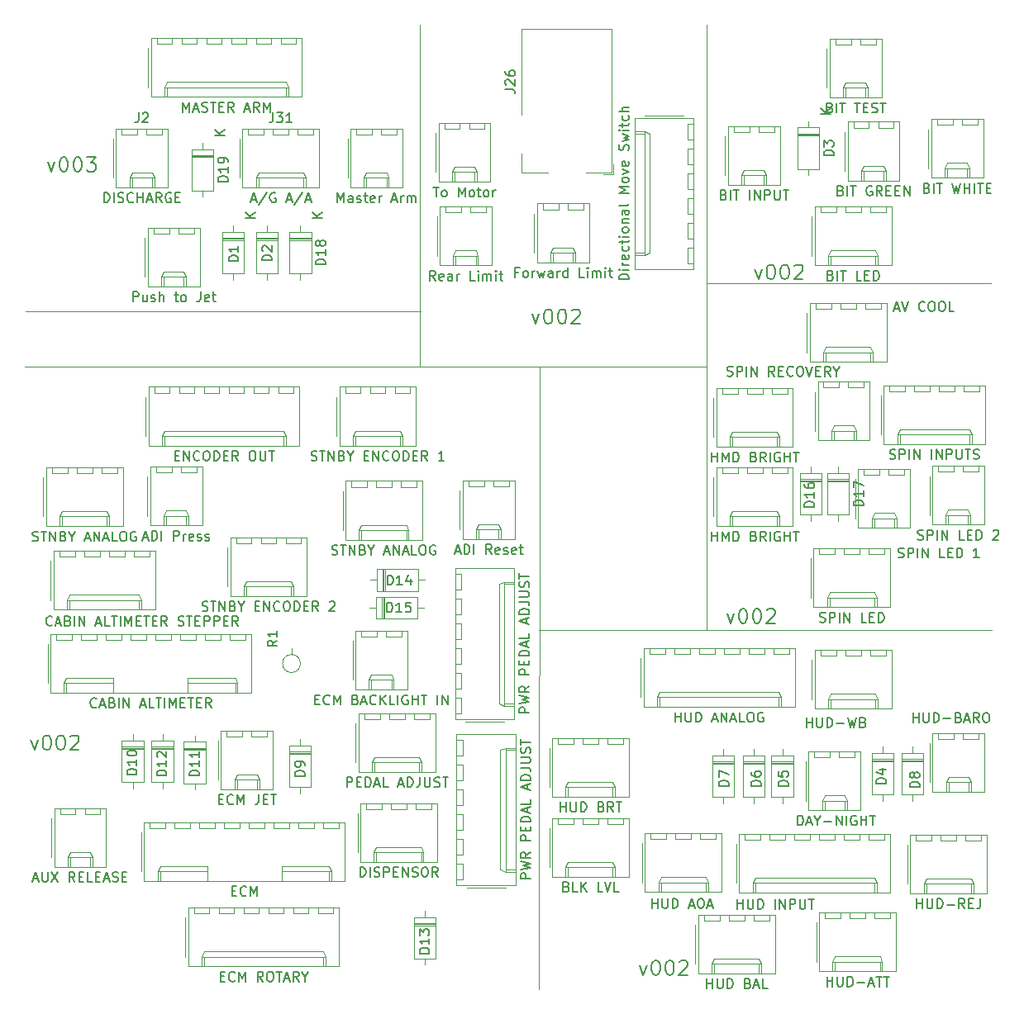
<source format=gbr>
G04 #@! TF.GenerationSoftware,KiCad,Pcbnew,8.0.7*
G04 #@! TF.CreationDate,2025-03-12T18:50:22+10:00*
G04 #@! TF.ProjectId,OH - Upper Mixed Small PCBs,4f48202d-2055-4707-9065-72204d697865,rev?*
G04 #@! TF.SameCoordinates,Original*
G04 #@! TF.FileFunction,Legend,Top*
G04 #@! TF.FilePolarity,Positive*
%FSLAX46Y46*%
G04 Gerber Fmt 4.6, Leading zero omitted, Abs format (unit mm)*
G04 Created by KiCad (PCBNEW 8.0.7) date 2025-03-12 18:50:22*
%MOMM*%
%LPD*%
G01*
G04 APERTURE LIST*
%ADD10C,0.150000*%
%ADD11C,0.120000*%
G04 APERTURE END LIST*
D10*
X100624000Y-63897328D02*
X100981143Y-64897328D01*
X100981143Y-64897328D02*
X101338286Y-63897328D01*
X102195429Y-63397328D02*
X102338286Y-63397328D01*
X102338286Y-63397328D02*
X102481143Y-63468757D01*
X102481143Y-63468757D02*
X102552572Y-63540185D01*
X102552572Y-63540185D02*
X102624000Y-63683042D01*
X102624000Y-63683042D02*
X102695429Y-63968757D01*
X102695429Y-63968757D02*
X102695429Y-64325900D01*
X102695429Y-64325900D02*
X102624000Y-64611614D01*
X102624000Y-64611614D02*
X102552572Y-64754471D01*
X102552572Y-64754471D02*
X102481143Y-64825900D01*
X102481143Y-64825900D02*
X102338286Y-64897328D01*
X102338286Y-64897328D02*
X102195429Y-64897328D01*
X102195429Y-64897328D02*
X102052572Y-64825900D01*
X102052572Y-64825900D02*
X101981143Y-64754471D01*
X101981143Y-64754471D02*
X101909714Y-64611614D01*
X101909714Y-64611614D02*
X101838286Y-64325900D01*
X101838286Y-64325900D02*
X101838286Y-63968757D01*
X101838286Y-63968757D02*
X101909714Y-63683042D01*
X101909714Y-63683042D02*
X101981143Y-63540185D01*
X101981143Y-63540185D02*
X102052572Y-63468757D01*
X102052572Y-63468757D02*
X102195429Y-63397328D01*
X103624000Y-63397328D02*
X103766857Y-63397328D01*
X103766857Y-63397328D02*
X103909714Y-63468757D01*
X103909714Y-63468757D02*
X103981143Y-63540185D01*
X103981143Y-63540185D02*
X104052571Y-63683042D01*
X104052571Y-63683042D02*
X104124000Y-63968757D01*
X104124000Y-63968757D02*
X104124000Y-64325900D01*
X104124000Y-64325900D02*
X104052571Y-64611614D01*
X104052571Y-64611614D02*
X103981143Y-64754471D01*
X103981143Y-64754471D02*
X103909714Y-64825900D01*
X103909714Y-64825900D02*
X103766857Y-64897328D01*
X103766857Y-64897328D02*
X103624000Y-64897328D01*
X103624000Y-64897328D02*
X103481143Y-64825900D01*
X103481143Y-64825900D02*
X103409714Y-64754471D01*
X103409714Y-64754471D02*
X103338285Y-64611614D01*
X103338285Y-64611614D02*
X103266857Y-64325900D01*
X103266857Y-64325900D02*
X103266857Y-63968757D01*
X103266857Y-63968757D02*
X103338285Y-63683042D01*
X103338285Y-63683042D02*
X103409714Y-63540185D01*
X103409714Y-63540185D02*
X103481143Y-63468757D01*
X103481143Y-63468757D02*
X103624000Y-63397328D01*
X104623999Y-63397328D02*
X105552571Y-63397328D01*
X105552571Y-63397328D02*
X105052571Y-63968757D01*
X105052571Y-63968757D02*
X105266856Y-63968757D01*
X105266856Y-63968757D02*
X105409714Y-64040185D01*
X105409714Y-64040185D02*
X105481142Y-64111614D01*
X105481142Y-64111614D02*
X105552571Y-64254471D01*
X105552571Y-64254471D02*
X105552571Y-64611614D01*
X105552571Y-64611614D02*
X105481142Y-64754471D01*
X105481142Y-64754471D02*
X105409714Y-64825900D01*
X105409714Y-64825900D02*
X105266856Y-64897328D01*
X105266856Y-64897328D02*
X104838285Y-64897328D01*
X104838285Y-64897328D02*
X104695428Y-64825900D01*
X104695428Y-64825900D02*
X104623999Y-64754471D01*
X150255600Y-79492928D02*
X150612743Y-80492928D01*
X150612743Y-80492928D02*
X150969886Y-79492928D01*
X151827029Y-78992928D02*
X151969886Y-78992928D01*
X151969886Y-78992928D02*
X152112743Y-79064357D01*
X152112743Y-79064357D02*
X152184172Y-79135785D01*
X152184172Y-79135785D02*
X152255600Y-79278642D01*
X152255600Y-79278642D02*
X152327029Y-79564357D01*
X152327029Y-79564357D02*
X152327029Y-79921500D01*
X152327029Y-79921500D02*
X152255600Y-80207214D01*
X152255600Y-80207214D02*
X152184172Y-80350071D01*
X152184172Y-80350071D02*
X152112743Y-80421500D01*
X152112743Y-80421500D02*
X151969886Y-80492928D01*
X151969886Y-80492928D02*
X151827029Y-80492928D01*
X151827029Y-80492928D02*
X151684172Y-80421500D01*
X151684172Y-80421500D02*
X151612743Y-80350071D01*
X151612743Y-80350071D02*
X151541314Y-80207214D01*
X151541314Y-80207214D02*
X151469886Y-79921500D01*
X151469886Y-79921500D02*
X151469886Y-79564357D01*
X151469886Y-79564357D02*
X151541314Y-79278642D01*
X151541314Y-79278642D02*
X151612743Y-79135785D01*
X151612743Y-79135785D02*
X151684172Y-79064357D01*
X151684172Y-79064357D02*
X151827029Y-78992928D01*
X153255600Y-78992928D02*
X153398457Y-78992928D01*
X153398457Y-78992928D02*
X153541314Y-79064357D01*
X153541314Y-79064357D02*
X153612743Y-79135785D01*
X153612743Y-79135785D02*
X153684171Y-79278642D01*
X153684171Y-79278642D02*
X153755600Y-79564357D01*
X153755600Y-79564357D02*
X153755600Y-79921500D01*
X153755600Y-79921500D02*
X153684171Y-80207214D01*
X153684171Y-80207214D02*
X153612743Y-80350071D01*
X153612743Y-80350071D02*
X153541314Y-80421500D01*
X153541314Y-80421500D02*
X153398457Y-80492928D01*
X153398457Y-80492928D02*
X153255600Y-80492928D01*
X153255600Y-80492928D02*
X153112743Y-80421500D01*
X153112743Y-80421500D02*
X153041314Y-80350071D01*
X153041314Y-80350071D02*
X152969885Y-80207214D01*
X152969885Y-80207214D02*
X152898457Y-79921500D01*
X152898457Y-79921500D02*
X152898457Y-79564357D01*
X152898457Y-79564357D02*
X152969885Y-79278642D01*
X152969885Y-79278642D02*
X153041314Y-79135785D01*
X153041314Y-79135785D02*
X153112743Y-79064357D01*
X153112743Y-79064357D02*
X153255600Y-78992928D01*
X154327028Y-79135785D02*
X154398456Y-79064357D01*
X154398456Y-79064357D02*
X154541314Y-78992928D01*
X154541314Y-78992928D02*
X154898456Y-78992928D01*
X154898456Y-78992928D02*
X155041314Y-79064357D01*
X155041314Y-79064357D02*
X155112742Y-79135785D01*
X155112742Y-79135785D02*
X155184171Y-79278642D01*
X155184171Y-79278642D02*
X155184171Y-79421500D01*
X155184171Y-79421500D02*
X155112742Y-79635785D01*
X155112742Y-79635785D02*
X154255599Y-80492928D01*
X154255599Y-80492928D02*
X155184171Y-80492928D01*
X173064800Y-74920928D02*
X173421943Y-75920928D01*
X173421943Y-75920928D02*
X173779086Y-74920928D01*
X174636229Y-74420928D02*
X174779086Y-74420928D01*
X174779086Y-74420928D02*
X174921943Y-74492357D01*
X174921943Y-74492357D02*
X174993372Y-74563785D01*
X174993372Y-74563785D02*
X175064800Y-74706642D01*
X175064800Y-74706642D02*
X175136229Y-74992357D01*
X175136229Y-74992357D02*
X175136229Y-75349500D01*
X175136229Y-75349500D02*
X175064800Y-75635214D01*
X175064800Y-75635214D02*
X174993372Y-75778071D01*
X174993372Y-75778071D02*
X174921943Y-75849500D01*
X174921943Y-75849500D02*
X174779086Y-75920928D01*
X174779086Y-75920928D02*
X174636229Y-75920928D01*
X174636229Y-75920928D02*
X174493372Y-75849500D01*
X174493372Y-75849500D02*
X174421943Y-75778071D01*
X174421943Y-75778071D02*
X174350514Y-75635214D01*
X174350514Y-75635214D02*
X174279086Y-75349500D01*
X174279086Y-75349500D02*
X174279086Y-74992357D01*
X174279086Y-74992357D02*
X174350514Y-74706642D01*
X174350514Y-74706642D02*
X174421943Y-74563785D01*
X174421943Y-74563785D02*
X174493372Y-74492357D01*
X174493372Y-74492357D02*
X174636229Y-74420928D01*
X176064800Y-74420928D02*
X176207657Y-74420928D01*
X176207657Y-74420928D02*
X176350514Y-74492357D01*
X176350514Y-74492357D02*
X176421943Y-74563785D01*
X176421943Y-74563785D02*
X176493371Y-74706642D01*
X176493371Y-74706642D02*
X176564800Y-74992357D01*
X176564800Y-74992357D02*
X176564800Y-75349500D01*
X176564800Y-75349500D02*
X176493371Y-75635214D01*
X176493371Y-75635214D02*
X176421943Y-75778071D01*
X176421943Y-75778071D02*
X176350514Y-75849500D01*
X176350514Y-75849500D02*
X176207657Y-75920928D01*
X176207657Y-75920928D02*
X176064800Y-75920928D01*
X176064800Y-75920928D02*
X175921943Y-75849500D01*
X175921943Y-75849500D02*
X175850514Y-75778071D01*
X175850514Y-75778071D02*
X175779085Y-75635214D01*
X175779085Y-75635214D02*
X175707657Y-75349500D01*
X175707657Y-75349500D02*
X175707657Y-74992357D01*
X175707657Y-74992357D02*
X175779085Y-74706642D01*
X175779085Y-74706642D02*
X175850514Y-74563785D01*
X175850514Y-74563785D02*
X175921943Y-74492357D01*
X175921943Y-74492357D02*
X176064800Y-74420928D01*
X177136228Y-74563785D02*
X177207656Y-74492357D01*
X177207656Y-74492357D02*
X177350514Y-74420928D01*
X177350514Y-74420928D02*
X177707656Y-74420928D01*
X177707656Y-74420928D02*
X177850514Y-74492357D01*
X177850514Y-74492357D02*
X177921942Y-74563785D01*
X177921942Y-74563785D02*
X177993371Y-74706642D01*
X177993371Y-74706642D02*
X177993371Y-74849500D01*
X177993371Y-74849500D02*
X177921942Y-75063785D01*
X177921942Y-75063785D02*
X177064799Y-75920928D01*
X177064799Y-75920928D02*
X177993371Y-75920928D01*
X170220000Y-110176128D02*
X170577143Y-111176128D01*
X170577143Y-111176128D02*
X170934286Y-110176128D01*
X171791429Y-109676128D02*
X171934286Y-109676128D01*
X171934286Y-109676128D02*
X172077143Y-109747557D01*
X172077143Y-109747557D02*
X172148572Y-109818985D01*
X172148572Y-109818985D02*
X172220000Y-109961842D01*
X172220000Y-109961842D02*
X172291429Y-110247557D01*
X172291429Y-110247557D02*
X172291429Y-110604700D01*
X172291429Y-110604700D02*
X172220000Y-110890414D01*
X172220000Y-110890414D02*
X172148572Y-111033271D01*
X172148572Y-111033271D02*
X172077143Y-111104700D01*
X172077143Y-111104700D02*
X171934286Y-111176128D01*
X171934286Y-111176128D02*
X171791429Y-111176128D01*
X171791429Y-111176128D02*
X171648572Y-111104700D01*
X171648572Y-111104700D02*
X171577143Y-111033271D01*
X171577143Y-111033271D02*
X171505714Y-110890414D01*
X171505714Y-110890414D02*
X171434286Y-110604700D01*
X171434286Y-110604700D02*
X171434286Y-110247557D01*
X171434286Y-110247557D02*
X171505714Y-109961842D01*
X171505714Y-109961842D02*
X171577143Y-109818985D01*
X171577143Y-109818985D02*
X171648572Y-109747557D01*
X171648572Y-109747557D02*
X171791429Y-109676128D01*
X173220000Y-109676128D02*
X173362857Y-109676128D01*
X173362857Y-109676128D02*
X173505714Y-109747557D01*
X173505714Y-109747557D02*
X173577143Y-109818985D01*
X173577143Y-109818985D02*
X173648571Y-109961842D01*
X173648571Y-109961842D02*
X173720000Y-110247557D01*
X173720000Y-110247557D02*
X173720000Y-110604700D01*
X173720000Y-110604700D02*
X173648571Y-110890414D01*
X173648571Y-110890414D02*
X173577143Y-111033271D01*
X173577143Y-111033271D02*
X173505714Y-111104700D01*
X173505714Y-111104700D02*
X173362857Y-111176128D01*
X173362857Y-111176128D02*
X173220000Y-111176128D01*
X173220000Y-111176128D02*
X173077143Y-111104700D01*
X173077143Y-111104700D02*
X173005714Y-111033271D01*
X173005714Y-111033271D02*
X172934285Y-110890414D01*
X172934285Y-110890414D02*
X172862857Y-110604700D01*
X172862857Y-110604700D02*
X172862857Y-110247557D01*
X172862857Y-110247557D02*
X172934285Y-109961842D01*
X172934285Y-109961842D02*
X173005714Y-109818985D01*
X173005714Y-109818985D02*
X173077143Y-109747557D01*
X173077143Y-109747557D02*
X173220000Y-109676128D01*
X174291428Y-109818985D02*
X174362856Y-109747557D01*
X174362856Y-109747557D02*
X174505714Y-109676128D01*
X174505714Y-109676128D02*
X174862856Y-109676128D01*
X174862856Y-109676128D02*
X175005714Y-109747557D01*
X175005714Y-109747557D02*
X175077142Y-109818985D01*
X175077142Y-109818985D02*
X175148571Y-109961842D01*
X175148571Y-109961842D02*
X175148571Y-110104700D01*
X175148571Y-110104700D02*
X175077142Y-110318985D01*
X175077142Y-110318985D02*
X174219999Y-111176128D01*
X174219999Y-111176128D02*
X175148571Y-111176128D01*
X161279200Y-146244128D02*
X161636343Y-147244128D01*
X161636343Y-147244128D02*
X161993486Y-146244128D01*
X162850629Y-145744128D02*
X162993486Y-145744128D01*
X162993486Y-145744128D02*
X163136343Y-145815557D01*
X163136343Y-145815557D02*
X163207772Y-145886985D01*
X163207772Y-145886985D02*
X163279200Y-146029842D01*
X163279200Y-146029842D02*
X163350629Y-146315557D01*
X163350629Y-146315557D02*
X163350629Y-146672700D01*
X163350629Y-146672700D02*
X163279200Y-146958414D01*
X163279200Y-146958414D02*
X163207772Y-147101271D01*
X163207772Y-147101271D02*
X163136343Y-147172700D01*
X163136343Y-147172700D02*
X162993486Y-147244128D01*
X162993486Y-147244128D02*
X162850629Y-147244128D01*
X162850629Y-147244128D02*
X162707772Y-147172700D01*
X162707772Y-147172700D02*
X162636343Y-147101271D01*
X162636343Y-147101271D02*
X162564914Y-146958414D01*
X162564914Y-146958414D02*
X162493486Y-146672700D01*
X162493486Y-146672700D02*
X162493486Y-146315557D01*
X162493486Y-146315557D02*
X162564914Y-146029842D01*
X162564914Y-146029842D02*
X162636343Y-145886985D01*
X162636343Y-145886985D02*
X162707772Y-145815557D01*
X162707772Y-145815557D02*
X162850629Y-145744128D01*
X164279200Y-145744128D02*
X164422057Y-145744128D01*
X164422057Y-145744128D02*
X164564914Y-145815557D01*
X164564914Y-145815557D02*
X164636343Y-145886985D01*
X164636343Y-145886985D02*
X164707771Y-146029842D01*
X164707771Y-146029842D02*
X164779200Y-146315557D01*
X164779200Y-146315557D02*
X164779200Y-146672700D01*
X164779200Y-146672700D02*
X164707771Y-146958414D01*
X164707771Y-146958414D02*
X164636343Y-147101271D01*
X164636343Y-147101271D02*
X164564914Y-147172700D01*
X164564914Y-147172700D02*
X164422057Y-147244128D01*
X164422057Y-147244128D02*
X164279200Y-147244128D01*
X164279200Y-147244128D02*
X164136343Y-147172700D01*
X164136343Y-147172700D02*
X164064914Y-147101271D01*
X164064914Y-147101271D02*
X163993485Y-146958414D01*
X163993485Y-146958414D02*
X163922057Y-146672700D01*
X163922057Y-146672700D02*
X163922057Y-146315557D01*
X163922057Y-146315557D02*
X163993485Y-146029842D01*
X163993485Y-146029842D02*
X164064914Y-145886985D01*
X164064914Y-145886985D02*
X164136343Y-145815557D01*
X164136343Y-145815557D02*
X164279200Y-145744128D01*
X165350628Y-145886985D02*
X165422056Y-145815557D01*
X165422056Y-145815557D02*
X165564914Y-145744128D01*
X165564914Y-145744128D02*
X165922056Y-145744128D01*
X165922056Y-145744128D02*
X166064914Y-145815557D01*
X166064914Y-145815557D02*
X166136342Y-145886985D01*
X166136342Y-145886985D02*
X166207771Y-146029842D01*
X166207771Y-146029842D02*
X166207771Y-146172700D01*
X166207771Y-146172700D02*
X166136342Y-146386985D01*
X166136342Y-146386985D02*
X165279199Y-147244128D01*
X165279199Y-147244128D02*
X166207771Y-147244128D01*
X98896800Y-123180928D02*
X99253943Y-124180928D01*
X99253943Y-124180928D02*
X99611086Y-123180928D01*
X100468229Y-122680928D02*
X100611086Y-122680928D01*
X100611086Y-122680928D02*
X100753943Y-122752357D01*
X100753943Y-122752357D02*
X100825372Y-122823785D01*
X100825372Y-122823785D02*
X100896800Y-122966642D01*
X100896800Y-122966642D02*
X100968229Y-123252357D01*
X100968229Y-123252357D02*
X100968229Y-123609500D01*
X100968229Y-123609500D02*
X100896800Y-123895214D01*
X100896800Y-123895214D02*
X100825372Y-124038071D01*
X100825372Y-124038071D02*
X100753943Y-124109500D01*
X100753943Y-124109500D02*
X100611086Y-124180928D01*
X100611086Y-124180928D02*
X100468229Y-124180928D01*
X100468229Y-124180928D02*
X100325372Y-124109500D01*
X100325372Y-124109500D02*
X100253943Y-124038071D01*
X100253943Y-124038071D02*
X100182514Y-123895214D01*
X100182514Y-123895214D02*
X100111086Y-123609500D01*
X100111086Y-123609500D02*
X100111086Y-123252357D01*
X100111086Y-123252357D02*
X100182514Y-122966642D01*
X100182514Y-122966642D02*
X100253943Y-122823785D01*
X100253943Y-122823785D02*
X100325372Y-122752357D01*
X100325372Y-122752357D02*
X100468229Y-122680928D01*
X101896800Y-122680928D02*
X102039657Y-122680928D01*
X102039657Y-122680928D02*
X102182514Y-122752357D01*
X102182514Y-122752357D02*
X102253943Y-122823785D01*
X102253943Y-122823785D02*
X102325371Y-122966642D01*
X102325371Y-122966642D02*
X102396800Y-123252357D01*
X102396800Y-123252357D02*
X102396800Y-123609500D01*
X102396800Y-123609500D02*
X102325371Y-123895214D01*
X102325371Y-123895214D02*
X102253943Y-124038071D01*
X102253943Y-124038071D02*
X102182514Y-124109500D01*
X102182514Y-124109500D02*
X102039657Y-124180928D01*
X102039657Y-124180928D02*
X101896800Y-124180928D01*
X101896800Y-124180928D02*
X101753943Y-124109500D01*
X101753943Y-124109500D02*
X101682514Y-124038071D01*
X101682514Y-124038071D02*
X101611085Y-123895214D01*
X101611085Y-123895214D02*
X101539657Y-123609500D01*
X101539657Y-123609500D02*
X101539657Y-123252357D01*
X101539657Y-123252357D02*
X101611085Y-122966642D01*
X101611085Y-122966642D02*
X101682514Y-122823785D01*
X101682514Y-122823785D02*
X101753943Y-122752357D01*
X101753943Y-122752357D02*
X101896800Y-122680928D01*
X102968228Y-122823785D02*
X103039656Y-122752357D01*
X103039656Y-122752357D02*
X103182514Y-122680928D01*
X103182514Y-122680928D02*
X103539656Y-122680928D01*
X103539656Y-122680928D02*
X103682514Y-122752357D01*
X103682514Y-122752357D02*
X103753942Y-122823785D01*
X103753942Y-122823785D02*
X103825371Y-122966642D01*
X103825371Y-122966642D02*
X103825371Y-123109500D01*
X103825371Y-123109500D02*
X103753942Y-123323785D01*
X103753942Y-123323785D02*
X102896799Y-124180928D01*
X102896799Y-124180928D02*
X103825371Y-124180928D01*
D11*
X138811000Y-79184500D02*
X98361500Y-79184500D01*
X151003000Y-84836000D02*
X150939500Y-148717000D01*
X138747500Y-84836000D02*
X138747500Y-49784000D01*
X98298000Y-84836000D02*
X168148000Y-84836000D01*
X168148000Y-76327000D02*
X168148000Y-49784000D01*
X168148000Y-76327000D02*
X168148000Y-111887000D01*
X197231000Y-76327000D02*
X168148000Y-76327000D01*
X197358000Y-111887000D02*
X150939500Y-111887000D01*
D10*
X119074819Y-65904285D02*
X118074819Y-65904285D01*
X118074819Y-65904285D02*
X118074819Y-65666190D01*
X118074819Y-65666190D02*
X118122438Y-65523333D01*
X118122438Y-65523333D02*
X118217676Y-65428095D01*
X118217676Y-65428095D02*
X118312914Y-65380476D01*
X118312914Y-65380476D02*
X118503390Y-65332857D01*
X118503390Y-65332857D02*
X118646247Y-65332857D01*
X118646247Y-65332857D02*
X118836723Y-65380476D01*
X118836723Y-65380476D02*
X118931961Y-65428095D01*
X118931961Y-65428095D02*
X119027200Y-65523333D01*
X119027200Y-65523333D02*
X119074819Y-65666190D01*
X119074819Y-65666190D02*
X119074819Y-65904285D01*
X119074819Y-64380476D02*
X119074819Y-64951904D01*
X119074819Y-64666190D02*
X118074819Y-64666190D01*
X118074819Y-64666190D02*
X118217676Y-64761428D01*
X118217676Y-64761428D02*
X118312914Y-64856666D01*
X118312914Y-64856666D02*
X118360533Y-64951904D01*
X119074819Y-63904285D02*
X119074819Y-63713809D01*
X119074819Y-63713809D02*
X119027200Y-63618571D01*
X119027200Y-63618571D02*
X118979580Y-63570952D01*
X118979580Y-63570952D02*
X118836723Y-63475714D01*
X118836723Y-63475714D02*
X118646247Y-63428095D01*
X118646247Y-63428095D02*
X118265295Y-63428095D01*
X118265295Y-63428095D02*
X118170057Y-63475714D01*
X118170057Y-63475714D02*
X118122438Y-63523333D01*
X118122438Y-63523333D02*
X118074819Y-63618571D01*
X118074819Y-63618571D02*
X118074819Y-63809047D01*
X118074819Y-63809047D02*
X118122438Y-63904285D01*
X118122438Y-63904285D02*
X118170057Y-63951904D01*
X118170057Y-63951904D02*
X118265295Y-63999523D01*
X118265295Y-63999523D02*
X118503390Y-63999523D01*
X118503390Y-63999523D02*
X118598628Y-63951904D01*
X118598628Y-63951904D02*
X118646247Y-63904285D01*
X118646247Y-63904285D02*
X118693866Y-63809047D01*
X118693866Y-63809047D02*
X118693866Y-63618571D01*
X118693866Y-63618571D02*
X118646247Y-63523333D01*
X118646247Y-63523333D02*
X118598628Y-63475714D01*
X118598628Y-63475714D02*
X118503390Y-63428095D01*
X118754819Y-61141904D02*
X117754819Y-61141904D01*
X118754819Y-60570476D02*
X118183390Y-60999047D01*
X117754819Y-60570476D02*
X118326247Y-61141904D01*
X129074819Y-74404285D02*
X128074819Y-74404285D01*
X128074819Y-74404285D02*
X128074819Y-74166190D01*
X128074819Y-74166190D02*
X128122438Y-74023333D01*
X128122438Y-74023333D02*
X128217676Y-73928095D01*
X128217676Y-73928095D02*
X128312914Y-73880476D01*
X128312914Y-73880476D02*
X128503390Y-73832857D01*
X128503390Y-73832857D02*
X128646247Y-73832857D01*
X128646247Y-73832857D02*
X128836723Y-73880476D01*
X128836723Y-73880476D02*
X128931961Y-73928095D01*
X128931961Y-73928095D02*
X129027200Y-74023333D01*
X129027200Y-74023333D02*
X129074819Y-74166190D01*
X129074819Y-74166190D02*
X129074819Y-74404285D01*
X129074819Y-72880476D02*
X129074819Y-73451904D01*
X129074819Y-73166190D02*
X128074819Y-73166190D01*
X128074819Y-73166190D02*
X128217676Y-73261428D01*
X128217676Y-73261428D02*
X128312914Y-73356666D01*
X128312914Y-73356666D02*
X128360533Y-73451904D01*
X128503390Y-72309047D02*
X128455771Y-72404285D01*
X128455771Y-72404285D02*
X128408152Y-72451904D01*
X128408152Y-72451904D02*
X128312914Y-72499523D01*
X128312914Y-72499523D02*
X128265295Y-72499523D01*
X128265295Y-72499523D02*
X128170057Y-72451904D01*
X128170057Y-72451904D02*
X128122438Y-72404285D01*
X128122438Y-72404285D02*
X128074819Y-72309047D01*
X128074819Y-72309047D02*
X128074819Y-72118571D01*
X128074819Y-72118571D02*
X128122438Y-72023333D01*
X128122438Y-72023333D02*
X128170057Y-71975714D01*
X128170057Y-71975714D02*
X128265295Y-71928095D01*
X128265295Y-71928095D02*
X128312914Y-71928095D01*
X128312914Y-71928095D02*
X128408152Y-71975714D01*
X128408152Y-71975714D02*
X128455771Y-72023333D01*
X128455771Y-72023333D02*
X128503390Y-72118571D01*
X128503390Y-72118571D02*
X128503390Y-72309047D01*
X128503390Y-72309047D02*
X128551009Y-72404285D01*
X128551009Y-72404285D02*
X128598628Y-72451904D01*
X128598628Y-72451904D02*
X128693866Y-72499523D01*
X128693866Y-72499523D02*
X128884342Y-72499523D01*
X128884342Y-72499523D02*
X128979580Y-72451904D01*
X128979580Y-72451904D02*
X129027200Y-72404285D01*
X129027200Y-72404285D02*
X129074819Y-72309047D01*
X129074819Y-72309047D02*
X129074819Y-72118571D01*
X129074819Y-72118571D02*
X129027200Y-72023333D01*
X129027200Y-72023333D02*
X128979580Y-71975714D01*
X128979580Y-71975714D02*
X128884342Y-71928095D01*
X128884342Y-71928095D02*
X128693866Y-71928095D01*
X128693866Y-71928095D02*
X128598628Y-71975714D01*
X128598628Y-71975714D02*
X128551009Y-72023333D01*
X128551009Y-72023333D02*
X128503390Y-72118571D01*
X128754819Y-69641904D02*
X127754819Y-69641904D01*
X128754819Y-69070476D02*
X128183390Y-69499047D01*
X127754819Y-69070476D02*
X128326247Y-69641904D01*
X123690476Y-58834819D02*
X123690476Y-59549104D01*
X123690476Y-59549104D02*
X123642857Y-59691961D01*
X123642857Y-59691961D02*
X123547619Y-59787200D01*
X123547619Y-59787200D02*
X123404762Y-59834819D01*
X123404762Y-59834819D02*
X123309524Y-59834819D01*
X124071429Y-58834819D02*
X124690476Y-58834819D01*
X124690476Y-58834819D02*
X124357143Y-59215771D01*
X124357143Y-59215771D02*
X124500000Y-59215771D01*
X124500000Y-59215771D02*
X124595238Y-59263390D01*
X124595238Y-59263390D02*
X124642857Y-59311009D01*
X124642857Y-59311009D02*
X124690476Y-59406247D01*
X124690476Y-59406247D02*
X124690476Y-59644342D01*
X124690476Y-59644342D02*
X124642857Y-59739580D01*
X124642857Y-59739580D02*
X124595238Y-59787200D01*
X124595238Y-59787200D02*
X124500000Y-59834819D01*
X124500000Y-59834819D02*
X124214286Y-59834819D01*
X124214286Y-59834819D02*
X124119048Y-59787200D01*
X124119048Y-59787200D02*
X124071429Y-59739580D01*
X125642857Y-59834819D02*
X125071429Y-59834819D01*
X125357143Y-59834819D02*
X125357143Y-58834819D01*
X125357143Y-58834819D02*
X125261905Y-58977676D01*
X125261905Y-58977676D02*
X125166667Y-59072914D01*
X125166667Y-59072914D02*
X125071429Y-59120533D01*
X121476190Y-67749104D02*
X121952380Y-67749104D01*
X121380952Y-68034819D02*
X121714285Y-67034819D01*
X121714285Y-67034819D02*
X122047618Y-68034819D01*
X123095237Y-66987200D02*
X122238095Y-68272914D01*
X123952380Y-67082438D02*
X123857142Y-67034819D01*
X123857142Y-67034819D02*
X123714285Y-67034819D01*
X123714285Y-67034819D02*
X123571428Y-67082438D01*
X123571428Y-67082438D02*
X123476190Y-67177676D01*
X123476190Y-67177676D02*
X123428571Y-67272914D01*
X123428571Y-67272914D02*
X123380952Y-67463390D01*
X123380952Y-67463390D02*
X123380952Y-67606247D01*
X123380952Y-67606247D02*
X123428571Y-67796723D01*
X123428571Y-67796723D02*
X123476190Y-67891961D01*
X123476190Y-67891961D02*
X123571428Y-67987200D01*
X123571428Y-67987200D02*
X123714285Y-68034819D01*
X123714285Y-68034819D02*
X123809523Y-68034819D01*
X123809523Y-68034819D02*
X123952380Y-67987200D01*
X123952380Y-67987200D02*
X123999999Y-67939580D01*
X123999999Y-67939580D02*
X123999999Y-67606247D01*
X123999999Y-67606247D02*
X123809523Y-67606247D01*
X125142857Y-67749104D02*
X125619047Y-67749104D01*
X125047619Y-68034819D02*
X125380952Y-67034819D01*
X125380952Y-67034819D02*
X125714285Y-68034819D01*
X126761904Y-66987200D02*
X125904762Y-68272914D01*
X127047619Y-67749104D02*
X127523809Y-67749104D01*
X126952381Y-68034819D02*
X127285714Y-67034819D01*
X127285714Y-67034819D02*
X127619047Y-68034819D01*
X109936666Y-58834819D02*
X109936666Y-59549104D01*
X109936666Y-59549104D02*
X109889047Y-59691961D01*
X109889047Y-59691961D02*
X109793809Y-59787200D01*
X109793809Y-59787200D02*
X109650952Y-59834819D01*
X109650952Y-59834819D02*
X109555714Y-59834819D01*
X110365238Y-58930057D02*
X110412857Y-58882438D01*
X110412857Y-58882438D02*
X110508095Y-58834819D01*
X110508095Y-58834819D02*
X110746190Y-58834819D01*
X110746190Y-58834819D02*
X110841428Y-58882438D01*
X110841428Y-58882438D02*
X110889047Y-58930057D01*
X110889047Y-58930057D02*
X110936666Y-59025295D01*
X110936666Y-59025295D02*
X110936666Y-59120533D01*
X110936666Y-59120533D02*
X110889047Y-59263390D01*
X110889047Y-59263390D02*
X110317619Y-59834819D01*
X110317619Y-59834819D02*
X110936666Y-59834819D01*
X106389048Y-68034819D02*
X106389048Y-67034819D01*
X106389048Y-67034819D02*
X106627143Y-67034819D01*
X106627143Y-67034819D02*
X106770000Y-67082438D01*
X106770000Y-67082438D02*
X106865238Y-67177676D01*
X106865238Y-67177676D02*
X106912857Y-67272914D01*
X106912857Y-67272914D02*
X106960476Y-67463390D01*
X106960476Y-67463390D02*
X106960476Y-67606247D01*
X106960476Y-67606247D02*
X106912857Y-67796723D01*
X106912857Y-67796723D02*
X106865238Y-67891961D01*
X106865238Y-67891961D02*
X106770000Y-67987200D01*
X106770000Y-67987200D02*
X106627143Y-68034819D01*
X106627143Y-68034819D02*
X106389048Y-68034819D01*
X107389048Y-68034819D02*
X107389048Y-67034819D01*
X107817619Y-67987200D02*
X107960476Y-68034819D01*
X107960476Y-68034819D02*
X108198571Y-68034819D01*
X108198571Y-68034819D02*
X108293809Y-67987200D01*
X108293809Y-67987200D02*
X108341428Y-67939580D01*
X108341428Y-67939580D02*
X108389047Y-67844342D01*
X108389047Y-67844342D02*
X108389047Y-67749104D01*
X108389047Y-67749104D02*
X108341428Y-67653866D01*
X108341428Y-67653866D02*
X108293809Y-67606247D01*
X108293809Y-67606247D02*
X108198571Y-67558628D01*
X108198571Y-67558628D02*
X108008095Y-67511009D01*
X108008095Y-67511009D02*
X107912857Y-67463390D01*
X107912857Y-67463390D02*
X107865238Y-67415771D01*
X107865238Y-67415771D02*
X107817619Y-67320533D01*
X107817619Y-67320533D02*
X107817619Y-67225295D01*
X107817619Y-67225295D02*
X107865238Y-67130057D01*
X107865238Y-67130057D02*
X107912857Y-67082438D01*
X107912857Y-67082438D02*
X108008095Y-67034819D01*
X108008095Y-67034819D02*
X108246190Y-67034819D01*
X108246190Y-67034819D02*
X108389047Y-67082438D01*
X109389047Y-67939580D02*
X109341428Y-67987200D01*
X109341428Y-67987200D02*
X109198571Y-68034819D01*
X109198571Y-68034819D02*
X109103333Y-68034819D01*
X109103333Y-68034819D02*
X108960476Y-67987200D01*
X108960476Y-67987200D02*
X108865238Y-67891961D01*
X108865238Y-67891961D02*
X108817619Y-67796723D01*
X108817619Y-67796723D02*
X108770000Y-67606247D01*
X108770000Y-67606247D02*
X108770000Y-67463390D01*
X108770000Y-67463390D02*
X108817619Y-67272914D01*
X108817619Y-67272914D02*
X108865238Y-67177676D01*
X108865238Y-67177676D02*
X108960476Y-67082438D01*
X108960476Y-67082438D02*
X109103333Y-67034819D01*
X109103333Y-67034819D02*
X109198571Y-67034819D01*
X109198571Y-67034819D02*
X109341428Y-67082438D01*
X109341428Y-67082438D02*
X109389047Y-67130057D01*
X109817619Y-68034819D02*
X109817619Y-67034819D01*
X109817619Y-67511009D02*
X110389047Y-67511009D01*
X110389047Y-68034819D02*
X110389047Y-67034819D01*
X110817619Y-67749104D02*
X111293809Y-67749104D01*
X110722381Y-68034819D02*
X111055714Y-67034819D01*
X111055714Y-67034819D02*
X111389047Y-68034819D01*
X112293809Y-68034819D02*
X111960476Y-67558628D01*
X111722381Y-68034819D02*
X111722381Y-67034819D01*
X111722381Y-67034819D02*
X112103333Y-67034819D01*
X112103333Y-67034819D02*
X112198571Y-67082438D01*
X112198571Y-67082438D02*
X112246190Y-67130057D01*
X112246190Y-67130057D02*
X112293809Y-67225295D01*
X112293809Y-67225295D02*
X112293809Y-67368152D01*
X112293809Y-67368152D02*
X112246190Y-67463390D01*
X112246190Y-67463390D02*
X112198571Y-67511009D01*
X112198571Y-67511009D02*
X112103333Y-67558628D01*
X112103333Y-67558628D02*
X111722381Y-67558628D01*
X113246190Y-67082438D02*
X113150952Y-67034819D01*
X113150952Y-67034819D02*
X113008095Y-67034819D01*
X113008095Y-67034819D02*
X112865238Y-67082438D01*
X112865238Y-67082438D02*
X112770000Y-67177676D01*
X112770000Y-67177676D02*
X112722381Y-67272914D01*
X112722381Y-67272914D02*
X112674762Y-67463390D01*
X112674762Y-67463390D02*
X112674762Y-67606247D01*
X112674762Y-67606247D02*
X112722381Y-67796723D01*
X112722381Y-67796723D02*
X112770000Y-67891961D01*
X112770000Y-67891961D02*
X112865238Y-67987200D01*
X112865238Y-67987200D02*
X113008095Y-68034819D01*
X113008095Y-68034819D02*
X113103333Y-68034819D01*
X113103333Y-68034819D02*
X113246190Y-67987200D01*
X113246190Y-67987200D02*
X113293809Y-67939580D01*
X113293809Y-67939580D02*
X113293809Y-67606247D01*
X113293809Y-67606247D02*
X113103333Y-67606247D01*
X113722381Y-67511009D02*
X114055714Y-67511009D01*
X114198571Y-68034819D02*
X113722381Y-68034819D01*
X113722381Y-68034819D02*
X113722381Y-67034819D01*
X113722381Y-67034819D02*
X114198571Y-67034819D01*
X124137819Y-112942666D02*
X123661628Y-113275999D01*
X124137819Y-113514094D02*
X123137819Y-113514094D01*
X123137819Y-113514094D02*
X123137819Y-113133142D01*
X123137819Y-113133142D02*
X123185438Y-113037904D01*
X123185438Y-113037904D02*
X123233057Y-112990285D01*
X123233057Y-112990285D02*
X123328295Y-112942666D01*
X123328295Y-112942666D02*
X123471152Y-112942666D01*
X123471152Y-112942666D02*
X123566390Y-112990285D01*
X123566390Y-112990285D02*
X123614009Y-113037904D01*
X123614009Y-113037904D02*
X123661628Y-113133142D01*
X123661628Y-113133142D02*
X123661628Y-113514094D01*
X124137819Y-111990285D02*
X124137819Y-112561713D01*
X124137819Y-112275999D02*
X123137819Y-112275999D01*
X123137819Y-112275999D02*
X123280676Y-112371237D01*
X123280676Y-112371237D02*
X123375914Y-112466475D01*
X123375914Y-112466475D02*
X123423533Y-112561713D01*
X147501819Y-56431023D02*
X148216104Y-56431023D01*
X148216104Y-56431023D02*
X148358961Y-56478642D01*
X148358961Y-56478642D02*
X148454200Y-56573880D01*
X148454200Y-56573880D02*
X148501819Y-56716737D01*
X148501819Y-56716737D02*
X148501819Y-56811975D01*
X147597057Y-56002451D02*
X147549438Y-55954832D01*
X147549438Y-55954832D02*
X147501819Y-55859594D01*
X147501819Y-55859594D02*
X147501819Y-55621499D01*
X147501819Y-55621499D02*
X147549438Y-55526261D01*
X147549438Y-55526261D02*
X147597057Y-55478642D01*
X147597057Y-55478642D02*
X147692295Y-55431023D01*
X147692295Y-55431023D02*
X147787533Y-55431023D01*
X147787533Y-55431023D02*
X147930390Y-55478642D01*
X147930390Y-55478642D02*
X148501819Y-56050070D01*
X148501819Y-56050070D02*
X148501819Y-55431023D01*
X147501819Y-54573880D02*
X147501819Y-54764356D01*
X147501819Y-54764356D02*
X147549438Y-54859594D01*
X147549438Y-54859594D02*
X147597057Y-54907213D01*
X147597057Y-54907213D02*
X147739914Y-55002451D01*
X147739914Y-55002451D02*
X147930390Y-55050070D01*
X147930390Y-55050070D02*
X148311342Y-55050070D01*
X148311342Y-55050070D02*
X148406580Y-55002451D01*
X148406580Y-55002451D02*
X148454200Y-54954832D01*
X148454200Y-54954832D02*
X148501819Y-54859594D01*
X148501819Y-54859594D02*
X148501819Y-54669118D01*
X148501819Y-54669118D02*
X148454200Y-54573880D01*
X148454200Y-54573880D02*
X148406580Y-54526261D01*
X148406580Y-54526261D02*
X148311342Y-54478642D01*
X148311342Y-54478642D02*
X148073247Y-54478642D01*
X148073247Y-54478642D02*
X147978009Y-54526261D01*
X147978009Y-54526261D02*
X147930390Y-54573880D01*
X147930390Y-54573880D02*
X147882771Y-54669118D01*
X147882771Y-54669118D02*
X147882771Y-54859594D01*
X147882771Y-54859594D02*
X147930390Y-54954832D01*
X147930390Y-54954832D02*
X147978009Y-55002451D01*
X147978009Y-55002451D02*
X148073247Y-55050070D01*
X148844571Y-75194509D02*
X148511238Y-75194509D01*
X148511238Y-75718319D02*
X148511238Y-74718319D01*
X148511238Y-74718319D02*
X148987428Y-74718319D01*
X149511238Y-75718319D02*
X149416000Y-75670700D01*
X149416000Y-75670700D02*
X149368381Y-75623080D01*
X149368381Y-75623080D02*
X149320762Y-75527842D01*
X149320762Y-75527842D02*
X149320762Y-75242128D01*
X149320762Y-75242128D02*
X149368381Y-75146890D01*
X149368381Y-75146890D02*
X149416000Y-75099271D01*
X149416000Y-75099271D02*
X149511238Y-75051652D01*
X149511238Y-75051652D02*
X149654095Y-75051652D01*
X149654095Y-75051652D02*
X149749333Y-75099271D01*
X149749333Y-75099271D02*
X149796952Y-75146890D01*
X149796952Y-75146890D02*
X149844571Y-75242128D01*
X149844571Y-75242128D02*
X149844571Y-75527842D01*
X149844571Y-75527842D02*
X149796952Y-75623080D01*
X149796952Y-75623080D02*
X149749333Y-75670700D01*
X149749333Y-75670700D02*
X149654095Y-75718319D01*
X149654095Y-75718319D02*
X149511238Y-75718319D01*
X150273143Y-75718319D02*
X150273143Y-75051652D01*
X150273143Y-75242128D02*
X150320762Y-75146890D01*
X150320762Y-75146890D02*
X150368381Y-75099271D01*
X150368381Y-75099271D02*
X150463619Y-75051652D01*
X150463619Y-75051652D02*
X150558857Y-75051652D01*
X150796953Y-75051652D02*
X150987429Y-75718319D01*
X150987429Y-75718319D02*
X151177905Y-75242128D01*
X151177905Y-75242128D02*
X151368381Y-75718319D01*
X151368381Y-75718319D02*
X151558857Y-75051652D01*
X152368381Y-75718319D02*
X152368381Y-75194509D01*
X152368381Y-75194509D02*
X152320762Y-75099271D01*
X152320762Y-75099271D02*
X152225524Y-75051652D01*
X152225524Y-75051652D02*
X152035048Y-75051652D01*
X152035048Y-75051652D02*
X151939810Y-75099271D01*
X152368381Y-75670700D02*
X152273143Y-75718319D01*
X152273143Y-75718319D02*
X152035048Y-75718319D01*
X152035048Y-75718319D02*
X151939810Y-75670700D01*
X151939810Y-75670700D02*
X151892191Y-75575461D01*
X151892191Y-75575461D02*
X151892191Y-75480223D01*
X151892191Y-75480223D02*
X151939810Y-75384985D01*
X151939810Y-75384985D02*
X152035048Y-75337366D01*
X152035048Y-75337366D02*
X152273143Y-75337366D01*
X152273143Y-75337366D02*
X152368381Y-75289747D01*
X152844572Y-75718319D02*
X152844572Y-75051652D01*
X152844572Y-75242128D02*
X152892191Y-75146890D01*
X152892191Y-75146890D02*
X152939810Y-75099271D01*
X152939810Y-75099271D02*
X153035048Y-75051652D01*
X153035048Y-75051652D02*
X153130286Y-75051652D01*
X153892191Y-75718319D02*
X153892191Y-74718319D01*
X153892191Y-75670700D02*
X153796953Y-75718319D01*
X153796953Y-75718319D02*
X153606477Y-75718319D01*
X153606477Y-75718319D02*
X153511239Y-75670700D01*
X153511239Y-75670700D02*
X153463620Y-75623080D01*
X153463620Y-75623080D02*
X153416001Y-75527842D01*
X153416001Y-75527842D02*
X153416001Y-75242128D01*
X153416001Y-75242128D02*
X153463620Y-75146890D01*
X153463620Y-75146890D02*
X153511239Y-75099271D01*
X153511239Y-75099271D02*
X153606477Y-75051652D01*
X153606477Y-75051652D02*
X153796953Y-75051652D01*
X153796953Y-75051652D02*
X153892191Y-75099271D01*
X155606477Y-75718319D02*
X155130287Y-75718319D01*
X155130287Y-75718319D02*
X155130287Y-74718319D01*
X155939811Y-75718319D02*
X155939811Y-75051652D01*
X155939811Y-74718319D02*
X155892192Y-74765938D01*
X155892192Y-74765938D02*
X155939811Y-74813557D01*
X155939811Y-74813557D02*
X155987430Y-74765938D01*
X155987430Y-74765938D02*
X155939811Y-74718319D01*
X155939811Y-74718319D02*
X155939811Y-74813557D01*
X156416001Y-75718319D02*
X156416001Y-75051652D01*
X156416001Y-75146890D02*
X156463620Y-75099271D01*
X156463620Y-75099271D02*
X156558858Y-75051652D01*
X156558858Y-75051652D02*
X156701715Y-75051652D01*
X156701715Y-75051652D02*
X156796953Y-75099271D01*
X156796953Y-75099271D02*
X156844572Y-75194509D01*
X156844572Y-75194509D02*
X156844572Y-75718319D01*
X156844572Y-75194509D02*
X156892191Y-75099271D01*
X156892191Y-75099271D02*
X156987429Y-75051652D01*
X156987429Y-75051652D02*
X157130286Y-75051652D01*
X157130286Y-75051652D02*
X157225525Y-75099271D01*
X157225525Y-75099271D02*
X157273144Y-75194509D01*
X157273144Y-75194509D02*
X157273144Y-75718319D01*
X157749334Y-75718319D02*
X157749334Y-75051652D01*
X157749334Y-74718319D02*
X157701715Y-74765938D01*
X157701715Y-74765938D02*
X157749334Y-74813557D01*
X157749334Y-74813557D02*
X157796953Y-74765938D01*
X157796953Y-74765938D02*
X157749334Y-74718319D01*
X157749334Y-74718319D02*
X157749334Y-74813557D01*
X158082667Y-75051652D02*
X158463619Y-75051652D01*
X158225524Y-74718319D02*
X158225524Y-75575461D01*
X158225524Y-75575461D02*
X158273143Y-75670700D01*
X158273143Y-75670700D02*
X158368381Y-75718319D01*
X158368381Y-75718319D02*
X158463619Y-75718319D01*
X160140819Y-75929024D02*
X159140819Y-75929024D01*
X159140819Y-75929024D02*
X159140819Y-75690929D01*
X159140819Y-75690929D02*
X159188438Y-75548072D01*
X159188438Y-75548072D02*
X159283676Y-75452834D01*
X159283676Y-75452834D02*
X159378914Y-75405215D01*
X159378914Y-75405215D02*
X159569390Y-75357596D01*
X159569390Y-75357596D02*
X159712247Y-75357596D01*
X159712247Y-75357596D02*
X159902723Y-75405215D01*
X159902723Y-75405215D02*
X159997961Y-75452834D01*
X159997961Y-75452834D02*
X160093200Y-75548072D01*
X160093200Y-75548072D02*
X160140819Y-75690929D01*
X160140819Y-75690929D02*
X160140819Y-75929024D01*
X160140819Y-74929024D02*
X159474152Y-74929024D01*
X159140819Y-74929024D02*
X159188438Y-74976643D01*
X159188438Y-74976643D02*
X159236057Y-74929024D01*
X159236057Y-74929024D02*
X159188438Y-74881405D01*
X159188438Y-74881405D02*
X159140819Y-74929024D01*
X159140819Y-74929024D02*
X159236057Y-74929024D01*
X160140819Y-74452834D02*
X159474152Y-74452834D01*
X159664628Y-74452834D02*
X159569390Y-74405215D01*
X159569390Y-74405215D02*
X159521771Y-74357596D01*
X159521771Y-74357596D02*
X159474152Y-74262358D01*
X159474152Y-74262358D02*
X159474152Y-74167120D01*
X160093200Y-73452834D02*
X160140819Y-73548072D01*
X160140819Y-73548072D02*
X160140819Y-73738548D01*
X160140819Y-73738548D02*
X160093200Y-73833786D01*
X160093200Y-73833786D02*
X159997961Y-73881405D01*
X159997961Y-73881405D02*
X159617009Y-73881405D01*
X159617009Y-73881405D02*
X159521771Y-73833786D01*
X159521771Y-73833786D02*
X159474152Y-73738548D01*
X159474152Y-73738548D02*
X159474152Y-73548072D01*
X159474152Y-73548072D02*
X159521771Y-73452834D01*
X159521771Y-73452834D02*
X159617009Y-73405215D01*
X159617009Y-73405215D02*
X159712247Y-73405215D01*
X159712247Y-73405215D02*
X159807485Y-73881405D01*
X160093200Y-72548072D02*
X160140819Y-72643310D01*
X160140819Y-72643310D02*
X160140819Y-72833786D01*
X160140819Y-72833786D02*
X160093200Y-72929024D01*
X160093200Y-72929024D02*
X160045580Y-72976643D01*
X160045580Y-72976643D02*
X159950342Y-73024262D01*
X159950342Y-73024262D02*
X159664628Y-73024262D01*
X159664628Y-73024262D02*
X159569390Y-72976643D01*
X159569390Y-72976643D02*
X159521771Y-72929024D01*
X159521771Y-72929024D02*
X159474152Y-72833786D01*
X159474152Y-72833786D02*
X159474152Y-72643310D01*
X159474152Y-72643310D02*
X159521771Y-72548072D01*
X159474152Y-72262357D02*
X159474152Y-71881405D01*
X159140819Y-72119500D02*
X159997961Y-72119500D01*
X159997961Y-72119500D02*
X160093200Y-72071881D01*
X160093200Y-72071881D02*
X160140819Y-71976643D01*
X160140819Y-71976643D02*
X160140819Y-71881405D01*
X160140819Y-71548071D02*
X159474152Y-71548071D01*
X159140819Y-71548071D02*
X159188438Y-71595690D01*
X159188438Y-71595690D02*
X159236057Y-71548071D01*
X159236057Y-71548071D02*
X159188438Y-71500452D01*
X159188438Y-71500452D02*
X159140819Y-71548071D01*
X159140819Y-71548071D02*
X159236057Y-71548071D01*
X160140819Y-70929024D02*
X160093200Y-71024262D01*
X160093200Y-71024262D02*
X160045580Y-71071881D01*
X160045580Y-71071881D02*
X159950342Y-71119500D01*
X159950342Y-71119500D02*
X159664628Y-71119500D01*
X159664628Y-71119500D02*
X159569390Y-71071881D01*
X159569390Y-71071881D02*
X159521771Y-71024262D01*
X159521771Y-71024262D02*
X159474152Y-70929024D01*
X159474152Y-70929024D02*
X159474152Y-70786167D01*
X159474152Y-70786167D02*
X159521771Y-70690929D01*
X159521771Y-70690929D02*
X159569390Y-70643310D01*
X159569390Y-70643310D02*
X159664628Y-70595691D01*
X159664628Y-70595691D02*
X159950342Y-70595691D01*
X159950342Y-70595691D02*
X160045580Y-70643310D01*
X160045580Y-70643310D02*
X160093200Y-70690929D01*
X160093200Y-70690929D02*
X160140819Y-70786167D01*
X160140819Y-70786167D02*
X160140819Y-70929024D01*
X159474152Y-70167119D02*
X160140819Y-70167119D01*
X159569390Y-70167119D02*
X159521771Y-70119500D01*
X159521771Y-70119500D02*
X159474152Y-70024262D01*
X159474152Y-70024262D02*
X159474152Y-69881405D01*
X159474152Y-69881405D02*
X159521771Y-69786167D01*
X159521771Y-69786167D02*
X159617009Y-69738548D01*
X159617009Y-69738548D02*
X160140819Y-69738548D01*
X160140819Y-68833786D02*
X159617009Y-68833786D01*
X159617009Y-68833786D02*
X159521771Y-68881405D01*
X159521771Y-68881405D02*
X159474152Y-68976643D01*
X159474152Y-68976643D02*
X159474152Y-69167119D01*
X159474152Y-69167119D02*
X159521771Y-69262357D01*
X160093200Y-68833786D02*
X160140819Y-68929024D01*
X160140819Y-68929024D02*
X160140819Y-69167119D01*
X160140819Y-69167119D02*
X160093200Y-69262357D01*
X160093200Y-69262357D02*
X159997961Y-69309976D01*
X159997961Y-69309976D02*
X159902723Y-69309976D01*
X159902723Y-69309976D02*
X159807485Y-69262357D01*
X159807485Y-69262357D02*
X159759866Y-69167119D01*
X159759866Y-69167119D02*
X159759866Y-68929024D01*
X159759866Y-68929024D02*
X159712247Y-68833786D01*
X160140819Y-68214738D02*
X160093200Y-68309976D01*
X160093200Y-68309976D02*
X159997961Y-68357595D01*
X159997961Y-68357595D02*
X159140819Y-68357595D01*
X160140819Y-67071880D02*
X159140819Y-67071880D01*
X159140819Y-67071880D02*
X159855104Y-66738547D01*
X159855104Y-66738547D02*
X159140819Y-66405214D01*
X159140819Y-66405214D02*
X160140819Y-66405214D01*
X160140819Y-65786166D02*
X160093200Y-65881404D01*
X160093200Y-65881404D02*
X160045580Y-65929023D01*
X160045580Y-65929023D02*
X159950342Y-65976642D01*
X159950342Y-65976642D02*
X159664628Y-65976642D01*
X159664628Y-65976642D02*
X159569390Y-65929023D01*
X159569390Y-65929023D02*
X159521771Y-65881404D01*
X159521771Y-65881404D02*
X159474152Y-65786166D01*
X159474152Y-65786166D02*
X159474152Y-65643309D01*
X159474152Y-65643309D02*
X159521771Y-65548071D01*
X159521771Y-65548071D02*
X159569390Y-65500452D01*
X159569390Y-65500452D02*
X159664628Y-65452833D01*
X159664628Y-65452833D02*
X159950342Y-65452833D01*
X159950342Y-65452833D02*
X160045580Y-65500452D01*
X160045580Y-65500452D02*
X160093200Y-65548071D01*
X160093200Y-65548071D02*
X160140819Y-65643309D01*
X160140819Y-65643309D02*
X160140819Y-65786166D01*
X159474152Y-65119499D02*
X160140819Y-64881404D01*
X160140819Y-64881404D02*
X159474152Y-64643309D01*
X160093200Y-63881404D02*
X160140819Y-63976642D01*
X160140819Y-63976642D02*
X160140819Y-64167118D01*
X160140819Y-64167118D02*
X160093200Y-64262356D01*
X160093200Y-64262356D02*
X159997961Y-64309975D01*
X159997961Y-64309975D02*
X159617009Y-64309975D01*
X159617009Y-64309975D02*
X159521771Y-64262356D01*
X159521771Y-64262356D02*
X159474152Y-64167118D01*
X159474152Y-64167118D02*
X159474152Y-63976642D01*
X159474152Y-63976642D02*
X159521771Y-63881404D01*
X159521771Y-63881404D02*
X159617009Y-63833785D01*
X159617009Y-63833785D02*
X159712247Y-63833785D01*
X159712247Y-63833785D02*
X159807485Y-64309975D01*
X160093200Y-62690927D02*
X160140819Y-62548070D01*
X160140819Y-62548070D02*
X160140819Y-62309975D01*
X160140819Y-62309975D02*
X160093200Y-62214737D01*
X160093200Y-62214737D02*
X160045580Y-62167118D01*
X160045580Y-62167118D02*
X159950342Y-62119499D01*
X159950342Y-62119499D02*
X159855104Y-62119499D01*
X159855104Y-62119499D02*
X159759866Y-62167118D01*
X159759866Y-62167118D02*
X159712247Y-62214737D01*
X159712247Y-62214737D02*
X159664628Y-62309975D01*
X159664628Y-62309975D02*
X159617009Y-62500451D01*
X159617009Y-62500451D02*
X159569390Y-62595689D01*
X159569390Y-62595689D02*
X159521771Y-62643308D01*
X159521771Y-62643308D02*
X159426533Y-62690927D01*
X159426533Y-62690927D02*
X159331295Y-62690927D01*
X159331295Y-62690927D02*
X159236057Y-62643308D01*
X159236057Y-62643308D02*
X159188438Y-62595689D01*
X159188438Y-62595689D02*
X159140819Y-62500451D01*
X159140819Y-62500451D02*
X159140819Y-62262356D01*
X159140819Y-62262356D02*
X159188438Y-62119499D01*
X159474152Y-61786165D02*
X160140819Y-61595689D01*
X160140819Y-61595689D02*
X159664628Y-61405213D01*
X159664628Y-61405213D02*
X160140819Y-61214737D01*
X160140819Y-61214737D02*
X159474152Y-61024261D01*
X160140819Y-60643308D02*
X159474152Y-60643308D01*
X159140819Y-60643308D02*
X159188438Y-60690927D01*
X159188438Y-60690927D02*
X159236057Y-60643308D01*
X159236057Y-60643308D02*
X159188438Y-60595689D01*
X159188438Y-60595689D02*
X159140819Y-60643308D01*
X159140819Y-60643308D02*
X159236057Y-60643308D01*
X159474152Y-60309975D02*
X159474152Y-59929023D01*
X159140819Y-60167118D02*
X159997961Y-60167118D01*
X159997961Y-60167118D02*
X160093200Y-60119499D01*
X160093200Y-60119499D02*
X160140819Y-60024261D01*
X160140819Y-60024261D02*
X160140819Y-59929023D01*
X160093200Y-59167118D02*
X160140819Y-59262356D01*
X160140819Y-59262356D02*
X160140819Y-59452832D01*
X160140819Y-59452832D02*
X160093200Y-59548070D01*
X160093200Y-59548070D02*
X160045580Y-59595689D01*
X160045580Y-59595689D02*
X159950342Y-59643308D01*
X159950342Y-59643308D02*
X159664628Y-59643308D01*
X159664628Y-59643308D02*
X159569390Y-59595689D01*
X159569390Y-59595689D02*
X159521771Y-59548070D01*
X159521771Y-59548070D02*
X159474152Y-59452832D01*
X159474152Y-59452832D02*
X159474152Y-59262356D01*
X159474152Y-59262356D02*
X159521771Y-59167118D01*
X160140819Y-58738546D02*
X159140819Y-58738546D01*
X160140819Y-58309975D02*
X159617009Y-58309975D01*
X159617009Y-58309975D02*
X159521771Y-58357594D01*
X159521771Y-58357594D02*
X159474152Y-58452832D01*
X159474152Y-58452832D02*
X159474152Y-58595689D01*
X159474152Y-58595689D02*
X159521771Y-58690927D01*
X159521771Y-58690927D02*
X159569390Y-58738546D01*
X140350761Y-76035819D02*
X140017428Y-75559628D01*
X139779333Y-76035819D02*
X139779333Y-75035819D01*
X139779333Y-75035819D02*
X140160285Y-75035819D01*
X140160285Y-75035819D02*
X140255523Y-75083438D01*
X140255523Y-75083438D02*
X140303142Y-75131057D01*
X140303142Y-75131057D02*
X140350761Y-75226295D01*
X140350761Y-75226295D02*
X140350761Y-75369152D01*
X140350761Y-75369152D02*
X140303142Y-75464390D01*
X140303142Y-75464390D02*
X140255523Y-75512009D01*
X140255523Y-75512009D02*
X140160285Y-75559628D01*
X140160285Y-75559628D02*
X139779333Y-75559628D01*
X141160285Y-75988200D02*
X141065047Y-76035819D01*
X141065047Y-76035819D02*
X140874571Y-76035819D01*
X140874571Y-76035819D02*
X140779333Y-75988200D01*
X140779333Y-75988200D02*
X140731714Y-75892961D01*
X140731714Y-75892961D02*
X140731714Y-75512009D01*
X140731714Y-75512009D02*
X140779333Y-75416771D01*
X140779333Y-75416771D02*
X140874571Y-75369152D01*
X140874571Y-75369152D02*
X141065047Y-75369152D01*
X141065047Y-75369152D02*
X141160285Y-75416771D01*
X141160285Y-75416771D02*
X141207904Y-75512009D01*
X141207904Y-75512009D02*
X141207904Y-75607247D01*
X141207904Y-75607247D02*
X140731714Y-75702485D01*
X142065047Y-76035819D02*
X142065047Y-75512009D01*
X142065047Y-75512009D02*
X142017428Y-75416771D01*
X142017428Y-75416771D02*
X141922190Y-75369152D01*
X141922190Y-75369152D02*
X141731714Y-75369152D01*
X141731714Y-75369152D02*
X141636476Y-75416771D01*
X142065047Y-75988200D02*
X141969809Y-76035819D01*
X141969809Y-76035819D02*
X141731714Y-76035819D01*
X141731714Y-76035819D02*
X141636476Y-75988200D01*
X141636476Y-75988200D02*
X141588857Y-75892961D01*
X141588857Y-75892961D02*
X141588857Y-75797723D01*
X141588857Y-75797723D02*
X141636476Y-75702485D01*
X141636476Y-75702485D02*
X141731714Y-75654866D01*
X141731714Y-75654866D02*
X141969809Y-75654866D01*
X141969809Y-75654866D02*
X142065047Y-75607247D01*
X142541238Y-76035819D02*
X142541238Y-75369152D01*
X142541238Y-75559628D02*
X142588857Y-75464390D01*
X142588857Y-75464390D02*
X142636476Y-75416771D01*
X142636476Y-75416771D02*
X142731714Y-75369152D01*
X142731714Y-75369152D02*
X142826952Y-75369152D01*
X144398381Y-76035819D02*
X143922191Y-76035819D01*
X143922191Y-76035819D02*
X143922191Y-75035819D01*
X144731715Y-76035819D02*
X144731715Y-75369152D01*
X144731715Y-75035819D02*
X144684096Y-75083438D01*
X144684096Y-75083438D02*
X144731715Y-75131057D01*
X144731715Y-75131057D02*
X144779334Y-75083438D01*
X144779334Y-75083438D02*
X144731715Y-75035819D01*
X144731715Y-75035819D02*
X144731715Y-75131057D01*
X145207905Y-76035819D02*
X145207905Y-75369152D01*
X145207905Y-75464390D02*
X145255524Y-75416771D01*
X145255524Y-75416771D02*
X145350762Y-75369152D01*
X145350762Y-75369152D02*
X145493619Y-75369152D01*
X145493619Y-75369152D02*
X145588857Y-75416771D01*
X145588857Y-75416771D02*
X145636476Y-75512009D01*
X145636476Y-75512009D02*
X145636476Y-76035819D01*
X145636476Y-75512009D02*
X145684095Y-75416771D01*
X145684095Y-75416771D02*
X145779333Y-75369152D01*
X145779333Y-75369152D02*
X145922190Y-75369152D01*
X145922190Y-75369152D02*
X146017429Y-75416771D01*
X146017429Y-75416771D02*
X146065048Y-75512009D01*
X146065048Y-75512009D02*
X146065048Y-76035819D01*
X146541238Y-76035819D02*
X146541238Y-75369152D01*
X146541238Y-75035819D02*
X146493619Y-75083438D01*
X146493619Y-75083438D02*
X146541238Y-75131057D01*
X146541238Y-75131057D02*
X146588857Y-75083438D01*
X146588857Y-75083438D02*
X146541238Y-75035819D01*
X146541238Y-75035819D02*
X146541238Y-75131057D01*
X146874571Y-75369152D02*
X147255523Y-75369152D01*
X147017428Y-75035819D02*
X147017428Y-75892961D01*
X147017428Y-75892961D02*
X147065047Y-75988200D01*
X147065047Y-75988200D02*
X147160285Y-76035819D01*
X147160285Y-76035819D02*
X147255523Y-76035819D01*
X140129523Y-66463319D02*
X140700951Y-66463319D01*
X140415237Y-67463319D02*
X140415237Y-66463319D01*
X141177142Y-67463319D02*
X141081904Y-67415700D01*
X141081904Y-67415700D02*
X141034285Y-67368080D01*
X141034285Y-67368080D02*
X140986666Y-67272842D01*
X140986666Y-67272842D02*
X140986666Y-66987128D01*
X140986666Y-66987128D02*
X141034285Y-66891890D01*
X141034285Y-66891890D02*
X141081904Y-66844271D01*
X141081904Y-66844271D02*
X141177142Y-66796652D01*
X141177142Y-66796652D02*
X141319999Y-66796652D01*
X141319999Y-66796652D02*
X141415237Y-66844271D01*
X141415237Y-66844271D02*
X141462856Y-66891890D01*
X141462856Y-66891890D02*
X141510475Y-66987128D01*
X141510475Y-66987128D02*
X141510475Y-67272842D01*
X141510475Y-67272842D02*
X141462856Y-67368080D01*
X141462856Y-67368080D02*
X141415237Y-67415700D01*
X141415237Y-67415700D02*
X141319999Y-67463319D01*
X141319999Y-67463319D02*
X141177142Y-67463319D01*
X142700952Y-67463319D02*
X142700952Y-66463319D01*
X142700952Y-66463319D02*
X143034285Y-67177604D01*
X143034285Y-67177604D02*
X143367618Y-66463319D01*
X143367618Y-66463319D02*
X143367618Y-67463319D01*
X143986666Y-67463319D02*
X143891428Y-67415700D01*
X143891428Y-67415700D02*
X143843809Y-67368080D01*
X143843809Y-67368080D02*
X143796190Y-67272842D01*
X143796190Y-67272842D02*
X143796190Y-66987128D01*
X143796190Y-66987128D02*
X143843809Y-66891890D01*
X143843809Y-66891890D02*
X143891428Y-66844271D01*
X143891428Y-66844271D02*
X143986666Y-66796652D01*
X143986666Y-66796652D02*
X144129523Y-66796652D01*
X144129523Y-66796652D02*
X144224761Y-66844271D01*
X144224761Y-66844271D02*
X144272380Y-66891890D01*
X144272380Y-66891890D02*
X144319999Y-66987128D01*
X144319999Y-66987128D02*
X144319999Y-67272842D01*
X144319999Y-67272842D02*
X144272380Y-67368080D01*
X144272380Y-67368080D02*
X144224761Y-67415700D01*
X144224761Y-67415700D02*
X144129523Y-67463319D01*
X144129523Y-67463319D02*
X143986666Y-67463319D01*
X144605714Y-66796652D02*
X144986666Y-66796652D01*
X144748571Y-66463319D02*
X144748571Y-67320461D01*
X144748571Y-67320461D02*
X144796190Y-67415700D01*
X144796190Y-67415700D02*
X144891428Y-67463319D01*
X144891428Y-67463319D02*
X144986666Y-67463319D01*
X145462857Y-67463319D02*
X145367619Y-67415700D01*
X145367619Y-67415700D02*
X145320000Y-67368080D01*
X145320000Y-67368080D02*
X145272381Y-67272842D01*
X145272381Y-67272842D02*
X145272381Y-66987128D01*
X145272381Y-66987128D02*
X145320000Y-66891890D01*
X145320000Y-66891890D02*
X145367619Y-66844271D01*
X145367619Y-66844271D02*
X145462857Y-66796652D01*
X145462857Y-66796652D02*
X145605714Y-66796652D01*
X145605714Y-66796652D02*
X145700952Y-66844271D01*
X145700952Y-66844271D02*
X145748571Y-66891890D01*
X145748571Y-66891890D02*
X145796190Y-66987128D01*
X145796190Y-66987128D02*
X145796190Y-67272842D01*
X145796190Y-67272842D02*
X145748571Y-67368080D01*
X145748571Y-67368080D02*
X145700952Y-67415700D01*
X145700952Y-67415700D02*
X145605714Y-67463319D01*
X145605714Y-67463319D02*
X145462857Y-67463319D01*
X146224762Y-67463319D02*
X146224762Y-66796652D01*
X146224762Y-66987128D02*
X146272381Y-66891890D01*
X146272381Y-66891890D02*
X146320000Y-66844271D01*
X146320000Y-66844271D02*
X146415238Y-66796652D01*
X146415238Y-66796652D02*
X146510476Y-66796652D01*
X189761143Y-102582000D02*
X189904000Y-102629619D01*
X189904000Y-102629619D02*
X190142095Y-102629619D01*
X190142095Y-102629619D02*
X190237333Y-102582000D01*
X190237333Y-102582000D02*
X190284952Y-102534380D01*
X190284952Y-102534380D02*
X190332571Y-102439142D01*
X190332571Y-102439142D02*
X190332571Y-102343904D01*
X190332571Y-102343904D02*
X190284952Y-102248666D01*
X190284952Y-102248666D02*
X190237333Y-102201047D01*
X190237333Y-102201047D02*
X190142095Y-102153428D01*
X190142095Y-102153428D02*
X189951619Y-102105809D01*
X189951619Y-102105809D02*
X189856381Y-102058190D01*
X189856381Y-102058190D02*
X189808762Y-102010571D01*
X189808762Y-102010571D02*
X189761143Y-101915333D01*
X189761143Y-101915333D02*
X189761143Y-101820095D01*
X189761143Y-101820095D02*
X189808762Y-101724857D01*
X189808762Y-101724857D02*
X189856381Y-101677238D01*
X189856381Y-101677238D02*
X189951619Y-101629619D01*
X189951619Y-101629619D02*
X190189714Y-101629619D01*
X190189714Y-101629619D02*
X190332571Y-101677238D01*
X190761143Y-102629619D02*
X190761143Y-101629619D01*
X190761143Y-101629619D02*
X191142095Y-101629619D01*
X191142095Y-101629619D02*
X191237333Y-101677238D01*
X191237333Y-101677238D02*
X191284952Y-101724857D01*
X191284952Y-101724857D02*
X191332571Y-101820095D01*
X191332571Y-101820095D02*
X191332571Y-101962952D01*
X191332571Y-101962952D02*
X191284952Y-102058190D01*
X191284952Y-102058190D02*
X191237333Y-102105809D01*
X191237333Y-102105809D02*
X191142095Y-102153428D01*
X191142095Y-102153428D02*
X190761143Y-102153428D01*
X191761143Y-102629619D02*
X191761143Y-101629619D01*
X192237333Y-102629619D02*
X192237333Y-101629619D01*
X192237333Y-101629619D02*
X192808761Y-102629619D01*
X192808761Y-102629619D02*
X192808761Y-101629619D01*
X194523047Y-102629619D02*
X194046857Y-102629619D01*
X194046857Y-102629619D02*
X194046857Y-101629619D01*
X194856381Y-102105809D02*
X195189714Y-102105809D01*
X195332571Y-102629619D02*
X194856381Y-102629619D01*
X194856381Y-102629619D02*
X194856381Y-101629619D01*
X194856381Y-101629619D02*
X195332571Y-101629619D01*
X195761143Y-102629619D02*
X195761143Y-101629619D01*
X195761143Y-101629619D02*
X195999238Y-101629619D01*
X195999238Y-101629619D02*
X196142095Y-101677238D01*
X196142095Y-101677238D02*
X196237333Y-101772476D01*
X196237333Y-101772476D02*
X196284952Y-101867714D01*
X196284952Y-101867714D02*
X196332571Y-102058190D01*
X196332571Y-102058190D02*
X196332571Y-102201047D01*
X196332571Y-102201047D02*
X196284952Y-102391523D01*
X196284952Y-102391523D02*
X196237333Y-102486761D01*
X196237333Y-102486761D02*
X196142095Y-102582000D01*
X196142095Y-102582000D02*
X195999238Y-102629619D01*
X195999238Y-102629619D02*
X195761143Y-102629619D01*
X197475429Y-101724857D02*
X197523048Y-101677238D01*
X197523048Y-101677238D02*
X197618286Y-101629619D01*
X197618286Y-101629619D02*
X197856381Y-101629619D01*
X197856381Y-101629619D02*
X197951619Y-101677238D01*
X197951619Y-101677238D02*
X197999238Y-101724857D01*
X197999238Y-101724857D02*
X198046857Y-101820095D01*
X198046857Y-101820095D02*
X198046857Y-101915333D01*
X198046857Y-101915333D02*
X197999238Y-102058190D01*
X197999238Y-102058190D02*
X197427810Y-102629619D01*
X197427810Y-102629619D02*
X198046857Y-102629619D01*
X187754143Y-104420200D02*
X187897000Y-104467819D01*
X187897000Y-104467819D02*
X188135095Y-104467819D01*
X188135095Y-104467819D02*
X188230333Y-104420200D01*
X188230333Y-104420200D02*
X188277952Y-104372580D01*
X188277952Y-104372580D02*
X188325571Y-104277342D01*
X188325571Y-104277342D02*
X188325571Y-104182104D01*
X188325571Y-104182104D02*
X188277952Y-104086866D01*
X188277952Y-104086866D02*
X188230333Y-104039247D01*
X188230333Y-104039247D02*
X188135095Y-103991628D01*
X188135095Y-103991628D02*
X187944619Y-103944009D01*
X187944619Y-103944009D02*
X187849381Y-103896390D01*
X187849381Y-103896390D02*
X187801762Y-103848771D01*
X187801762Y-103848771D02*
X187754143Y-103753533D01*
X187754143Y-103753533D02*
X187754143Y-103658295D01*
X187754143Y-103658295D02*
X187801762Y-103563057D01*
X187801762Y-103563057D02*
X187849381Y-103515438D01*
X187849381Y-103515438D02*
X187944619Y-103467819D01*
X187944619Y-103467819D02*
X188182714Y-103467819D01*
X188182714Y-103467819D02*
X188325571Y-103515438D01*
X188754143Y-104467819D02*
X188754143Y-103467819D01*
X188754143Y-103467819D02*
X189135095Y-103467819D01*
X189135095Y-103467819D02*
X189230333Y-103515438D01*
X189230333Y-103515438D02*
X189277952Y-103563057D01*
X189277952Y-103563057D02*
X189325571Y-103658295D01*
X189325571Y-103658295D02*
X189325571Y-103801152D01*
X189325571Y-103801152D02*
X189277952Y-103896390D01*
X189277952Y-103896390D02*
X189230333Y-103944009D01*
X189230333Y-103944009D02*
X189135095Y-103991628D01*
X189135095Y-103991628D02*
X188754143Y-103991628D01*
X189754143Y-104467819D02*
X189754143Y-103467819D01*
X190230333Y-104467819D02*
X190230333Y-103467819D01*
X190230333Y-103467819D02*
X190801761Y-104467819D01*
X190801761Y-104467819D02*
X190801761Y-103467819D01*
X192516047Y-104467819D02*
X192039857Y-104467819D01*
X192039857Y-104467819D02*
X192039857Y-103467819D01*
X192849381Y-103944009D02*
X193182714Y-103944009D01*
X193325571Y-104467819D02*
X192849381Y-104467819D01*
X192849381Y-104467819D02*
X192849381Y-103467819D01*
X192849381Y-103467819D02*
X193325571Y-103467819D01*
X193754143Y-104467819D02*
X193754143Y-103467819D01*
X193754143Y-103467819D02*
X193992238Y-103467819D01*
X193992238Y-103467819D02*
X194135095Y-103515438D01*
X194135095Y-103515438D02*
X194230333Y-103610676D01*
X194230333Y-103610676D02*
X194277952Y-103705914D01*
X194277952Y-103705914D02*
X194325571Y-103896390D01*
X194325571Y-103896390D02*
X194325571Y-104039247D01*
X194325571Y-104039247D02*
X194277952Y-104229723D01*
X194277952Y-104229723D02*
X194230333Y-104324961D01*
X194230333Y-104324961D02*
X194135095Y-104420200D01*
X194135095Y-104420200D02*
X193992238Y-104467819D01*
X193992238Y-104467819D02*
X193754143Y-104467819D01*
X196039857Y-104467819D02*
X195468429Y-104467819D01*
X195754143Y-104467819D02*
X195754143Y-103467819D01*
X195754143Y-103467819D02*
X195658905Y-103610676D01*
X195658905Y-103610676D02*
X195563667Y-103705914D01*
X195563667Y-103705914D02*
X195468429Y-103753533D01*
X190706762Y-66545809D02*
X190849619Y-66593428D01*
X190849619Y-66593428D02*
X190897238Y-66641047D01*
X190897238Y-66641047D02*
X190944857Y-66736285D01*
X190944857Y-66736285D02*
X190944857Y-66879142D01*
X190944857Y-66879142D02*
X190897238Y-66974380D01*
X190897238Y-66974380D02*
X190849619Y-67022000D01*
X190849619Y-67022000D02*
X190754381Y-67069619D01*
X190754381Y-67069619D02*
X190373429Y-67069619D01*
X190373429Y-67069619D02*
X190373429Y-66069619D01*
X190373429Y-66069619D02*
X190706762Y-66069619D01*
X190706762Y-66069619D02*
X190802000Y-66117238D01*
X190802000Y-66117238D02*
X190849619Y-66164857D01*
X190849619Y-66164857D02*
X190897238Y-66260095D01*
X190897238Y-66260095D02*
X190897238Y-66355333D01*
X190897238Y-66355333D02*
X190849619Y-66450571D01*
X190849619Y-66450571D02*
X190802000Y-66498190D01*
X190802000Y-66498190D02*
X190706762Y-66545809D01*
X190706762Y-66545809D02*
X190373429Y-66545809D01*
X191373429Y-67069619D02*
X191373429Y-66069619D01*
X191706762Y-66069619D02*
X192278190Y-66069619D01*
X191992476Y-67069619D02*
X191992476Y-66069619D01*
X193278191Y-66069619D02*
X193516286Y-67069619D01*
X193516286Y-67069619D02*
X193706762Y-66355333D01*
X193706762Y-66355333D02*
X193897238Y-67069619D01*
X193897238Y-67069619D02*
X194135334Y-66069619D01*
X194516286Y-67069619D02*
X194516286Y-66069619D01*
X194516286Y-66545809D02*
X195087714Y-66545809D01*
X195087714Y-67069619D02*
X195087714Y-66069619D01*
X195563905Y-67069619D02*
X195563905Y-66069619D01*
X195897238Y-66069619D02*
X196468666Y-66069619D01*
X196182952Y-67069619D02*
X196182952Y-66069619D01*
X196802000Y-66545809D02*
X197135333Y-66545809D01*
X197278190Y-67069619D02*
X196802000Y-67069619D01*
X196802000Y-67069619D02*
X196802000Y-66069619D01*
X196802000Y-66069619D02*
X197278190Y-66069619D01*
X181872857Y-66812509D02*
X182015714Y-66860128D01*
X182015714Y-66860128D02*
X182063333Y-66907747D01*
X182063333Y-66907747D02*
X182110952Y-67002985D01*
X182110952Y-67002985D02*
X182110952Y-67145842D01*
X182110952Y-67145842D02*
X182063333Y-67241080D01*
X182063333Y-67241080D02*
X182015714Y-67288700D01*
X182015714Y-67288700D02*
X181920476Y-67336319D01*
X181920476Y-67336319D02*
X181539524Y-67336319D01*
X181539524Y-67336319D02*
X181539524Y-66336319D01*
X181539524Y-66336319D02*
X181872857Y-66336319D01*
X181872857Y-66336319D02*
X181968095Y-66383938D01*
X181968095Y-66383938D02*
X182015714Y-66431557D01*
X182015714Y-66431557D02*
X182063333Y-66526795D01*
X182063333Y-66526795D02*
X182063333Y-66622033D01*
X182063333Y-66622033D02*
X182015714Y-66717271D01*
X182015714Y-66717271D02*
X181968095Y-66764890D01*
X181968095Y-66764890D02*
X181872857Y-66812509D01*
X181872857Y-66812509D02*
X181539524Y-66812509D01*
X182539524Y-67336319D02*
X182539524Y-66336319D01*
X182872857Y-66336319D02*
X183444285Y-66336319D01*
X183158571Y-67336319D02*
X183158571Y-66336319D01*
X185063333Y-66383938D02*
X184968095Y-66336319D01*
X184968095Y-66336319D02*
X184825238Y-66336319D01*
X184825238Y-66336319D02*
X184682381Y-66383938D01*
X184682381Y-66383938D02*
X184587143Y-66479176D01*
X184587143Y-66479176D02*
X184539524Y-66574414D01*
X184539524Y-66574414D02*
X184491905Y-66764890D01*
X184491905Y-66764890D02*
X184491905Y-66907747D01*
X184491905Y-66907747D02*
X184539524Y-67098223D01*
X184539524Y-67098223D02*
X184587143Y-67193461D01*
X184587143Y-67193461D02*
X184682381Y-67288700D01*
X184682381Y-67288700D02*
X184825238Y-67336319D01*
X184825238Y-67336319D02*
X184920476Y-67336319D01*
X184920476Y-67336319D02*
X185063333Y-67288700D01*
X185063333Y-67288700D02*
X185110952Y-67241080D01*
X185110952Y-67241080D02*
X185110952Y-66907747D01*
X185110952Y-66907747D02*
X184920476Y-66907747D01*
X186110952Y-67336319D02*
X185777619Y-66860128D01*
X185539524Y-67336319D02*
X185539524Y-66336319D01*
X185539524Y-66336319D02*
X185920476Y-66336319D01*
X185920476Y-66336319D02*
X186015714Y-66383938D01*
X186015714Y-66383938D02*
X186063333Y-66431557D01*
X186063333Y-66431557D02*
X186110952Y-66526795D01*
X186110952Y-66526795D02*
X186110952Y-66669652D01*
X186110952Y-66669652D02*
X186063333Y-66764890D01*
X186063333Y-66764890D02*
X186015714Y-66812509D01*
X186015714Y-66812509D02*
X185920476Y-66860128D01*
X185920476Y-66860128D02*
X185539524Y-66860128D01*
X186539524Y-66812509D02*
X186872857Y-66812509D01*
X187015714Y-67336319D02*
X186539524Y-67336319D01*
X186539524Y-67336319D02*
X186539524Y-66336319D01*
X186539524Y-66336319D02*
X187015714Y-66336319D01*
X187444286Y-66812509D02*
X187777619Y-66812509D01*
X187920476Y-67336319D02*
X187444286Y-67336319D01*
X187444286Y-67336319D02*
X187444286Y-66336319D01*
X187444286Y-66336319D02*
X187920476Y-66336319D01*
X188349048Y-67336319D02*
X188349048Y-66336319D01*
X188349048Y-66336319D02*
X188920476Y-67336319D01*
X188920476Y-67336319D02*
X188920476Y-66336319D01*
X110387238Y-102420104D02*
X110863428Y-102420104D01*
X110292000Y-102705819D02*
X110625333Y-101705819D01*
X110625333Y-101705819D02*
X110958666Y-102705819D01*
X111292000Y-102705819D02*
X111292000Y-101705819D01*
X111292000Y-101705819D02*
X111530095Y-101705819D01*
X111530095Y-101705819D02*
X111672952Y-101753438D01*
X111672952Y-101753438D02*
X111768190Y-101848676D01*
X111768190Y-101848676D02*
X111815809Y-101943914D01*
X111815809Y-101943914D02*
X111863428Y-102134390D01*
X111863428Y-102134390D02*
X111863428Y-102277247D01*
X111863428Y-102277247D02*
X111815809Y-102467723D01*
X111815809Y-102467723D02*
X111768190Y-102562961D01*
X111768190Y-102562961D02*
X111672952Y-102658200D01*
X111672952Y-102658200D02*
X111530095Y-102705819D01*
X111530095Y-102705819D02*
X111292000Y-102705819D01*
X112292000Y-102705819D02*
X112292000Y-101705819D01*
X113530095Y-102705819D02*
X113530095Y-101705819D01*
X113530095Y-101705819D02*
X113911047Y-101705819D01*
X113911047Y-101705819D02*
X114006285Y-101753438D01*
X114006285Y-101753438D02*
X114053904Y-101801057D01*
X114053904Y-101801057D02*
X114101523Y-101896295D01*
X114101523Y-101896295D02*
X114101523Y-102039152D01*
X114101523Y-102039152D02*
X114053904Y-102134390D01*
X114053904Y-102134390D02*
X114006285Y-102182009D01*
X114006285Y-102182009D02*
X113911047Y-102229628D01*
X113911047Y-102229628D02*
X113530095Y-102229628D01*
X114530095Y-102705819D02*
X114530095Y-102039152D01*
X114530095Y-102229628D02*
X114577714Y-102134390D01*
X114577714Y-102134390D02*
X114625333Y-102086771D01*
X114625333Y-102086771D02*
X114720571Y-102039152D01*
X114720571Y-102039152D02*
X114815809Y-102039152D01*
X115530095Y-102658200D02*
X115434857Y-102705819D01*
X115434857Y-102705819D02*
X115244381Y-102705819D01*
X115244381Y-102705819D02*
X115149143Y-102658200D01*
X115149143Y-102658200D02*
X115101524Y-102562961D01*
X115101524Y-102562961D02*
X115101524Y-102182009D01*
X115101524Y-102182009D02*
X115149143Y-102086771D01*
X115149143Y-102086771D02*
X115244381Y-102039152D01*
X115244381Y-102039152D02*
X115434857Y-102039152D01*
X115434857Y-102039152D02*
X115530095Y-102086771D01*
X115530095Y-102086771D02*
X115577714Y-102182009D01*
X115577714Y-102182009D02*
X115577714Y-102277247D01*
X115577714Y-102277247D02*
X115101524Y-102372485D01*
X115958667Y-102658200D02*
X116053905Y-102705819D01*
X116053905Y-102705819D02*
X116244381Y-102705819D01*
X116244381Y-102705819D02*
X116339619Y-102658200D01*
X116339619Y-102658200D02*
X116387238Y-102562961D01*
X116387238Y-102562961D02*
X116387238Y-102515342D01*
X116387238Y-102515342D02*
X116339619Y-102420104D01*
X116339619Y-102420104D02*
X116244381Y-102372485D01*
X116244381Y-102372485D02*
X116101524Y-102372485D01*
X116101524Y-102372485D02*
X116006286Y-102324866D01*
X116006286Y-102324866D02*
X115958667Y-102229628D01*
X115958667Y-102229628D02*
X115958667Y-102182009D01*
X115958667Y-102182009D02*
X116006286Y-102086771D01*
X116006286Y-102086771D02*
X116101524Y-102039152D01*
X116101524Y-102039152D02*
X116244381Y-102039152D01*
X116244381Y-102039152D02*
X116339619Y-102086771D01*
X116768191Y-102658200D02*
X116863429Y-102705819D01*
X116863429Y-102705819D02*
X117053905Y-102705819D01*
X117053905Y-102705819D02*
X117149143Y-102658200D01*
X117149143Y-102658200D02*
X117196762Y-102562961D01*
X117196762Y-102562961D02*
X117196762Y-102515342D01*
X117196762Y-102515342D02*
X117149143Y-102420104D01*
X117149143Y-102420104D02*
X117053905Y-102372485D01*
X117053905Y-102372485D02*
X116911048Y-102372485D01*
X116911048Y-102372485D02*
X116815810Y-102324866D01*
X116815810Y-102324866D02*
X116768191Y-102229628D01*
X116768191Y-102229628D02*
X116768191Y-102182009D01*
X116768191Y-102182009D02*
X116815810Y-102086771D01*
X116815810Y-102086771D02*
X116911048Y-102039152D01*
X116911048Y-102039152D02*
X117053905Y-102039152D01*
X117053905Y-102039152D02*
X117149143Y-102086771D01*
X142391238Y-103817104D02*
X142867428Y-103817104D01*
X142296000Y-104102819D02*
X142629333Y-103102819D01*
X142629333Y-103102819D02*
X142962666Y-104102819D01*
X143296000Y-104102819D02*
X143296000Y-103102819D01*
X143296000Y-103102819D02*
X143534095Y-103102819D01*
X143534095Y-103102819D02*
X143676952Y-103150438D01*
X143676952Y-103150438D02*
X143772190Y-103245676D01*
X143772190Y-103245676D02*
X143819809Y-103340914D01*
X143819809Y-103340914D02*
X143867428Y-103531390D01*
X143867428Y-103531390D02*
X143867428Y-103674247D01*
X143867428Y-103674247D02*
X143819809Y-103864723D01*
X143819809Y-103864723D02*
X143772190Y-103959961D01*
X143772190Y-103959961D02*
X143676952Y-104055200D01*
X143676952Y-104055200D02*
X143534095Y-104102819D01*
X143534095Y-104102819D02*
X143296000Y-104102819D01*
X144296000Y-104102819D02*
X144296000Y-103102819D01*
X146105523Y-104102819D02*
X145772190Y-103626628D01*
X145534095Y-104102819D02*
X145534095Y-103102819D01*
X145534095Y-103102819D02*
X145915047Y-103102819D01*
X145915047Y-103102819D02*
X146010285Y-103150438D01*
X146010285Y-103150438D02*
X146057904Y-103198057D01*
X146057904Y-103198057D02*
X146105523Y-103293295D01*
X146105523Y-103293295D02*
X146105523Y-103436152D01*
X146105523Y-103436152D02*
X146057904Y-103531390D01*
X146057904Y-103531390D02*
X146010285Y-103579009D01*
X146010285Y-103579009D02*
X145915047Y-103626628D01*
X145915047Y-103626628D02*
X145534095Y-103626628D01*
X146915047Y-104055200D02*
X146819809Y-104102819D01*
X146819809Y-104102819D02*
X146629333Y-104102819D01*
X146629333Y-104102819D02*
X146534095Y-104055200D01*
X146534095Y-104055200D02*
X146486476Y-103959961D01*
X146486476Y-103959961D02*
X146486476Y-103579009D01*
X146486476Y-103579009D02*
X146534095Y-103483771D01*
X146534095Y-103483771D02*
X146629333Y-103436152D01*
X146629333Y-103436152D02*
X146819809Y-103436152D01*
X146819809Y-103436152D02*
X146915047Y-103483771D01*
X146915047Y-103483771D02*
X146962666Y-103579009D01*
X146962666Y-103579009D02*
X146962666Y-103674247D01*
X146962666Y-103674247D02*
X146486476Y-103769485D01*
X147343619Y-104055200D02*
X147438857Y-104102819D01*
X147438857Y-104102819D02*
X147629333Y-104102819D01*
X147629333Y-104102819D02*
X147724571Y-104055200D01*
X147724571Y-104055200D02*
X147772190Y-103959961D01*
X147772190Y-103959961D02*
X147772190Y-103912342D01*
X147772190Y-103912342D02*
X147724571Y-103817104D01*
X147724571Y-103817104D02*
X147629333Y-103769485D01*
X147629333Y-103769485D02*
X147486476Y-103769485D01*
X147486476Y-103769485D02*
X147391238Y-103721866D01*
X147391238Y-103721866D02*
X147343619Y-103626628D01*
X147343619Y-103626628D02*
X147343619Y-103579009D01*
X147343619Y-103579009D02*
X147391238Y-103483771D01*
X147391238Y-103483771D02*
X147486476Y-103436152D01*
X147486476Y-103436152D02*
X147629333Y-103436152D01*
X147629333Y-103436152D02*
X147724571Y-103483771D01*
X148581714Y-104055200D02*
X148486476Y-104102819D01*
X148486476Y-104102819D02*
X148296000Y-104102819D01*
X148296000Y-104102819D02*
X148200762Y-104055200D01*
X148200762Y-104055200D02*
X148153143Y-103959961D01*
X148153143Y-103959961D02*
X148153143Y-103579009D01*
X148153143Y-103579009D02*
X148200762Y-103483771D01*
X148200762Y-103483771D02*
X148296000Y-103436152D01*
X148296000Y-103436152D02*
X148486476Y-103436152D01*
X148486476Y-103436152D02*
X148581714Y-103483771D01*
X148581714Y-103483771D02*
X148629333Y-103579009D01*
X148629333Y-103579009D02*
X148629333Y-103674247D01*
X148629333Y-103674247D02*
X148153143Y-103769485D01*
X148915048Y-103436152D02*
X149296000Y-103436152D01*
X149057905Y-103102819D02*
X149057905Y-103959961D01*
X149057905Y-103959961D02*
X149105524Y-104055200D01*
X149105524Y-104055200D02*
X149200762Y-104102819D01*
X149200762Y-104102819D02*
X149296000Y-104102819D01*
X135374214Y-110055819D02*
X135374214Y-109055819D01*
X135374214Y-109055819D02*
X135612309Y-109055819D01*
X135612309Y-109055819D02*
X135755166Y-109103438D01*
X135755166Y-109103438D02*
X135850404Y-109198676D01*
X135850404Y-109198676D02*
X135898023Y-109293914D01*
X135898023Y-109293914D02*
X135945642Y-109484390D01*
X135945642Y-109484390D02*
X135945642Y-109627247D01*
X135945642Y-109627247D02*
X135898023Y-109817723D01*
X135898023Y-109817723D02*
X135850404Y-109912961D01*
X135850404Y-109912961D02*
X135755166Y-110008200D01*
X135755166Y-110008200D02*
X135612309Y-110055819D01*
X135612309Y-110055819D02*
X135374214Y-110055819D01*
X136898023Y-110055819D02*
X136326595Y-110055819D01*
X136612309Y-110055819D02*
X136612309Y-109055819D01*
X136612309Y-109055819D02*
X136517071Y-109198676D01*
X136517071Y-109198676D02*
X136421833Y-109293914D01*
X136421833Y-109293914D02*
X136326595Y-109341533D01*
X137802785Y-109055819D02*
X137326595Y-109055819D01*
X137326595Y-109055819D02*
X137278976Y-109532009D01*
X137278976Y-109532009D02*
X137326595Y-109484390D01*
X137326595Y-109484390D02*
X137421833Y-109436771D01*
X137421833Y-109436771D02*
X137659928Y-109436771D01*
X137659928Y-109436771D02*
X137755166Y-109484390D01*
X137755166Y-109484390D02*
X137802785Y-109532009D01*
X137802785Y-109532009D02*
X137850404Y-109627247D01*
X137850404Y-109627247D02*
X137850404Y-109865342D01*
X137850404Y-109865342D02*
X137802785Y-109960580D01*
X137802785Y-109960580D02*
X137755166Y-110008200D01*
X137755166Y-110008200D02*
X137659928Y-110055819D01*
X137659928Y-110055819D02*
X137421833Y-110055819D01*
X137421833Y-110055819D02*
X137326595Y-110008200D01*
X137326595Y-110008200D02*
X137278976Y-109960580D01*
X135438214Y-107262319D02*
X135438214Y-106262319D01*
X135438214Y-106262319D02*
X135676309Y-106262319D01*
X135676309Y-106262319D02*
X135819166Y-106309938D01*
X135819166Y-106309938D02*
X135914404Y-106405176D01*
X135914404Y-106405176D02*
X135962023Y-106500414D01*
X135962023Y-106500414D02*
X136009642Y-106690890D01*
X136009642Y-106690890D02*
X136009642Y-106833747D01*
X136009642Y-106833747D02*
X135962023Y-107024223D01*
X135962023Y-107024223D02*
X135914404Y-107119461D01*
X135914404Y-107119461D02*
X135819166Y-107214700D01*
X135819166Y-107214700D02*
X135676309Y-107262319D01*
X135676309Y-107262319D02*
X135438214Y-107262319D01*
X136962023Y-107262319D02*
X136390595Y-107262319D01*
X136676309Y-107262319D02*
X136676309Y-106262319D01*
X136676309Y-106262319D02*
X136581071Y-106405176D01*
X136581071Y-106405176D02*
X136485833Y-106500414D01*
X136485833Y-106500414D02*
X136390595Y-106548033D01*
X137819166Y-106595652D02*
X137819166Y-107262319D01*
X137581071Y-106214700D02*
X137342976Y-106928985D01*
X137342976Y-106928985D02*
X137962023Y-106928985D01*
X113658190Y-93990509D02*
X113991523Y-93990509D01*
X114134380Y-94514319D02*
X113658190Y-94514319D01*
X113658190Y-94514319D02*
X113658190Y-93514319D01*
X113658190Y-93514319D02*
X114134380Y-93514319D01*
X114562952Y-94514319D02*
X114562952Y-93514319D01*
X114562952Y-93514319D02*
X115134380Y-94514319D01*
X115134380Y-94514319D02*
X115134380Y-93514319D01*
X116181999Y-94419080D02*
X116134380Y-94466700D01*
X116134380Y-94466700D02*
X115991523Y-94514319D01*
X115991523Y-94514319D02*
X115896285Y-94514319D01*
X115896285Y-94514319D02*
X115753428Y-94466700D01*
X115753428Y-94466700D02*
X115658190Y-94371461D01*
X115658190Y-94371461D02*
X115610571Y-94276223D01*
X115610571Y-94276223D02*
X115562952Y-94085747D01*
X115562952Y-94085747D02*
X115562952Y-93942890D01*
X115562952Y-93942890D02*
X115610571Y-93752414D01*
X115610571Y-93752414D02*
X115658190Y-93657176D01*
X115658190Y-93657176D02*
X115753428Y-93561938D01*
X115753428Y-93561938D02*
X115896285Y-93514319D01*
X115896285Y-93514319D02*
X115991523Y-93514319D01*
X115991523Y-93514319D02*
X116134380Y-93561938D01*
X116134380Y-93561938D02*
X116181999Y-93609557D01*
X116801047Y-93514319D02*
X116991523Y-93514319D01*
X116991523Y-93514319D02*
X117086761Y-93561938D01*
X117086761Y-93561938D02*
X117181999Y-93657176D01*
X117181999Y-93657176D02*
X117229618Y-93847652D01*
X117229618Y-93847652D02*
X117229618Y-94180985D01*
X117229618Y-94180985D02*
X117181999Y-94371461D01*
X117181999Y-94371461D02*
X117086761Y-94466700D01*
X117086761Y-94466700D02*
X116991523Y-94514319D01*
X116991523Y-94514319D02*
X116801047Y-94514319D01*
X116801047Y-94514319D02*
X116705809Y-94466700D01*
X116705809Y-94466700D02*
X116610571Y-94371461D01*
X116610571Y-94371461D02*
X116562952Y-94180985D01*
X116562952Y-94180985D02*
X116562952Y-93847652D01*
X116562952Y-93847652D02*
X116610571Y-93657176D01*
X116610571Y-93657176D02*
X116705809Y-93561938D01*
X116705809Y-93561938D02*
X116801047Y-93514319D01*
X117658190Y-94514319D02*
X117658190Y-93514319D01*
X117658190Y-93514319D02*
X117896285Y-93514319D01*
X117896285Y-93514319D02*
X118039142Y-93561938D01*
X118039142Y-93561938D02*
X118134380Y-93657176D01*
X118134380Y-93657176D02*
X118181999Y-93752414D01*
X118181999Y-93752414D02*
X118229618Y-93942890D01*
X118229618Y-93942890D02*
X118229618Y-94085747D01*
X118229618Y-94085747D02*
X118181999Y-94276223D01*
X118181999Y-94276223D02*
X118134380Y-94371461D01*
X118134380Y-94371461D02*
X118039142Y-94466700D01*
X118039142Y-94466700D02*
X117896285Y-94514319D01*
X117896285Y-94514319D02*
X117658190Y-94514319D01*
X118658190Y-93990509D02*
X118991523Y-93990509D01*
X119134380Y-94514319D02*
X118658190Y-94514319D01*
X118658190Y-94514319D02*
X118658190Y-93514319D01*
X118658190Y-93514319D02*
X119134380Y-93514319D01*
X120134380Y-94514319D02*
X119801047Y-94038128D01*
X119562952Y-94514319D02*
X119562952Y-93514319D01*
X119562952Y-93514319D02*
X119943904Y-93514319D01*
X119943904Y-93514319D02*
X120039142Y-93561938D01*
X120039142Y-93561938D02*
X120086761Y-93609557D01*
X120086761Y-93609557D02*
X120134380Y-93704795D01*
X120134380Y-93704795D02*
X120134380Y-93847652D01*
X120134380Y-93847652D02*
X120086761Y-93942890D01*
X120086761Y-93942890D02*
X120039142Y-93990509D01*
X120039142Y-93990509D02*
X119943904Y-94038128D01*
X119943904Y-94038128D02*
X119562952Y-94038128D01*
X121515333Y-93514319D02*
X121705809Y-93514319D01*
X121705809Y-93514319D02*
X121801047Y-93561938D01*
X121801047Y-93561938D02*
X121896285Y-93657176D01*
X121896285Y-93657176D02*
X121943904Y-93847652D01*
X121943904Y-93847652D02*
X121943904Y-94180985D01*
X121943904Y-94180985D02*
X121896285Y-94371461D01*
X121896285Y-94371461D02*
X121801047Y-94466700D01*
X121801047Y-94466700D02*
X121705809Y-94514319D01*
X121705809Y-94514319D02*
X121515333Y-94514319D01*
X121515333Y-94514319D02*
X121420095Y-94466700D01*
X121420095Y-94466700D02*
X121324857Y-94371461D01*
X121324857Y-94371461D02*
X121277238Y-94180985D01*
X121277238Y-94180985D02*
X121277238Y-93847652D01*
X121277238Y-93847652D02*
X121324857Y-93657176D01*
X121324857Y-93657176D02*
X121420095Y-93561938D01*
X121420095Y-93561938D02*
X121515333Y-93514319D01*
X122372476Y-93514319D02*
X122372476Y-94323842D01*
X122372476Y-94323842D02*
X122420095Y-94419080D01*
X122420095Y-94419080D02*
X122467714Y-94466700D01*
X122467714Y-94466700D02*
X122562952Y-94514319D01*
X122562952Y-94514319D02*
X122753428Y-94514319D01*
X122753428Y-94514319D02*
X122848666Y-94466700D01*
X122848666Y-94466700D02*
X122896285Y-94419080D01*
X122896285Y-94419080D02*
X122943904Y-94323842D01*
X122943904Y-94323842D02*
X122943904Y-93514319D01*
X123277238Y-93514319D02*
X123848666Y-93514319D01*
X123562952Y-94514319D02*
X123562952Y-93514319D01*
X129754476Y-104118700D02*
X129897333Y-104166319D01*
X129897333Y-104166319D02*
X130135428Y-104166319D01*
X130135428Y-104166319D02*
X130230666Y-104118700D01*
X130230666Y-104118700D02*
X130278285Y-104071080D01*
X130278285Y-104071080D02*
X130325904Y-103975842D01*
X130325904Y-103975842D02*
X130325904Y-103880604D01*
X130325904Y-103880604D02*
X130278285Y-103785366D01*
X130278285Y-103785366D02*
X130230666Y-103737747D01*
X130230666Y-103737747D02*
X130135428Y-103690128D01*
X130135428Y-103690128D02*
X129944952Y-103642509D01*
X129944952Y-103642509D02*
X129849714Y-103594890D01*
X129849714Y-103594890D02*
X129802095Y-103547271D01*
X129802095Y-103547271D02*
X129754476Y-103452033D01*
X129754476Y-103452033D02*
X129754476Y-103356795D01*
X129754476Y-103356795D02*
X129802095Y-103261557D01*
X129802095Y-103261557D02*
X129849714Y-103213938D01*
X129849714Y-103213938D02*
X129944952Y-103166319D01*
X129944952Y-103166319D02*
X130183047Y-103166319D01*
X130183047Y-103166319D02*
X130325904Y-103213938D01*
X130611619Y-103166319D02*
X131183047Y-103166319D01*
X130897333Y-104166319D02*
X130897333Y-103166319D01*
X131516381Y-104166319D02*
X131516381Y-103166319D01*
X131516381Y-103166319D02*
X132087809Y-104166319D01*
X132087809Y-104166319D02*
X132087809Y-103166319D01*
X132897333Y-103642509D02*
X133040190Y-103690128D01*
X133040190Y-103690128D02*
X133087809Y-103737747D01*
X133087809Y-103737747D02*
X133135428Y-103832985D01*
X133135428Y-103832985D02*
X133135428Y-103975842D01*
X133135428Y-103975842D02*
X133087809Y-104071080D01*
X133087809Y-104071080D02*
X133040190Y-104118700D01*
X133040190Y-104118700D02*
X132944952Y-104166319D01*
X132944952Y-104166319D02*
X132564000Y-104166319D01*
X132564000Y-104166319D02*
X132564000Y-103166319D01*
X132564000Y-103166319D02*
X132897333Y-103166319D01*
X132897333Y-103166319D02*
X132992571Y-103213938D01*
X132992571Y-103213938D02*
X133040190Y-103261557D01*
X133040190Y-103261557D02*
X133087809Y-103356795D01*
X133087809Y-103356795D02*
X133087809Y-103452033D01*
X133087809Y-103452033D02*
X133040190Y-103547271D01*
X133040190Y-103547271D02*
X132992571Y-103594890D01*
X132992571Y-103594890D02*
X132897333Y-103642509D01*
X132897333Y-103642509D02*
X132564000Y-103642509D01*
X133754476Y-103690128D02*
X133754476Y-104166319D01*
X133421143Y-103166319D02*
X133754476Y-103690128D01*
X133754476Y-103690128D02*
X134087809Y-103166319D01*
X135135429Y-103880604D02*
X135611619Y-103880604D01*
X135040191Y-104166319D02*
X135373524Y-103166319D01*
X135373524Y-103166319D02*
X135706857Y-104166319D01*
X136040191Y-104166319D02*
X136040191Y-103166319D01*
X136040191Y-103166319D02*
X136611619Y-104166319D01*
X136611619Y-104166319D02*
X136611619Y-103166319D01*
X137040191Y-103880604D02*
X137516381Y-103880604D01*
X136944953Y-104166319D02*
X137278286Y-103166319D01*
X137278286Y-103166319D02*
X137611619Y-104166319D01*
X138421143Y-104166319D02*
X137944953Y-104166319D01*
X137944953Y-104166319D02*
X137944953Y-103166319D01*
X138944953Y-103166319D02*
X139135429Y-103166319D01*
X139135429Y-103166319D02*
X139230667Y-103213938D01*
X139230667Y-103213938D02*
X139325905Y-103309176D01*
X139325905Y-103309176D02*
X139373524Y-103499652D01*
X139373524Y-103499652D02*
X139373524Y-103832985D01*
X139373524Y-103832985D02*
X139325905Y-104023461D01*
X139325905Y-104023461D02*
X139230667Y-104118700D01*
X139230667Y-104118700D02*
X139135429Y-104166319D01*
X139135429Y-104166319D02*
X138944953Y-104166319D01*
X138944953Y-104166319D02*
X138849715Y-104118700D01*
X138849715Y-104118700D02*
X138754477Y-104023461D01*
X138754477Y-104023461D02*
X138706858Y-103832985D01*
X138706858Y-103832985D02*
X138706858Y-103499652D01*
X138706858Y-103499652D02*
X138754477Y-103309176D01*
X138754477Y-103309176D02*
X138849715Y-103213938D01*
X138849715Y-103213938D02*
X138944953Y-103166319D01*
X140325905Y-103213938D02*
X140230667Y-103166319D01*
X140230667Y-103166319D02*
X140087810Y-103166319D01*
X140087810Y-103166319D02*
X139944953Y-103213938D01*
X139944953Y-103213938D02*
X139849715Y-103309176D01*
X139849715Y-103309176D02*
X139802096Y-103404414D01*
X139802096Y-103404414D02*
X139754477Y-103594890D01*
X139754477Y-103594890D02*
X139754477Y-103737747D01*
X139754477Y-103737747D02*
X139802096Y-103928223D01*
X139802096Y-103928223D02*
X139849715Y-104023461D01*
X139849715Y-104023461D02*
X139944953Y-104118700D01*
X139944953Y-104118700D02*
X140087810Y-104166319D01*
X140087810Y-104166319D02*
X140183048Y-104166319D01*
X140183048Y-104166319D02*
X140325905Y-104118700D01*
X140325905Y-104118700D02*
X140373524Y-104071080D01*
X140373524Y-104071080D02*
X140373524Y-103737747D01*
X140373524Y-103737747D02*
X140183048Y-103737747D01*
X116444476Y-109897200D02*
X116587333Y-109944819D01*
X116587333Y-109944819D02*
X116825428Y-109944819D01*
X116825428Y-109944819D02*
X116920666Y-109897200D01*
X116920666Y-109897200D02*
X116968285Y-109849580D01*
X116968285Y-109849580D02*
X117015904Y-109754342D01*
X117015904Y-109754342D02*
X117015904Y-109659104D01*
X117015904Y-109659104D02*
X116968285Y-109563866D01*
X116968285Y-109563866D02*
X116920666Y-109516247D01*
X116920666Y-109516247D02*
X116825428Y-109468628D01*
X116825428Y-109468628D02*
X116634952Y-109421009D01*
X116634952Y-109421009D02*
X116539714Y-109373390D01*
X116539714Y-109373390D02*
X116492095Y-109325771D01*
X116492095Y-109325771D02*
X116444476Y-109230533D01*
X116444476Y-109230533D02*
X116444476Y-109135295D01*
X116444476Y-109135295D02*
X116492095Y-109040057D01*
X116492095Y-109040057D02*
X116539714Y-108992438D01*
X116539714Y-108992438D02*
X116634952Y-108944819D01*
X116634952Y-108944819D02*
X116873047Y-108944819D01*
X116873047Y-108944819D02*
X117015904Y-108992438D01*
X117301619Y-108944819D02*
X117873047Y-108944819D01*
X117587333Y-109944819D02*
X117587333Y-108944819D01*
X118206381Y-109944819D02*
X118206381Y-108944819D01*
X118206381Y-108944819D02*
X118777809Y-109944819D01*
X118777809Y-109944819D02*
X118777809Y-108944819D01*
X119587333Y-109421009D02*
X119730190Y-109468628D01*
X119730190Y-109468628D02*
X119777809Y-109516247D01*
X119777809Y-109516247D02*
X119825428Y-109611485D01*
X119825428Y-109611485D02*
X119825428Y-109754342D01*
X119825428Y-109754342D02*
X119777809Y-109849580D01*
X119777809Y-109849580D02*
X119730190Y-109897200D01*
X119730190Y-109897200D02*
X119634952Y-109944819D01*
X119634952Y-109944819D02*
X119254000Y-109944819D01*
X119254000Y-109944819D02*
X119254000Y-108944819D01*
X119254000Y-108944819D02*
X119587333Y-108944819D01*
X119587333Y-108944819D02*
X119682571Y-108992438D01*
X119682571Y-108992438D02*
X119730190Y-109040057D01*
X119730190Y-109040057D02*
X119777809Y-109135295D01*
X119777809Y-109135295D02*
X119777809Y-109230533D01*
X119777809Y-109230533D02*
X119730190Y-109325771D01*
X119730190Y-109325771D02*
X119682571Y-109373390D01*
X119682571Y-109373390D02*
X119587333Y-109421009D01*
X119587333Y-109421009D02*
X119254000Y-109421009D01*
X120444476Y-109468628D02*
X120444476Y-109944819D01*
X120111143Y-108944819D02*
X120444476Y-109468628D01*
X120444476Y-109468628D02*
X120777809Y-108944819D01*
X121873048Y-109421009D02*
X122206381Y-109421009D01*
X122349238Y-109944819D02*
X121873048Y-109944819D01*
X121873048Y-109944819D02*
X121873048Y-108944819D01*
X121873048Y-108944819D02*
X122349238Y-108944819D01*
X122777810Y-109944819D02*
X122777810Y-108944819D01*
X122777810Y-108944819D02*
X123349238Y-109944819D01*
X123349238Y-109944819D02*
X123349238Y-108944819D01*
X124396857Y-109849580D02*
X124349238Y-109897200D01*
X124349238Y-109897200D02*
X124206381Y-109944819D01*
X124206381Y-109944819D02*
X124111143Y-109944819D01*
X124111143Y-109944819D02*
X123968286Y-109897200D01*
X123968286Y-109897200D02*
X123873048Y-109801961D01*
X123873048Y-109801961D02*
X123825429Y-109706723D01*
X123825429Y-109706723D02*
X123777810Y-109516247D01*
X123777810Y-109516247D02*
X123777810Y-109373390D01*
X123777810Y-109373390D02*
X123825429Y-109182914D01*
X123825429Y-109182914D02*
X123873048Y-109087676D01*
X123873048Y-109087676D02*
X123968286Y-108992438D01*
X123968286Y-108992438D02*
X124111143Y-108944819D01*
X124111143Y-108944819D02*
X124206381Y-108944819D01*
X124206381Y-108944819D02*
X124349238Y-108992438D01*
X124349238Y-108992438D02*
X124396857Y-109040057D01*
X125015905Y-108944819D02*
X125206381Y-108944819D01*
X125206381Y-108944819D02*
X125301619Y-108992438D01*
X125301619Y-108992438D02*
X125396857Y-109087676D01*
X125396857Y-109087676D02*
X125444476Y-109278152D01*
X125444476Y-109278152D02*
X125444476Y-109611485D01*
X125444476Y-109611485D02*
X125396857Y-109801961D01*
X125396857Y-109801961D02*
X125301619Y-109897200D01*
X125301619Y-109897200D02*
X125206381Y-109944819D01*
X125206381Y-109944819D02*
X125015905Y-109944819D01*
X125015905Y-109944819D02*
X124920667Y-109897200D01*
X124920667Y-109897200D02*
X124825429Y-109801961D01*
X124825429Y-109801961D02*
X124777810Y-109611485D01*
X124777810Y-109611485D02*
X124777810Y-109278152D01*
X124777810Y-109278152D02*
X124825429Y-109087676D01*
X124825429Y-109087676D02*
X124920667Y-108992438D01*
X124920667Y-108992438D02*
X125015905Y-108944819D01*
X125873048Y-109944819D02*
X125873048Y-108944819D01*
X125873048Y-108944819D02*
X126111143Y-108944819D01*
X126111143Y-108944819D02*
X126254000Y-108992438D01*
X126254000Y-108992438D02*
X126349238Y-109087676D01*
X126349238Y-109087676D02*
X126396857Y-109182914D01*
X126396857Y-109182914D02*
X126444476Y-109373390D01*
X126444476Y-109373390D02*
X126444476Y-109516247D01*
X126444476Y-109516247D02*
X126396857Y-109706723D01*
X126396857Y-109706723D02*
X126349238Y-109801961D01*
X126349238Y-109801961D02*
X126254000Y-109897200D01*
X126254000Y-109897200D02*
X126111143Y-109944819D01*
X126111143Y-109944819D02*
X125873048Y-109944819D01*
X126873048Y-109421009D02*
X127206381Y-109421009D01*
X127349238Y-109944819D02*
X126873048Y-109944819D01*
X126873048Y-109944819D02*
X126873048Y-108944819D01*
X126873048Y-108944819D02*
X127349238Y-108944819D01*
X128349238Y-109944819D02*
X128015905Y-109468628D01*
X127777810Y-109944819D02*
X127777810Y-108944819D01*
X127777810Y-108944819D02*
X128158762Y-108944819D01*
X128158762Y-108944819D02*
X128254000Y-108992438D01*
X128254000Y-108992438D02*
X128301619Y-109040057D01*
X128301619Y-109040057D02*
X128349238Y-109135295D01*
X128349238Y-109135295D02*
X128349238Y-109278152D01*
X128349238Y-109278152D02*
X128301619Y-109373390D01*
X128301619Y-109373390D02*
X128254000Y-109421009D01*
X128254000Y-109421009D02*
X128158762Y-109468628D01*
X128158762Y-109468628D02*
X127777810Y-109468628D01*
X129492096Y-109040057D02*
X129539715Y-108992438D01*
X129539715Y-108992438D02*
X129634953Y-108944819D01*
X129634953Y-108944819D02*
X129873048Y-108944819D01*
X129873048Y-108944819D02*
X129968286Y-108992438D01*
X129968286Y-108992438D02*
X130015905Y-109040057D01*
X130015905Y-109040057D02*
X130063524Y-109135295D01*
X130063524Y-109135295D02*
X130063524Y-109230533D01*
X130063524Y-109230533D02*
X130015905Y-109373390D01*
X130015905Y-109373390D02*
X129444477Y-109944819D01*
X129444477Y-109944819D02*
X130063524Y-109944819D01*
X127620476Y-94466700D02*
X127763333Y-94514319D01*
X127763333Y-94514319D02*
X128001428Y-94514319D01*
X128001428Y-94514319D02*
X128096666Y-94466700D01*
X128096666Y-94466700D02*
X128144285Y-94419080D01*
X128144285Y-94419080D02*
X128191904Y-94323842D01*
X128191904Y-94323842D02*
X128191904Y-94228604D01*
X128191904Y-94228604D02*
X128144285Y-94133366D01*
X128144285Y-94133366D02*
X128096666Y-94085747D01*
X128096666Y-94085747D02*
X128001428Y-94038128D01*
X128001428Y-94038128D02*
X127810952Y-93990509D01*
X127810952Y-93990509D02*
X127715714Y-93942890D01*
X127715714Y-93942890D02*
X127668095Y-93895271D01*
X127668095Y-93895271D02*
X127620476Y-93800033D01*
X127620476Y-93800033D02*
X127620476Y-93704795D01*
X127620476Y-93704795D02*
X127668095Y-93609557D01*
X127668095Y-93609557D02*
X127715714Y-93561938D01*
X127715714Y-93561938D02*
X127810952Y-93514319D01*
X127810952Y-93514319D02*
X128049047Y-93514319D01*
X128049047Y-93514319D02*
X128191904Y-93561938D01*
X128477619Y-93514319D02*
X129049047Y-93514319D01*
X128763333Y-94514319D02*
X128763333Y-93514319D01*
X129382381Y-94514319D02*
X129382381Y-93514319D01*
X129382381Y-93514319D02*
X129953809Y-94514319D01*
X129953809Y-94514319D02*
X129953809Y-93514319D01*
X130763333Y-93990509D02*
X130906190Y-94038128D01*
X130906190Y-94038128D02*
X130953809Y-94085747D01*
X130953809Y-94085747D02*
X131001428Y-94180985D01*
X131001428Y-94180985D02*
X131001428Y-94323842D01*
X131001428Y-94323842D02*
X130953809Y-94419080D01*
X130953809Y-94419080D02*
X130906190Y-94466700D01*
X130906190Y-94466700D02*
X130810952Y-94514319D01*
X130810952Y-94514319D02*
X130430000Y-94514319D01*
X130430000Y-94514319D02*
X130430000Y-93514319D01*
X130430000Y-93514319D02*
X130763333Y-93514319D01*
X130763333Y-93514319D02*
X130858571Y-93561938D01*
X130858571Y-93561938D02*
X130906190Y-93609557D01*
X130906190Y-93609557D02*
X130953809Y-93704795D01*
X130953809Y-93704795D02*
X130953809Y-93800033D01*
X130953809Y-93800033D02*
X130906190Y-93895271D01*
X130906190Y-93895271D02*
X130858571Y-93942890D01*
X130858571Y-93942890D02*
X130763333Y-93990509D01*
X130763333Y-93990509D02*
X130430000Y-93990509D01*
X131620476Y-94038128D02*
X131620476Y-94514319D01*
X131287143Y-93514319D02*
X131620476Y-94038128D01*
X131620476Y-94038128D02*
X131953809Y-93514319D01*
X133049048Y-93990509D02*
X133382381Y-93990509D01*
X133525238Y-94514319D02*
X133049048Y-94514319D01*
X133049048Y-94514319D02*
X133049048Y-93514319D01*
X133049048Y-93514319D02*
X133525238Y-93514319D01*
X133953810Y-94514319D02*
X133953810Y-93514319D01*
X133953810Y-93514319D02*
X134525238Y-94514319D01*
X134525238Y-94514319D02*
X134525238Y-93514319D01*
X135572857Y-94419080D02*
X135525238Y-94466700D01*
X135525238Y-94466700D02*
X135382381Y-94514319D01*
X135382381Y-94514319D02*
X135287143Y-94514319D01*
X135287143Y-94514319D02*
X135144286Y-94466700D01*
X135144286Y-94466700D02*
X135049048Y-94371461D01*
X135049048Y-94371461D02*
X135001429Y-94276223D01*
X135001429Y-94276223D02*
X134953810Y-94085747D01*
X134953810Y-94085747D02*
X134953810Y-93942890D01*
X134953810Y-93942890D02*
X135001429Y-93752414D01*
X135001429Y-93752414D02*
X135049048Y-93657176D01*
X135049048Y-93657176D02*
X135144286Y-93561938D01*
X135144286Y-93561938D02*
X135287143Y-93514319D01*
X135287143Y-93514319D02*
X135382381Y-93514319D01*
X135382381Y-93514319D02*
X135525238Y-93561938D01*
X135525238Y-93561938D02*
X135572857Y-93609557D01*
X136191905Y-93514319D02*
X136382381Y-93514319D01*
X136382381Y-93514319D02*
X136477619Y-93561938D01*
X136477619Y-93561938D02*
X136572857Y-93657176D01*
X136572857Y-93657176D02*
X136620476Y-93847652D01*
X136620476Y-93847652D02*
X136620476Y-94180985D01*
X136620476Y-94180985D02*
X136572857Y-94371461D01*
X136572857Y-94371461D02*
X136477619Y-94466700D01*
X136477619Y-94466700D02*
X136382381Y-94514319D01*
X136382381Y-94514319D02*
X136191905Y-94514319D01*
X136191905Y-94514319D02*
X136096667Y-94466700D01*
X136096667Y-94466700D02*
X136001429Y-94371461D01*
X136001429Y-94371461D02*
X135953810Y-94180985D01*
X135953810Y-94180985D02*
X135953810Y-93847652D01*
X135953810Y-93847652D02*
X136001429Y-93657176D01*
X136001429Y-93657176D02*
X136096667Y-93561938D01*
X136096667Y-93561938D02*
X136191905Y-93514319D01*
X137049048Y-94514319D02*
X137049048Y-93514319D01*
X137049048Y-93514319D02*
X137287143Y-93514319D01*
X137287143Y-93514319D02*
X137430000Y-93561938D01*
X137430000Y-93561938D02*
X137525238Y-93657176D01*
X137525238Y-93657176D02*
X137572857Y-93752414D01*
X137572857Y-93752414D02*
X137620476Y-93942890D01*
X137620476Y-93942890D02*
X137620476Y-94085747D01*
X137620476Y-94085747D02*
X137572857Y-94276223D01*
X137572857Y-94276223D02*
X137525238Y-94371461D01*
X137525238Y-94371461D02*
X137430000Y-94466700D01*
X137430000Y-94466700D02*
X137287143Y-94514319D01*
X137287143Y-94514319D02*
X137049048Y-94514319D01*
X138049048Y-93990509D02*
X138382381Y-93990509D01*
X138525238Y-94514319D02*
X138049048Y-94514319D01*
X138049048Y-94514319D02*
X138049048Y-93514319D01*
X138049048Y-93514319D02*
X138525238Y-93514319D01*
X139525238Y-94514319D02*
X139191905Y-94038128D01*
X138953810Y-94514319D02*
X138953810Y-93514319D01*
X138953810Y-93514319D02*
X139334762Y-93514319D01*
X139334762Y-93514319D02*
X139430000Y-93561938D01*
X139430000Y-93561938D02*
X139477619Y-93609557D01*
X139477619Y-93609557D02*
X139525238Y-93704795D01*
X139525238Y-93704795D02*
X139525238Y-93847652D01*
X139525238Y-93847652D02*
X139477619Y-93942890D01*
X139477619Y-93942890D02*
X139430000Y-93990509D01*
X139430000Y-93990509D02*
X139334762Y-94038128D01*
X139334762Y-94038128D02*
X138953810Y-94038128D01*
X141239524Y-94514319D02*
X140668096Y-94514319D01*
X140953810Y-94514319D02*
X140953810Y-93514319D01*
X140953810Y-93514319D02*
X140858572Y-93657176D01*
X140858572Y-93657176D02*
X140763334Y-93752414D01*
X140763334Y-93752414D02*
X140668096Y-93800033D01*
X99084476Y-102721700D02*
X99227333Y-102769319D01*
X99227333Y-102769319D02*
X99465428Y-102769319D01*
X99465428Y-102769319D02*
X99560666Y-102721700D01*
X99560666Y-102721700D02*
X99608285Y-102674080D01*
X99608285Y-102674080D02*
X99655904Y-102578842D01*
X99655904Y-102578842D02*
X99655904Y-102483604D01*
X99655904Y-102483604D02*
X99608285Y-102388366D01*
X99608285Y-102388366D02*
X99560666Y-102340747D01*
X99560666Y-102340747D02*
X99465428Y-102293128D01*
X99465428Y-102293128D02*
X99274952Y-102245509D01*
X99274952Y-102245509D02*
X99179714Y-102197890D01*
X99179714Y-102197890D02*
X99132095Y-102150271D01*
X99132095Y-102150271D02*
X99084476Y-102055033D01*
X99084476Y-102055033D02*
X99084476Y-101959795D01*
X99084476Y-101959795D02*
X99132095Y-101864557D01*
X99132095Y-101864557D02*
X99179714Y-101816938D01*
X99179714Y-101816938D02*
X99274952Y-101769319D01*
X99274952Y-101769319D02*
X99513047Y-101769319D01*
X99513047Y-101769319D02*
X99655904Y-101816938D01*
X99941619Y-101769319D02*
X100513047Y-101769319D01*
X100227333Y-102769319D02*
X100227333Y-101769319D01*
X100846381Y-102769319D02*
X100846381Y-101769319D01*
X100846381Y-101769319D02*
X101417809Y-102769319D01*
X101417809Y-102769319D02*
X101417809Y-101769319D01*
X102227333Y-102245509D02*
X102370190Y-102293128D01*
X102370190Y-102293128D02*
X102417809Y-102340747D01*
X102417809Y-102340747D02*
X102465428Y-102435985D01*
X102465428Y-102435985D02*
X102465428Y-102578842D01*
X102465428Y-102578842D02*
X102417809Y-102674080D01*
X102417809Y-102674080D02*
X102370190Y-102721700D01*
X102370190Y-102721700D02*
X102274952Y-102769319D01*
X102274952Y-102769319D02*
X101894000Y-102769319D01*
X101894000Y-102769319D02*
X101894000Y-101769319D01*
X101894000Y-101769319D02*
X102227333Y-101769319D01*
X102227333Y-101769319D02*
X102322571Y-101816938D01*
X102322571Y-101816938D02*
X102370190Y-101864557D01*
X102370190Y-101864557D02*
X102417809Y-101959795D01*
X102417809Y-101959795D02*
X102417809Y-102055033D01*
X102417809Y-102055033D02*
X102370190Y-102150271D01*
X102370190Y-102150271D02*
X102322571Y-102197890D01*
X102322571Y-102197890D02*
X102227333Y-102245509D01*
X102227333Y-102245509D02*
X101894000Y-102245509D01*
X103084476Y-102293128D02*
X103084476Y-102769319D01*
X102751143Y-101769319D02*
X103084476Y-102293128D01*
X103084476Y-102293128D02*
X103417809Y-101769319D01*
X104465429Y-102483604D02*
X104941619Y-102483604D01*
X104370191Y-102769319D02*
X104703524Y-101769319D01*
X104703524Y-101769319D02*
X105036857Y-102769319D01*
X105370191Y-102769319D02*
X105370191Y-101769319D01*
X105370191Y-101769319D02*
X105941619Y-102769319D01*
X105941619Y-102769319D02*
X105941619Y-101769319D01*
X106370191Y-102483604D02*
X106846381Y-102483604D01*
X106274953Y-102769319D02*
X106608286Y-101769319D01*
X106608286Y-101769319D02*
X106941619Y-102769319D01*
X107751143Y-102769319D02*
X107274953Y-102769319D01*
X107274953Y-102769319D02*
X107274953Y-101769319D01*
X108274953Y-101769319D02*
X108465429Y-101769319D01*
X108465429Y-101769319D02*
X108560667Y-101816938D01*
X108560667Y-101816938D02*
X108655905Y-101912176D01*
X108655905Y-101912176D02*
X108703524Y-102102652D01*
X108703524Y-102102652D02*
X108703524Y-102435985D01*
X108703524Y-102435985D02*
X108655905Y-102626461D01*
X108655905Y-102626461D02*
X108560667Y-102721700D01*
X108560667Y-102721700D02*
X108465429Y-102769319D01*
X108465429Y-102769319D02*
X108274953Y-102769319D01*
X108274953Y-102769319D02*
X108179715Y-102721700D01*
X108179715Y-102721700D02*
X108084477Y-102626461D01*
X108084477Y-102626461D02*
X108036858Y-102435985D01*
X108036858Y-102435985D02*
X108036858Y-102102652D01*
X108036858Y-102102652D02*
X108084477Y-101912176D01*
X108084477Y-101912176D02*
X108179715Y-101816938D01*
X108179715Y-101816938D02*
X108274953Y-101769319D01*
X109655905Y-101816938D02*
X109560667Y-101769319D01*
X109560667Y-101769319D02*
X109417810Y-101769319D01*
X109417810Y-101769319D02*
X109274953Y-101816938D01*
X109274953Y-101816938D02*
X109179715Y-101912176D01*
X109179715Y-101912176D02*
X109132096Y-102007414D01*
X109132096Y-102007414D02*
X109084477Y-102197890D01*
X109084477Y-102197890D02*
X109084477Y-102340747D01*
X109084477Y-102340747D02*
X109132096Y-102531223D01*
X109132096Y-102531223D02*
X109179715Y-102626461D01*
X109179715Y-102626461D02*
X109274953Y-102721700D01*
X109274953Y-102721700D02*
X109417810Y-102769319D01*
X109417810Y-102769319D02*
X109513048Y-102769319D01*
X109513048Y-102769319D02*
X109655905Y-102721700D01*
X109655905Y-102721700D02*
X109703524Y-102674080D01*
X109703524Y-102674080D02*
X109703524Y-102340747D01*
X109703524Y-102340747D02*
X109513048Y-102340747D01*
X170231714Y-85802000D02*
X170374571Y-85849619D01*
X170374571Y-85849619D02*
X170612666Y-85849619D01*
X170612666Y-85849619D02*
X170707904Y-85802000D01*
X170707904Y-85802000D02*
X170755523Y-85754380D01*
X170755523Y-85754380D02*
X170803142Y-85659142D01*
X170803142Y-85659142D02*
X170803142Y-85563904D01*
X170803142Y-85563904D02*
X170755523Y-85468666D01*
X170755523Y-85468666D02*
X170707904Y-85421047D01*
X170707904Y-85421047D02*
X170612666Y-85373428D01*
X170612666Y-85373428D02*
X170422190Y-85325809D01*
X170422190Y-85325809D02*
X170326952Y-85278190D01*
X170326952Y-85278190D02*
X170279333Y-85230571D01*
X170279333Y-85230571D02*
X170231714Y-85135333D01*
X170231714Y-85135333D02*
X170231714Y-85040095D01*
X170231714Y-85040095D02*
X170279333Y-84944857D01*
X170279333Y-84944857D02*
X170326952Y-84897238D01*
X170326952Y-84897238D02*
X170422190Y-84849619D01*
X170422190Y-84849619D02*
X170660285Y-84849619D01*
X170660285Y-84849619D02*
X170803142Y-84897238D01*
X171231714Y-85849619D02*
X171231714Y-84849619D01*
X171231714Y-84849619D02*
X171612666Y-84849619D01*
X171612666Y-84849619D02*
X171707904Y-84897238D01*
X171707904Y-84897238D02*
X171755523Y-84944857D01*
X171755523Y-84944857D02*
X171803142Y-85040095D01*
X171803142Y-85040095D02*
X171803142Y-85182952D01*
X171803142Y-85182952D02*
X171755523Y-85278190D01*
X171755523Y-85278190D02*
X171707904Y-85325809D01*
X171707904Y-85325809D02*
X171612666Y-85373428D01*
X171612666Y-85373428D02*
X171231714Y-85373428D01*
X172231714Y-85849619D02*
X172231714Y-84849619D01*
X172707904Y-85849619D02*
X172707904Y-84849619D01*
X172707904Y-84849619D02*
X173279332Y-85849619D01*
X173279332Y-85849619D02*
X173279332Y-84849619D01*
X175088856Y-85849619D02*
X174755523Y-85373428D01*
X174517428Y-85849619D02*
X174517428Y-84849619D01*
X174517428Y-84849619D02*
X174898380Y-84849619D01*
X174898380Y-84849619D02*
X174993618Y-84897238D01*
X174993618Y-84897238D02*
X175041237Y-84944857D01*
X175041237Y-84944857D02*
X175088856Y-85040095D01*
X175088856Y-85040095D02*
X175088856Y-85182952D01*
X175088856Y-85182952D02*
X175041237Y-85278190D01*
X175041237Y-85278190D02*
X174993618Y-85325809D01*
X174993618Y-85325809D02*
X174898380Y-85373428D01*
X174898380Y-85373428D02*
X174517428Y-85373428D01*
X175517428Y-85325809D02*
X175850761Y-85325809D01*
X175993618Y-85849619D02*
X175517428Y-85849619D01*
X175517428Y-85849619D02*
X175517428Y-84849619D01*
X175517428Y-84849619D02*
X175993618Y-84849619D01*
X176993618Y-85754380D02*
X176945999Y-85802000D01*
X176945999Y-85802000D02*
X176803142Y-85849619D01*
X176803142Y-85849619D02*
X176707904Y-85849619D01*
X176707904Y-85849619D02*
X176565047Y-85802000D01*
X176565047Y-85802000D02*
X176469809Y-85706761D01*
X176469809Y-85706761D02*
X176422190Y-85611523D01*
X176422190Y-85611523D02*
X176374571Y-85421047D01*
X176374571Y-85421047D02*
X176374571Y-85278190D01*
X176374571Y-85278190D02*
X176422190Y-85087714D01*
X176422190Y-85087714D02*
X176469809Y-84992476D01*
X176469809Y-84992476D02*
X176565047Y-84897238D01*
X176565047Y-84897238D02*
X176707904Y-84849619D01*
X176707904Y-84849619D02*
X176803142Y-84849619D01*
X176803142Y-84849619D02*
X176945999Y-84897238D01*
X176945999Y-84897238D02*
X176993618Y-84944857D01*
X177612666Y-84849619D02*
X177803142Y-84849619D01*
X177803142Y-84849619D02*
X177898380Y-84897238D01*
X177898380Y-84897238D02*
X177993618Y-84992476D01*
X177993618Y-84992476D02*
X178041237Y-85182952D01*
X178041237Y-85182952D02*
X178041237Y-85516285D01*
X178041237Y-85516285D02*
X177993618Y-85706761D01*
X177993618Y-85706761D02*
X177898380Y-85802000D01*
X177898380Y-85802000D02*
X177803142Y-85849619D01*
X177803142Y-85849619D02*
X177612666Y-85849619D01*
X177612666Y-85849619D02*
X177517428Y-85802000D01*
X177517428Y-85802000D02*
X177422190Y-85706761D01*
X177422190Y-85706761D02*
X177374571Y-85516285D01*
X177374571Y-85516285D02*
X177374571Y-85182952D01*
X177374571Y-85182952D02*
X177422190Y-84992476D01*
X177422190Y-84992476D02*
X177517428Y-84897238D01*
X177517428Y-84897238D02*
X177612666Y-84849619D01*
X178326952Y-84849619D02*
X178660285Y-85849619D01*
X178660285Y-85849619D02*
X178993618Y-84849619D01*
X179326952Y-85325809D02*
X179660285Y-85325809D01*
X179803142Y-85849619D02*
X179326952Y-85849619D01*
X179326952Y-85849619D02*
X179326952Y-84849619D01*
X179326952Y-84849619D02*
X179803142Y-84849619D01*
X180803142Y-85849619D02*
X180469809Y-85373428D01*
X180231714Y-85849619D02*
X180231714Y-84849619D01*
X180231714Y-84849619D02*
X180612666Y-84849619D01*
X180612666Y-84849619D02*
X180707904Y-84897238D01*
X180707904Y-84897238D02*
X180755523Y-84944857D01*
X180755523Y-84944857D02*
X180803142Y-85040095D01*
X180803142Y-85040095D02*
X180803142Y-85182952D01*
X180803142Y-85182952D02*
X180755523Y-85278190D01*
X180755523Y-85278190D02*
X180707904Y-85325809D01*
X180707904Y-85325809D02*
X180612666Y-85373428D01*
X180612666Y-85373428D02*
X180231714Y-85373428D01*
X181422190Y-85373428D02*
X181422190Y-85849619D01*
X181088857Y-84849619D02*
X181422190Y-85373428D01*
X181422190Y-85373428D02*
X181755523Y-84849619D01*
X187373000Y-78909104D02*
X187849190Y-78909104D01*
X187277762Y-79194819D02*
X187611095Y-78194819D01*
X187611095Y-78194819D02*
X187944428Y-79194819D01*
X188134905Y-78194819D02*
X188468238Y-79194819D01*
X188468238Y-79194819D02*
X188801571Y-78194819D01*
X190468238Y-79099580D02*
X190420619Y-79147200D01*
X190420619Y-79147200D02*
X190277762Y-79194819D01*
X190277762Y-79194819D02*
X190182524Y-79194819D01*
X190182524Y-79194819D02*
X190039667Y-79147200D01*
X190039667Y-79147200D02*
X189944429Y-79051961D01*
X189944429Y-79051961D02*
X189896810Y-78956723D01*
X189896810Y-78956723D02*
X189849191Y-78766247D01*
X189849191Y-78766247D02*
X189849191Y-78623390D01*
X189849191Y-78623390D02*
X189896810Y-78432914D01*
X189896810Y-78432914D02*
X189944429Y-78337676D01*
X189944429Y-78337676D02*
X190039667Y-78242438D01*
X190039667Y-78242438D02*
X190182524Y-78194819D01*
X190182524Y-78194819D02*
X190277762Y-78194819D01*
X190277762Y-78194819D02*
X190420619Y-78242438D01*
X190420619Y-78242438D02*
X190468238Y-78290057D01*
X191087286Y-78194819D02*
X191277762Y-78194819D01*
X191277762Y-78194819D02*
X191373000Y-78242438D01*
X191373000Y-78242438D02*
X191468238Y-78337676D01*
X191468238Y-78337676D02*
X191515857Y-78528152D01*
X191515857Y-78528152D02*
X191515857Y-78861485D01*
X191515857Y-78861485D02*
X191468238Y-79051961D01*
X191468238Y-79051961D02*
X191373000Y-79147200D01*
X191373000Y-79147200D02*
X191277762Y-79194819D01*
X191277762Y-79194819D02*
X191087286Y-79194819D01*
X191087286Y-79194819D02*
X190992048Y-79147200D01*
X190992048Y-79147200D02*
X190896810Y-79051961D01*
X190896810Y-79051961D02*
X190849191Y-78861485D01*
X190849191Y-78861485D02*
X190849191Y-78528152D01*
X190849191Y-78528152D02*
X190896810Y-78337676D01*
X190896810Y-78337676D02*
X190992048Y-78242438D01*
X190992048Y-78242438D02*
X191087286Y-78194819D01*
X192134905Y-78194819D02*
X192325381Y-78194819D01*
X192325381Y-78194819D02*
X192420619Y-78242438D01*
X192420619Y-78242438D02*
X192515857Y-78337676D01*
X192515857Y-78337676D02*
X192563476Y-78528152D01*
X192563476Y-78528152D02*
X192563476Y-78861485D01*
X192563476Y-78861485D02*
X192515857Y-79051961D01*
X192515857Y-79051961D02*
X192420619Y-79147200D01*
X192420619Y-79147200D02*
X192325381Y-79194819D01*
X192325381Y-79194819D02*
X192134905Y-79194819D01*
X192134905Y-79194819D02*
X192039667Y-79147200D01*
X192039667Y-79147200D02*
X191944429Y-79051961D01*
X191944429Y-79051961D02*
X191896810Y-78861485D01*
X191896810Y-78861485D02*
X191896810Y-78528152D01*
X191896810Y-78528152D02*
X191944429Y-78337676D01*
X191944429Y-78337676D02*
X192039667Y-78242438D01*
X192039667Y-78242438D02*
X192134905Y-78194819D01*
X193468238Y-79194819D02*
X192992048Y-79194819D01*
X192992048Y-79194819D02*
X192992048Y-78194819D01*
X118317428Y-147394009D02*
X118650761Y-147394009D01*
X118793618Y-147917819D02*
X118317428Y-147917819D01*
X118317428Y-147917819D02*
X118317428Y-146917819D01*
X118317428Y-146917819D02*
X118793618Y-146917819D01*
X119793618Y-147822580D02*
X119745999Y-147870200D01*
X119745999Y-147870200D02*
X119603142Y-147917819D01*
X119603142Y-147917819D02*
X119507904Y-147917819D01*
X119507904Y-147917819D02*
X119365047Y-147870200D01*
X119365047Y-147870200D02*
X119269809Y-147774961D01*
X119269809Y-147774961D02*
X119222190Y-147679723D01*
X119222190Y-147679723D02*
X119174571Y-147489247D01*
X119174571Y-147489247D02*
X119174571Y-147346390D01*
X119174571Y-147346390D02*
X119222190Y-147155914D01*
X119222190Y-147155914D02*
X119269809Y-147060676D01*
X119269809Y-147060676D02*
X119365047Y-146965438D01*
X119365047Y-146965438D02*
X119507904Y-146917819D01*
X119507904Y-146917819D02*
X119603142Y-146917819D01*
X119603142Y-146917819D02*
X119745999Y-146965438D01*
X119745999Y-146965438D02*
X119793618Y-147013057D01*
X120222190Y-147917819D02*
X120222190Y-146917819D01*
X120222190Y-146917819D02*
X120555523Y-147632104D01*
X120555523Y-147632104D02*
X120888856Y-146917819D01*
X120888856Y-146917819D02*
X120888856Y-147917819D01*
X122698380Y-147917819D02*
X122365047Y-147441628D01*
X122126952Y-147917819D02*
X122126952Y-146917819D01*
X122126952Y-146917819D02*
X122507904Y-146917819D01*
X122507904Y-146917819D02*
X122603142Y-146965438D01*
X122603142Y-146965438D02*
X122650761Y-147013057D01*
X122650761Y-147013057D02*
X122698380Y-147108295D01*
X122698380Y-147108295D02*
X122698380Y-147251152D01*
X122698380Y-147251152D02*
X122650761Y-147346390D01*
X122650761Y-147346390D02*
X122603142Y-147394009D01*
X122603142Y-147394009D02*
X122507904Y-147441628D01*
X122507904Y-147441628D02*
X122126952Y-147441628D01*
X123317428Y-146917819D02*
X123507904Y-146917819D01*
X123507904Y-146917819D02*
X123603142Y-146965438D01*
X123603142Y-146965438D02*
X123698380Y-147060676D01*
X123698380Y-147060676D02*
X123745999Y-147251152D01*
X123745999Y-147251152D02*
X123745999Y-147584485D01*
X123745999Y-147584485D02*
X123698380Y-147774961D01*
X123698380Y-147774961D02*
X123603142Y-147870200D01*
X123603142Y-147870200D02*
X123507904Y-147917819D01*
X123507904Y-147917819D02*
X123317428Y-147917819D01*
X123317428Y-147917819D02*
X123222190Y-147870200D01*
X123222190Y-147870200D02*
X123126952Y-147774961D01*
X123126952Y-147774961D02*
X123079333Y-147584485D01*
X123079333Y-147584485D02*
X123079333Y-147251152D01*
X123079333Y-147251152D02*
X123126952Y-147060676D01*
X123126952Y-147060676D02*
X123222190Y-146965438D01*
X123222190Y-146965438D02*
X123317428Y-146917819D01*
X124031714Y-146917819D02*
X124603142Y-146917819D01*
X124317428Y-147917819D02*
X124317428Y-146917819D01*
X124888857Y-147632104D02*
X125365047Y-147632104D01*
X124793619Y-147917819D02*
X125126952Y-146917819D01*
X125126952Y-146917819D02*
X125460285Y-147917819D01*
X126365047Y-147917819D02*
X126031714Y-147441628D01*
X125793619Y-147917819D02*
X125793619Y-146917819D01*
X125793619Y-146917819D02*
X126174571Y-146917819D01*
X126174571Y-146917819D02*
X126269809Y-146965438D01*
X126269809Y-146965438D02*
X126317428Y-147013057D01*
X126317428Y-147013057D02*
X126365047Y-147108295D01*
X126365047Y-147108295D02*
X126365047Y-147251152D01*
X126365047Y-147251152D02*
X126317428Y-147346390D01*
X126317428Y-147346390D02*
X126269809Y-147394009D01*
X126269809Y-147394009D02*
X126174571Y-147441628D01*
X126174571Y-147441628D02*
X125793619Y-147441628D01*
X126984095Y-147441628D02*
X126984095Y-147917819D01*
X126650762Y-146917819D02*
X126984095Y-147441628D01*
X126984095Y-147441628D02*
X127317428Y-146917819D01*
X131278952Y-127978819D02*
X131278952Y-126978819D01*
X131278952Y-126978819D02*
X131659904Y-126978819D01*
X131659904Y-126978819D02*
X131755142Y-127026438D01*
X131755142Y-127026438D02*
X131802761Y-127074057D01*
X131802761Y-127074057D02*
X131850380Y-127169295D01*
X131850380Y-127169295D02*
X131850380Y-127312152D01*
X131850380Y-127312152D02*
X131802761Y-127407390D01*
X131802761Y-127407390D02*
X131755142Y-127455009D01*
X131755142Y-127455009D02*
X131659904Y-127502628D01*
X131659904Y-127502628D02*
X131278952Y-127502628D01*
X132278952Y-127455009D02*
X132612285Y-127455009D01*
X132755142Y-127978819D02*
X132278952Y-127978819D01*
X132278952Y-127978819D02*
X132278952Y-126978819D01*
X132278952Y-126978819D02*
X132755142Y-126978819D01*
X133183714Y-127978819D02*
X133183714Y-126978819D01*
X133183714Y-126978819D02*
X133421809Y-126978819D01*
X133421809Y-126978819D02*
X133564666Y-127026438D01*
X133564666Y-127026438D02*
X133659904Y-127121676D01*
X133659904Y-127121676D02*
X133707523Y-127216914D01*
X133707523Y-127216914D02*
X133755142Y-127407390D01*
X133755142Y-127407390D02*
X133755142Y-127550247D01*
X133755142Y-127550247D02*
X133707523Y-127740723D01*
X133707523Y-127740723D02*
X133659904Y-127835961D01*
X133659904Y-127835961D02*
X133564666Y-127931200D01*
X133564666Y-127931200D02*
X133421809Y-127978819D01*
X133421809Y-127978819D02*
X133183714Y-127978819D01*
X134136095Y-127693104D02*
X134612285Y-127693104D01*
X134040857Y-127978819D02*
X134374190Y-126978819D01*
X134374190Y-126978819D02*
X134707523Y-127978819D01*
X135517047Y-127978819D02*
X135040857Y-127978819D01*
X135040857Y-127978819D02*
X135040857Y-126978819D01*
X136564667Y-127693104D02*
X137040857Y-127693104D01*
X136469429Y-127978819D02*
X136802762Y-126978819D01*
X136802762Y-126978819D02*
X137136095Y-127978819D01*
X137469429Y-127978819D02*
X137469429Y-126978819D01*
X137469429Y-126978819D02*
X137707524Y-126978819D01*
X137707524Y-126978819D02*
X137850381Y-127026438D01*
X137850381Y-127026438D02*
X137945619Y-127121676D01*
X137945619Y-127121676D02*
X137993238Y-127216914D01*
X137993238Y-127216914D02*
X138040857Y-127407390D01*
X138040857Y-127407390D02*
X138040857Y-127550247D01*
X138040857Y-127550247D02*
X137993238Y-127740723D01*
X137993238Y-127740723D02*
X137945619Y-127835961D01*
X137945619Y-127835961D02*
X137850381Y-127931200D01*
X137850381Y-127931200D02*
X137707524Y-127978819D01*
X137707524Y-127978819D02*
X137469429Y-127978819D01*
X138755143Y-126978819D02*
X138755143Y-127693104D01*
X138755143Y-127693104D02*
X138707524Y-127835961D01*
X138707524Y-127835961D02*
X138612286Y-127931200D01*
X138612286Y-127931200D02*
X138469429Y-127978819D01*
X138469429Y-127978819D02*
X138374191Y-127978819D01*
X139231334Y-126978819D02*
X139231334Y-127788342D01*
X139231334Y-127788342D02*
X139278953Y-127883580D01*
X139278953Y-127883580D02*
X139326572Y-127931200D01*
X139326572Y-127931200D02*
X139421810Y-127978819D01*
X139421810Y-127978819D02*
X139612286Y-127978819D01*
X139612286Y-127978819D02*
X139707524Y-127931200D01*
X139707524Y-127931200D02*
X139755143Y-127883580D01*
X139755143Y-127883580D02*
X139802762Y-127788342D01*
X139802762Y-127788342D02*
X139802762Y-126978819D01*
X140231334Y-127931200D02*
X140374191Y-127978819D01*
X140374191Y-127978819D02*
X140612286Y-127978819D01*
X140612286Y-127978819D02*
X140707524Y-127931200D01*
X140707524Y-127931200D02*
X140755143Y-127883580D01*
X140755143Y-127883580D02*
X140802762Y-127788342D01*
X140802762Y-127788342D02*
X140802762Y-127693104D01*
X140802762Y-127693104D02*
X140755143Y-127597866D01*
X140755143Y-127597866D02*
X140707524Y-127550247D01*
X140707524Y-127550247D02*
X140612286Y-127502628D01*
X140612286Y-127502628D02*
X140421810Y-127455009D01*
X140421810Y-127455009D02*
X140326572Y-127407390D01*
X140326572Y-127407390D02*
X140278953Y-127359771D01*
X140278953Y-127359771D02*
X140231334Y-127264533D01*
X140231334Y-127264533D02*
X140231334Y-127169295D01*
X140231334Y-127169295D02*
X140278953Y-127074057D01*
X140278953Y-127074057D02*
X140326572Y-127026438D01*
X140326572Y-127026438D02*
X140421810Y-126978819D01*
X140421810Y-126978819D02*
X140659905Y-126978819D01*
X140659905Y-126978819D02*
X140802762Y-127026438D01*
X141088477Y-126978819D02*
X141659905Y-126978819D01*
X141374191Y-127978819D02*
X141374191Y-126978819D01*
X118150047Y-129233009D02*
X118483380Y-129233009D01*
X118626237Y-129756819D02*
X118150047Y-129756819D01*
X118150047Y-129756819D02*
X118150047Y-128756819D01*
X118150047Y-128756819D02*
X118626237Y-128756819D01*
X119626237Y-129661580D02*
X119578618Y-129709200D01*
X119578618Y-129709200D02*
X119435761Y-129756819D01*
X119435761Y-129756819D02*
X119340523Y-129756819D01*
X119340523Y-129756819D02*
X119197666Y-129709200D01*
X119197666Y-129709200D02*
X119102428Y-129613961D01*
X119102428Y-129613961D02*
X119054809Y-129518723D01*
X119054809Y-129518723D02*
X119007190Y-129328247D01*
X119007190Y-129328247D02*
X119007190Y-129185390D01*
X119007190Y-129185390D02*
X119054809Y-128994914D01*
X119054809Y-128994914D02*
X119102428Y-128899676D01*
X119102428Y-128899676D02*
X119197666Y-128804438D01*
X119197666Y-128804438D02*
X119340523Y-128756819D01*
X119340523Y-128756819D02*
X119435761Y-128756819D01*
X119435761Y-128756819D02*
X119578618Y-128804438D01*
X119578618Y-128804438D02*
X119626237Y-128852057D01*
X120054809Y-129756819D02*
X120054809Y-128756819D01*
X120054809Y-128756819D02*
X120388142Y-129471104D01*
X120388142Y-129471104D02*
X120721475Y-128756819D01*
X120721475Y-128756819D02*
X120721475Y-129756819D01*
X122245285Y-128756819D02*
X122245285Y-129471104D01*
X122245285Y-129471104D02*
X122197666Y-129613961D01*
X122197666Y-129613961D02*
X122102428Y-129709200D01*
X122102428Y-129709200D02*
X121959571Y-129756819D01*
X121959571Y-129756819D02*
X121864333Y-129756819D01*
X122721476Y-129233009D02*
X123054809Y-129233009D01*
X123197666Y-129756819D02*
X122721476Y-129756819D01*
X122721476Y-129756819D02*
X122721476Y-128756819D01*
X122721476Y-128756819D02*
X123197666Y-128756819D01*
X123483381Y-128756819D02*
X124054809Y-128756819D01*
X123769095Y-129756819D02*
X123769095Y-128756819D01*
X99164285Y-137409104D02*
X99640475Y-137409104D01*
X99069047Y-137694819D02*
X99402380Y-136694819D01*
X99402380Y-136694819D02*
X99735713Y-137694819D01*
X100069047Y-136694819D02*
X100069047Y-137504342D01*
X100069047Y-137504342D02*
X100116666Y-137599580D01*
X100116666Y-137599580D02*
X100164285Y-137647200D01*
X100164285Y-137647200D02*
X100259523Y-137694819D01*
X100259523Y-137694819D02*
X100449999Y-137694819D01*
X100449999Y-137694819D02*
X100545237Y-137647200D01*
X100545237Y-137647200D02*
X100592856Y-137599580D01*
X100592856Y-137599580D02*
X100640475Y-137504342D01*
X100640475Y-137504342D02*
X100640475Y-136694819D01*
X101021428Y-136694819D02*
X101688094Y-137694819D01*
X101688094Y-136694819D02*
X101021428Y-137694819D01*
X103402380Y-137694819D02*
X103069047Y-137218628D01*
X102830952Y-137694819D02*
X102830952Y-136694819D01*
X102830952Y-136694819D02*
X103211904Y-136694819D01*
X103211904Y-136694819D02*
X103307142Y-136742438D01*
X103307142Y-136742438D02*
X103354761Y-136790057D01*
X103354761Y-136790057D02*
X103402380Y-136885295D01*
X103402380Y-136885295D02*
X103402380Y-137028152D01*
X103402380Y-137028152D02*
X103354761Y-137123390D01*
X103354761Y-137123390D02*
X103307142Y-137171009D01*
X103307142Y-137171009D02*
X103211904Y-137218628D01*
X103211904Y-137218628D02*
X102830952Y-137218628D01*
X103830952Y-137171009D02*
X104164285Y-137171009D01*
X104307142Y-137694819D02*
X103830952Y-137694819D01*
X103830952Y-137694819D02*
X103830952Y-136694819D01*
X103830952Y-136694819D02*
X104307142Y-136694819D01*
X105211904Y-137694819D02*
X104735714Y-137694819D01*
X104735714Y-137694819D02*
X104735714Y-136694819D01*
X105545238Y-137171009D02*
X105878571Y-137171009D01*
X106021428Y-137694819D02*
X105545238Y-137694819D01*
X105545238Y-137694819D02*
X105545238Y-136694819D01*
X105545238Y-136694819D02*
X106021428Y-136694819D01*
X106402381Y-137409104D02*
X106878571Y-137409104D01*
X106307143Y-137694819D02*
X106640476Y-136694819D01*
X106640476Y-136694819D02*
X106973809Y-137694819D01*
X107259524Y-137647200D02*
X107402381Y-137694819D01*
X107402381Y-137694819D02*
X107640476Y-137694819D01*
X107640476Y-137694819D02*
X107735714Y-137647200D01*
X107735714Y-137647200D02*
X107783333Y-137599580D01*
X107783333Y-137599580D02*
X107830952Y-137504342D01*
X107830952Y-137504342D02*
X107830952Y-137409104D01*
X107830952Y-137409104D02*
X107783333Y-137313866D01*
X107783333Y-137313866D02*
X107735714Y-137266247D01*
X107735714Y-137266247D02*
X107640476Y-137218628D01*
X107640476Y-137218628D02*
X107450000Y-137171009D01*
X107450000Y-137171009D02*
X107354762Y-137123390D01*
X107354762Y-137123390D02*
X107307143Y-137075771D01*
X107307143Y-137075771D02*
X107259524Y-136980533D01*
X107259524Y-136980533D02*
X107259524Y-136885295D01*
X107259524Y-136885295D02*
X107307143Y-136790057D01*
X107307143Y-136790057D02*
X107354762Y-136742438D01*
X107354762Y-136742438D02*
X107450000Y-136694819D01*
X107450000Y-136694819D02*
X107688095Y-136694819D01*
X107688095Y-136694819D02*
X107830952Y-136742438D01*
X108259524Y-137171009D02*
X108592857Y-137171009D01*
X108735714Y-137694819D02*
X108259524Y-137694819D01*
X108259524Y-137694819D02*
X108259524Y-136694819D01*
X108259524Y-136694819D02*
X108735714Y-136694819D01*
X132635619Y-137186819D02*
X132635619Y-136186819D01*
X132635619Y-136186819D02*
X132873714Y-136186819D01*
X132873714Y-136186819D02*
X133016571Y-136234438D01*
X133016571Y-136234438D02*
X133111809Y-136329676D01*
X133111809Y-136329676D02*
X133159428Y-136424914D01*
X133159428Y-136424914D02*
X133207047Y-136615390D01*
X133207047Y-136615390D02*
X133207047Y-136758247D01*
X133207047Y-136758247D02*
X133159428Y-136948723D01*
X133159428Y-136948723D02*
X133111809Y-137043961D01*
X133111809Y-137043961D02*
X133016571Y-137139200D01*
X133016571Y-137139200D02*
X132873714Y-137186819D01*
X132873714Y-137186819D02*
X132635619Y-137186819D01*
X133635619Y-137186819D02*
X133635619Y-136186819D01*
X134064190Y-137139200D02*
X134207047Y-137186819D01*
X134207047Y-137186819D02*
X134445142Y-137186819D01*
X134445142Y-137186819D02*
X134540380Y-137139200D01*
X134540380Y-137139200D02*
X134587999Y-137091580D01*
X134587999Y-137091580D02*
X134635618Y-136996342D01*
X134635618Y-136996342D02*
X134635618Y-136901104D01*
X134635618Y-136901104D02*
X134587999Y-136805866D01*
X134587999Y-136805866D02*
X134540380Y-136758247D01*
X134540380Y-136758247D02*
X134445142Y-136710628D01*
X134445142Y-136710628D02*
X134254666Y-136663009D01*
X134254666Y-136663009D02*
X134159428Y-136615390D01*
X134159428Y-136615390D02*
X134111809Y-136567771D01*
X134111809Y-136567771D02*
X134064190Y-136472533D01*
X134064190Y-136472533D02*
X134064190Y-136377295D01*
X134064190Y-136377295D02*
X134111809Y-136282057D01*
X134111809Y-136282057D02*
X134159428Y-136234438D01*
X134159428Y-136234438D02*
X134254666Y-136186819D01*
X134254666Y-136186819D02*
X134492761Y-136186819D01*
X134492761Y-136186819D02*
X134635618Y-136234438D01*
X135064190Y-137186819D02*
X135064190Y-136186819D01*
X135064190Y-136186819D02*
X135445142Y-136186819D01*
X135445142Y-136186819D02*
X135540380Y-136234438D01*
X135540380Y-136234438D02*
X135587999Y-136282057D01*
X135587999Y-136282057D02*
X135635618Y-136377295D01*
X135635618Y-136377295D02*
X135635618Y-136520152D01*
X135635618Y-136520152D02*
X135587999Y-136615390D01*
X135587999Y-136615390D02*
X135540380Y-136663009D01*
X135540380Y-136663009D02*
X135445142Y-136710628D01*
X135445142Y-136710628D02*
X135064190Y-136710628D01*
X136064190Y-136663009D02*
X136397523Y-136663009D01*
X136540380Y-137186819D02*
X136064190Y-137186819D01*
X136064190Y-137186819D02*
X136064190Y-136186819D01*
X136064190Y-136186819D02*
X136540380Y-136186819D01*
X136968952Y-137186819D02*
X136968952Y-136186819D01*
X136968952Y-136186819D02*
X137540380Y-137186819D01*
X137540380Y-137186819D02*
X137540380Y-136186819D01*
X137968952Y-137139200D02*
X138111809Y-137186819D01*
X138111809Y-137186819D02*
X138349904Y-137186819D01*
X138349904Y-137186819D02*
X138445142Y-137139200D01*
X138445142Y-137139200D02*
X138492761Y-137091580D01*
X138492761Y-137091580D02*
X138540380Y-136996342D01*
X138540380Y-136996342D02*
X138540380Y-136901104D01*
X138540380Y-136901104D02*
X138492761Y-136805866D01*
X138492761Y-136805866D02*
X138445142Y-136758247D01*
X138445142Y-136758247D02*
X138349904Y-136710628D01*
X138349904Y-136710628D02*
X138159428Y-136663009D01*
X138159428Y-136663009D02*
X138064190Y-136615390D01*
X138064190Y-136615390D02*
X138016571Y-136567771D01*
X138016571Y-136567771D02*
X137968952Y-136472533D01*
X137968952Y-136472533D02*
X137968952Y-136377295D01*
X137968952Y-136377295D02*
X138016571Y-136282057D01*
X138016571Y-136282057D02*
X138064190Y-136234438D01*
X138064190Y-136234438D02*
X138159428Y-136186819D01*
X138159428Y-136186819D02*
X138397523Y-136186819D01*
X138397523Y-136186819D02*
X138540380Y-136234438D01*
X139159428Y-136186819D02*
X139349904Y-136186819D01*
X139349904Y-136186819D02*
X139445142Y-136234438D01*
X139445142Y-136234438D02*
X139540380Y-136329676D01*
X139540380Y-136329676D02*
X139587999Y-136520152D01*
X139587999Y-136520152D02*
X139587999Y-136853485D01*
X139587999Y-136853485D02*
X139540380Y-137043961D01*
X139540380Y-137043961D02*
X139445142Y-137139200D01*
X139445142Y-137139200D02*
X139349904Y-137186819D01*
X139349904Y-137186819D02*
X139159428Y-137186819D01*
X139159428Y-137186819D02*
X139064190Y-137139200D01*
X139064190Y-137139200D02*
X138968952Y-137043961D01*
X138968952Y-137043961D02*
X138921333Y-136853485D01*
X138921333Y-136853485D02*
X138921333Y-136520152D01*
X138921333Y-136520152D02*
X138968952Y-136329676D01*
X138968952Y-136329676D02*
X139064190Y-136234438D01*
X139064190Y-136234438D02*
X139159428Y-136186819D01*
X140587999Y-137186819D02*
X140254666Y-136710628D01*
X140016571Y-137186819D02*
X140016571Y-136186819D01*
X140016571Y-136186819D02*
X140397523Y-136186819D01*
X140397523Y-136186819D02*
X140492761Y-136234438D01*
X140492761Y-136234438D02*
X140540380Y-136282057D01*
X140540380Y-136282057D02*
X140587999Y-136377295D01*
X140587999Y-136377295D02*
X140587999Y-136520152D01*
X140587999Y-136520152D02*
X140540380Y-136615390D01*
X140540380Y-136615390D02*
X140492761Y-136663009D01*
X140492761Y-136663009D02*
X140397523Y-136710628D01*
X140397523Y-136710628D02*
X140016571Y-136710628D01*
X180458952Y-148425819D02*
X180458952Y-147425819D01*
X180458952Y-147902009D02*
X181030380Y-147902009D01*
X181030380Y-148425819D02*
X181030380Y-147425819D01*
X181506571Y-147425819D02*
X181506571Y-148235342D01*
X181506571Y-148235342D02*
X181554190Y-148330580D01*
X181554190Y-148330580D02*
X181601809Y-148378200D01*
X181601809Y-148378200D02*
X181697047Y-148425819D01*
X181697047Y-148425819D02*
X181887523Y-148425819D01*
X181887523Y-148425819D02*
X181982761Y-148378200D01*
X181982761Y-148378200D02*
X182030380Y-148330580D01*
X182030380Y-148330580D02*
X182077999Y-148235342D01*
X182077999Y-148235342D02*
X182077999Y-147425819D01*
X182554190Y-148425819D02*
X182554190Y-147425819D01*
X182554190Y-147425819D02*
X182792285Y-147425819D01*
X182792285Y-147425819D02*
X182935142Y-147473438D01*
X182935142Y-147473438D02*
X183030380Y-147568676D01*
X183030380Y-147568676D02*
X183077999Y-147663914D01*
X183077999Y-147663914D02*
X183125618Y-147854390D01*
X183125618Y-147854390D02*
X183125618Y-147997247D01*
X183125618Y-147997247D02*
X183077999Y-148187723D01*
X183077999Y-148187723D02*
X183030380Y-148282961D01*
X183030380Y-148282961D02*
X182935142Y-148378200D01*
X182935142Y-148378200D02*
X182792285Y-148425819D01*
X182792285Y-148425819D02*
X182554190Y-148425819D01*
X183554190Y-148044866D02*
X184316095Y-148044866D01*
X184744666Y-148140104D02*
X185220856Y-148140104D01*
X184649428Y-148425819D02*
X184982761Y-147425819D01*
X184982761Y-147425819D02*
X185316094Y-148425819D01*
X185506571Y-147425819D02*
X186077999Y-147425819D01*
X185792285Y-148425819D02*
X185792285Y-147425819D01*
X186268476Y-147425819D02*
X186839904Y-147425819D01*
X186554190Y-148425819D02*
X186554190Y-147425819D01*
X189286048Y-121358819D02*
X189286048Y-120358819D01*
X189286048Y-120835009D02*
X189857476Y-120835009D01*
X189857476Y-121358819D02*
X189857476Y-120358819D01*
X190333667Y-120358819D02*
X190333667Y-121168342D01*
X190333667Y-121168342D02*
X190381286Y-121263580D01*
X190381286Y-121263580D02*
X190428905Y-121311200D01*
X190428905Y-121311200D02*
X190524143Y-121358819D01*
X190524143Y-121358819D02*
X190714619Y-121358819D01*
X190714619Y-121358819D02*
X190809857Y-121311200D01*
X190809857Y-121311200D02*
X190857476Y-121263580D01*
X190857476Y-121263580D02*
X190905095Y-121168342D01*
X190905095Y-121168342D02*
X190905095Y-120358819D01*
X191381286Y-121358819D02*
X191381286Y-120358819D01*
X191381286Y-120358819D02*
X191619381Y-120358819D01*
X191619381Y-120358819D02*
X191762238Y-120406438D01*
X191762238Y-120406438D02*
X191857476Y-120501676D01*
X191857476Y-120501676D02*
X191905095Y-120596914D01*
X191905095Y-120596914D02*
X191952714Y-120787390D01*
X191952714Y-120787390D02*
X191952714Y-120930247D01*
X191952714Y-120930247D02*
X191905095Y-121120723D01*
X191905095Y-121120723D02*
X191857476Y-121215961D01*
X191857476Y-121215961D02*
X191762238Y-121311200D01*
X191762238Y-121311200D02*
X191619381Y-121358819D01*
X191619381Y-121358819D02*
X191381286Y-121358819D01*
X192381286Y-120977866D02*
X193143191Y-120977866D01*
X193952714Y-120835009D02*
X194095571Y-120882628D01*
X194095571Y-120882628D02*
X194143190Y-120930247D01*
X194143190Y-120930247D02*
X194190809Y-121025485D01*
X194190809Y-121025485D02*
X194190809Y-121168342D01*
X194190809Y-121168342D02*
X194143190Y-121263580D01*
X194143190Y-121263580D02*
X194095571Y-121311200D01*
X194095571Y-121311200D02*
X194000333Y-121358819D01*
X194000333Y-121358819D02*
X193619381Y-121358819D01*
X193619381Y-121358819D02*
X193619381Y-120358819D01*
X193619381Y-120358819D02*
X193952714Y-120358819D01*
X193952714Y-120358819D02*
X194047952Y-120406438D01*
X194047952Y-120406438D02*
X194095571Y-120454057D01*
X194095571Y-120454057D02*
X194143190Y-120549295D01*
X194143190Y-120549295D02*
X194143190Y-120644533D01*
X194143190Y-120644533D02*
X194095571Y-120739771D01*
X194095571Y-120739771D02*
X194047952Y-120787390D01*
X194047952Y-120787390D02*
X193952714Y-120835009D01*
X193952714Y-120835009D02*
X193619381Y-120835009D01*
X194571762Y-121073104D02*
X195047952Y-121073104D01*
X194476524Y-121358819D02*
X194809857Y-120358819D01*
X194809857Y-120358819D02*
X195143190Y-121358819D01*
X196047952Y-121358819D02*
X195714619Y-120882628D01*
X195476524Y-121358819D02*
X195476524Y-120358819D01*
X195476524Y-120358819D02*
X195857476Y-120358819D01*
X195857476Y-120358819D02*
X195952714Y-120406438D01*
X195952714Y-120406438D02*
X196000333Y-120454057D01*
X196000333Y-120454057D02*
X196047952Y-120549295D01*
X196047952Y-120549295D02*
X196047952Y-120692152D01*
X196047952Y-120692152D02*
X196000333Y-120787390D01*
X196000333Y-120787390D02*
X195952714Y-120835009D01*
X195952714Y-120835009D02*
X195857476Y-120882628D01*
X195857476Y-120882628D02*
X195476524Y-120882628D01*
X196667000Y-120358819D02*
X196857476Y-120358819D01*
X196857476Y-120358819D02*
X196952714Y-120406438D01*
X196952714Y-120406438D02*
X197047952Y-120501676D01*
X197047952Y-120501676D02*
X197095571Y-120692152D01*
X197095571Y-120692152D02*
X197095571Y-121025485D01*
X197095571Y-121025485D02*
X197047952Y-121215961D01*
X197047952Y-121215961D02*
X196952714Y-121311200D01*
X196952714Y-121311200D02*
X196857476Y-121358819D01*
X196857476Y-121358819D02*
X196667000Y-121358819D01*
X196667000Y-121358819D02*
X196571762Y-121311200D01*
X196571762Y-121311200D02*
X196476524Y-121215961D01*
X196476524Y-121215961D02*
X196428905Y-121025485D01*
X196428905Y-121025485D02*
X196428905Y-120692152D01*
X196428905Y-120692152D02*
X196476524Y-120501676D01*
X196476524Y-120501676D02*
X196571762Y-120406438D01*
X196571762Y-120406438D02*
X196667000Y-120358819D01*
X178356000Y-121866819D02*
X178356000Y-120866819D01*
X178356000Y-121343009D02*
X178927428Y-121343009D01*
X178927428Y-121866819D02*
X178927428Y-120866819D01*
X179403619Y-120866819D02*
X179403619Y-121676342D01*
X179403619Y-121676342D02*
X179451238Y-121771580D01*
X179451238Y-121771580D02*
X179498857Y-121819200D01*
X179498857Y-121819200D02*
X179594095Y-121866819D01*
X179594095Y-121866819D02*
X179784571Y-121866819D01*
X179784571Y-121866819D02*
X179879809Y-121819200D01*
X179879809Y-121819200D02*
X179927428Y-121771580D01*
X179927428Y-121771580D02*
X179975047Y-121676342D01*
X179975047Y-121676342D02*
X179975047Y-120866819D01*
X180451238Y-121866819D02*
X180451238Y-120866819D01*
X180451238Y-120866819D02*
X180689333Y-120866819D01*
X180689333Y-120866819D02*
X180832190Y-120914438D01*
X180832190Y-120914438D02*
X180927428Y-121009676D01*
X180927428Y-121009676D02*
X180975047Y-121104914D01*
X180975047Y-121104914D02*
X181022666Y-121295390D01*
X181022666Y-121295390D02*
X181022666Y-121438247D01*
X181022666Y-121438247D02*
X180975047Y-121628723D01*
X180975047Y-121628723D02*
X180927428Y-121723961D01*
X180927428Y-121723961D02*
X180832190Y-121819200D01*
X180832190Y-121819200D02*
X180689333Y-121866819D01*
X180689333Y-121866819D02*
X180451238Y-121866819D01*
X181451238Y-121485866D02*
X182213143Y-121485866D01*
X182594095Y-120866819D02*
X182832190Y-121866819D01*
X182832190Y-121866819D02*
X183022666Y-121152533D01*
X183022666Y-121152533D02*
X183213142Y-121866819D01*
X183213142Y-121866819D02*
X183451238Y-120866819D01*
X184165523Y-121343009D02*
X184308380Y-121390628D01*
X184308380Y-121390628D02*
X184355999Y-121438247D01*
X184355999Y-121438247D02*
X184403618Y-121533485D01*
X184403618Y-121533485D02*
X184403618Y-121676342D01*
X184403618Y-121676342D02*
X184355999Y-121771580D01*
X184355999Y-121771580D02*
X184308380Y-121819200D01*
X184308380Y-121819200D02*
X184213142Y-121866819D01*
X184213142Y-121866819D02*
X183832190Y-121866819D01*
X183832190Y-121866819D02*
X183832190Y-120866819D01*
X183832190Y-120866819D02*
X184165523Y-120866819D01*
X184165523Y-120866819D02*
X184260761Y-120914438D01*
X184260761Y-120914438D02*
X184308380Y-120962057D01*
X184308380Y-120962057D02*
X184355999Y-121057295D01*
X184355999Y-121057295D02*
X184355999Y-121152533D01*
X184355999Y-121152533D02*
X184308380Y-121247771D01*
X184308380Y-121247771D02*
X184260761Y-121295390D01*
X184260761Y-121295390D02*
X184165523Y-121343009D01*
X184165523Y-121343009D02*
X183832190Y-121343009D01*
X177451238Y-131899819D02*
X177451238Y-130899819D01*
X177451238Y-130899819D02*
X177689333Y-130899819D01*
X177689333Y-130899819D02*
X177832190Y-130947438D01*
X177832190Y-130947438D02*
X177927428Y-131042676D01*
X177927428Y-131042676D02*
X177975047Y-131137914D01*
X177975047Y-131137914D02*
X178022666Y-131328390D01*
X178022666Y-131328390D02*
X178022666Y-131471247D01*
X178022666Y-131471247D02*
X177975047Y-131661723D01*
X177975047Y-131661723D02*
X177927428Y-131756961D01*
X177927428Y-131756961D02*
X177832190Y-131852200D01*
X177832190Y-131852200D02*
X177689333Y-131899819D01*
X177689333Y-131899819D02*
X177451238Y-131899819D01*
X178403619Y-131614104D02*
X178879809Y-131614104D01*
X178308381Y-131899819D02*
X178641714Y-130899819D01*
X178641714Y-130899819D02*
X178975047Y-131899819D01*
X179498857Y-131423628D02*
X179498857Y-131899819D01*
X179165524Y-130899819D02*
X179498857Y-131423628D01*
X179498857Y-131423628D02*
X179832190Y-130899819D01*
X180165524Y-131518866D02*
X180927429Y-131518866D01*
X181403619Y-131899819D02*
X181403619Y-130899819D01*
X181403619Y-130899819D02*
X181975047Y-131899819D01*
X181975047Y-131899819D02*
X181975047Y-130899819D01*
X182451238Y-131899819D02*
X182451238Y-130899819D01*
X183451237Y-130947438D02*
X183355999Y-130899819D01*
X183355999Y-130899819D02*
X183213142Y-130899819D01*
X183213142Y-130899819D02*
X183070285Y-130947438D01*
X183070285Y-130947438D02*
X182975047Y-131042676D01*
X182975047Y-131042676D02*
X182927428Y-131137914D01*
X182927428Y-131137914D02*
X182879809Y-131328390D01*
X182879809Y-131328390D02*
X182879809Y-131471247D01*
X182879809Y-131471247D02*
X182927428Y-131661723D01*
X182927428Y-131661723D02*
X182975047Y-131756961D01*
X182975047Y-131756961D02*
X183070285Y-131852200D01*
X183070285Y-131852200D02*
X183213142Y-131899819D01*
X183213142Y-131899819D02*
X183308380Y-131899819D01*
X183308380Y-131899819D02*
X183451237Y-131852200D01*
X183451237Y-131852200D02*
X183498856Y-131804580D01*
X183498856Y-131804580D02*
X183498856Y-131471247D01*
X183498856Y-131471247D02*
X183308380Y-131471247D01*
X183927428Y-131899819D02*
X183927428Y-130899819D01*
X183927428Y-131376009D02*
X184498856Y-131376009D01*
X184498856Y-131899819D02*
X184498856Y-130899819D01*
X184832190Y-130899819D02*
X185403618Y-130899819D01*
X185117904Y-131899819D02*
X185117904Y-130899819D01*
X189651095Y-140424819D02*
X189651095Y-139424819D01*
X189651095Y-139901009D02*
X190222523Y-139901009D01*
X190222523Y-140424819D02*
X190222523Y-139424819D01*
X190698714Y-139424819D02*
X190698714Y-140234342D01*
X190698714Y-140234342D02*
X190746333Y-140329580D01*
X190746333Y-140329580D02*
X190793952Y-140377200D01*
X190793952Y-140377200D02*
X190889190Y-140424819D01*
X190889190Y-140424819D02*
X191079666Y-140424819D01*
X191079666Y-140424819D02*
X191174904Y-140377200D01*
X191174904Y-140377200D02*
X191222523Y-140329580D01*
X191222523Y-140329580D02*
X191270142Y-140234342D01*
X191270142Y-140234342D02*
X191270142Y-139424819D01*
X191746333Y-140424819D02*
X191746333Y-139424819D01*
X191746333Y-139424819D02*
X191984428Y-139424819D01*
X191984428Y-139424819D02*
X192127285Y-139472438D01*
X192127285Y-139472438D02*
X192222523Y-139567676D01*
X192222523Y-139567676D02*
X192270142Y-139662914D01*
X192270142Y-139662914D02*
X192317761Y-139853390D01*
X192317761Y-139853390D02*
X192317761Y-139996247D01*
X192317761Y-139996247D02*
X192270142Y-140186723D01*
X192270142Y-140186723D02*
X192222523Y-140281961D01*
X192222523Y-140281961D02*
X192127285Y-140377200D01*
X192127285Y-140377200D02*
X191984428Y-140424819D01*
X191984428Y-140424819D02*
X191746333Y-140424819D01*
X192746333Y-140043866D02*
X193508238Y-140043866D01*
X194555856Y-140424819D02*
X194222523Y-139948628D01*
X193984428Y-140424819D02*
X193984428Y-139424819D01*
X193984428Y-139424819D02*
X194365380Y-139424819D01*
X194365380Y-139424819D02*
X194460618Y-139472438D01*
X194460618Y-139472438D02*
X194508237Y-139520057D01*
X194508237Y-139520057D02*
X194555856Y-139615295D01*
X194555856Y-139615295D02*
X194555856Y-139758152D01*
X194555856Y-139758152D02*
X194508237Y-139853390D01*
X194508237Y-139853390D02*
X194460618Y-139901009D01*
X194460618Y-139901009D02*
X194365380Y-139948628D01*
X194365380Y-139948628D02*
X193984428Y-139948628D01*
X194984428Y-139901009D02*
X195317761Y-139901009D01*
X195460618Y-140424819D02*
X194984428Y-140424819D01*
X194984428Y-140424819D02*
X194984428Y-139424819D01*
X194984428Y-139424819D02*
X195460618Y-139424819D01*
X196174904Y-139424819D02*
X196174904Y-140139104D01*
X196174904Y-140139104D02*
X196127285Y-140281961D01*
X196127285Y-140281961D02*
X196032047Y-140377200D01*
X196032047Y-140377200D02*
X195889190Y-140424819D01*
X195889190Y-140424819D02*
X195793952Y-140424819D01*
X130301999Y-68034819D02*
X130301999Y-67034819D01*
X130301999Y-67034819D02*
X130635332Y-67749104D01*
X130635332Y-67749104D02*
X130968665Y-67034819D01*
X130968665Y-67034819D02*
X130968665Y-68034819D01*
X131873427Y-68034819D02*
X131873427Y-67511009D01*
X131873427Y-67511009D02*
X131825808Y-67415771D01*
X131825808Y-67415771D02*
X131730570Y-67368152D01*
X131730570Y-67368152D02*
X131540094Y-67368152D01*
X131540094Y-67368152D02*
X131444856Y-67415771D01*
X131873427Y-67987200D02*
X131778189Y-68034819D01*
X131778189Y-68034819D02*
X131540094Y-68034819D01*
X131540094Y-68034819D02*
X131444856Y-67987200D01*
X131444856Y-67987200D02*
X131397237Y-67891961D01*
X131397237Y-67891961D02*
X131397237Y-67796723D01*
X131397237Y-67796723D02*
X131444856Y-67701485D01*
X131444856Y-67701485D02*
X131540094Y-67653866D01*
X131540094Y-67653866D02*
X131778189Y-67653866D01*
X131778189Y-67653866D02*
X131873427Y-67606247D01*
X132301999Y-67987200D02*
X132397237Y-68034819D01*
X132397237Y-68034819D02*
X132587713Y-68034819D01*
X132587713Y-68034819D02*
X132682951Y-67987200D01*
X132682951Y-67987200D02*
X132730570Y-67891961D01*
X132730570Y-67891961D02*
X132730570Y-67844342D01*
X132730570Y-67844342D02*
X132682951Y-67749104D01*
X132682951Y-67749104D02*
X132587713Y-67701485D01*
X132587713Y-67701485D02*
X132444856Y-67701485D01*
X132444856Y-67701485D02*
X132349618Y-67653866D01*
X132349618Y-67653866D02*
X132301999Y-67558628D01*
X132301999Y-67558628D02*
X132301999Y-67511009D01*
X132301999Y-67511009D02*
X132349618Y-67415771D01*
X132349618Y-67415771D02*
X132444856Y-67368152D01*
X132444856Y-67368152D02*
X132587713Y-67368152D01*
X132587713Y-67368152D02*
X132682951Y-67415771D01*
X133016285Y-67368152D02*
X133397237Y-67368152D01*
X133159142Y-67034819D02*
X133159142Y-67891961D01*
X133159142Y-67891961D02*
X133206761Y-67987200D01*
X133206761Y-67987200D02*
X133301999Y-68034819D01*
X133301999Y-68034819D02*
X133397237Y-68034819D01*
X134111523Y-67987200D02*
X134016285Y-68034819D01*
X134016285Y-68034819D02*
X133825809Y-68034819D01*
X133825809Y-68034819D02*
X133730571Y-67987200D01*
X133730571Y-67987200D02*
X133682952Y-67891961D01*
X133682952Y-67891961D02*
X133682952Y-67511009D01*
X133682952Y-67511009D02*
X133730571Y-67415771D01*
X133730571Y-67415771D02*
X133825809Y-67368152D01*
X133825809Y-67368152D02*
X134016285Y-67368152D01*
X134016285Y-67368152D02*
X134111523Y-67415771D01*
X134111523Y-67415771D02*
X134159142Y-67511009D01*
X134159142Y-67511009D02*
X134159142Y-67606247D01*
X134159142Y-67606247D02*
X133682952Y-67701485D01*
X134587714Y-68034819D02*
X134587714Y-67368152D01*
X134587714Y-67558628D02*
X134635333Y-67463390D01*
X134635333Y-67463390D02*
X134682952Y-67415771D01*
X134682952Y-67415771D02*
X134778190Y-67368152D01*
X134778190Y-67368152D02*
X134873428Y-67368152D01*
X135921048Y-67749104D02*
X136397238Y-67749104D01*
X135825810Y-68034819D02*
X136159143Y-67034819D01*
X136159143Y-67034819D02*
X136492476Y-68034819D01*
X136825810Y-68034819D02*
X136825810Y-67368152D01*
X136825810Y-67558628D02*
X136873429Y-67463390D01*
X136873429Y-67463390D02*
X136921048Y-67415771D01*
X136921048Y-67415771D02*
X137016286Y-67368152D01*
X137016286Y-67368152D02*
X137111524Y-67368152D01*
X137444858Y-68034819D02*
X137444858Y-67368152D01*
X137444858Y-67463390D02*
X137492477Y-67415771D01*
X137492477Y-67415771D02*
X137587715Y-67368152D01*
X137587715Y-67368152D02*
X137730572Y-67368152D01*
X137730572Y-67368152D02*
X137825810Y-67415771D01*
X137825810Y-67415771D02*
X137873429Y-67511009D01*
X137873429Y-67511009D02*
X137873429Y-68034819D01*
X137873429Y-67511009D02*
X137921048Y-67415771D01*
X137921048Y-67415771D02*
X138016286Y-67368152D01*
X138016286Y-67368152D02*
X138159143Y-67368152D01*
X138159143Y-67368152D02*
X138254382Y-67415771D01*
X138254382Y-67415771D02*
X138302001Y-67511009D01*
X138302001Y-67511009D02*
X138302001Y-68034819D01*
X109371332Y-78194819D02*
X109371332Y-77194819D01*
X109371332Y-77194819D02*
X109752284Y-77194819D01*
X109752284Y-77194819D02*
X109847522Y-77242438D01*
X109847522Y-77242438D02*
X109895141Y-77290057D01*
X109895141Y-77290057D02*
X109942760Y-77385295D01*
X109942760Y-77385295D02*
X109942760Y-77528152D01*
X109942760Y-77528152D02*
X109895141Y-77623390D01*
X109895141Y-77623390D02*
X109847522Y-77671009D01*
X109847522Y-77671009D02*
X109752284Y-77718628D01*
X109752284Y-77718628D02*
X109371332Y-77718628D01*
X110799903Y-77528152D02*
X110799903Y-78194819D01*
X110371332Y-77528152D02*
X110371332Y-78051961D01*
X110371332Y-78051961D02*
X110418951Y-78147200D01*
X110418951Y-78147200D02*
X110514189Y-78194819D01*
X110514189Y-78194819D02*
X110657046Y-78194819D01*
X110657046Y-78194819D02*
X110752284Y-78147200D01*
X110752284Y-78147200D02*
X110799903Y-78099580D01*
X111228475Y-78147200D02*
X111323713Y-78194819D01*
X111323713Y-78194819D02*
X111514189Y-78194819D01*
X111514189Y-78194819D02*
X111609427Y-78147200D01*
X111609427Y-78147200D02*
X111657046Y-78051961D01*
X111657046Y-78051961D02*
X111657046Y-78004342D01*
X111657046Y-78004342D02*
X111609427Y-77909104D01*
X111609427Y-77909104D02*
X111514189Y-77861485D01*
X111514189Y-77861485D02*
X111371332Y-77861485D01*
X111371332Y-77861485D02*
X111276094Y-77813866D01*
X111276094Y-77813866D02*
X111228475Y-77718628D01*
X111228475Y-77718628D02*
X111228475Y-77671009D01*
X111228475Y-77671009D02*
X111276094Y-77575771D01*
X111276094Y-77575771D02*
X111371332Y-77528152D01*
X111371332Y-77528152D02*
X111514189Y-77528152D01*
X111514189Y-77528152D02*
X111609427Y-77575771D01*
X112085618Y-78194819D02*
X112085618Y-77194819D01*
X112514189Y-78194819D02*
X112514189Y-77671009D01*
X112514189Y-77671009D02*
X112466570Y-77575771D01*
X112466570Y-77575771D02*
X112371332Y-77528152D01*
X112371332Y-77528152D02*
X112228475Y-77528152D01*
X112228475Y-77528152D02*
X112133237Y-77575771D01*
X112133237Y-77575771D02*
X112085618Y-77623390D01*
X113609428Y-77528152D02*
X113990380Y-77528152D01*
X113752285Y-77194819D02*
X113752285Y-78051961D01*
X113752285Y-78051961D02*
X113799904Y-78147200D01*
X113799904Y-78147200D02*
X113895142Y-78194819D01*
X113895142Y-78194819D02*
X113990380Y-78194819D01*
X114466571Y-78194819D02*
X114371333Y-78147200D01*
X114371333Y-78147200D02*
X114323714Y-78099580D01*
X114323714Y-78099580D02*
X114276095Y-78004342D01*
X114276095Y-78004342D02*
X114276095Y-77718628D01*
X114276095Y-77718628D02*
X114323714Y-77623390D01*
X114323714Y-77623390D02*
X114371333Y-77575771D01*
X114371333Y-77575771D02*
X114466571Y-77528152D01*
X114466571Y-77528152D02*
X114609428Y-77528152D01*
X114609428Y-77528152D02*
X114704666Y-77575771D01*
X114704666Y-77575771D02*
X114752285Y-77623390D01*
X114752285Y-77623390D02*
X114799904Y-77718628D01*
X114799904Y-77718628D02*
X114799904Y-78004342D01*
X114799904Y-78004342D02*
X114752285Y-78099580D01*
X114752285Y-78099580D02*
X114704666Y-78147200D01*
X114704666Y-78147200D02*
X114609428Y-78194819D01*
X114609428Y-78194819D02*
X114466571Y-78194819D01*
X116276095Y-77194819D02*
X116276095Y-77909104D01*
X116276095Y-77909104D02*
X116228476Y-78051961D01*
X116228476Y-78051961D02*
X116133238Y-78147200D01*
X116133238Y-78147200D02*
X115990381Y-78194819D01*
X115990381Y-78194819D02*
X115895143Y-78194819D01*
X117133238Y-78147200D02*
X117038000Y-78194819D01*
X117038000Y-78194819D02*
X116847524Y-78194819D01*
X116847524Y-78194819D02*
X116752286Y-78147200D01*
X116752286Y-78147200D02*
X116704667Y-78051961D01*
X116704667Y-78051961D02*
X116704667Y-77671009D01*
X116704667Y-77671009D02*
X116752286Y-77575771D01*
X116752286Y-77575771D02*
X116847524Y-77528152D01*
X116847524Y-77528152D02*
X117038000Y-77528152D01*
X117038000Y-77528152D02*
X117133238Y-77575771D01*
X117133238Y-77575771D02*
X117180857Y-77671009D01*
X117180857Y-77671009D02*
X117180857Y-77766247D01*
X117180857Y-77766247D02*
X116704667Y-77861485D01*
X117466572Y-77528152D02*
X117847524Y-77528152D01*
X117609429Y-77194819D02*
X117609429Y-78051961D01*
X117609429Y-78051961D02*
X117657048Y-78147200D01*
X117657048Y-78147200D02*
X117752286Y-78194819D01*
X117752286Y-78194819D02*
X117847524Y-78194819D01*
X180768952Y-58303509D02*
X180911809Y-58351128D01*
X180911809Y-58351128D02*
X180959428Y-58398747D01*
X180959428Y-58398747D02*
X181007047Y-58493985D01*
X181007047Y-58493985D02*
X181007047Y-58636842D01*
X181007047Y-58636842D02*
X180959428Y-58732080D01*
X180959428Y-58732080D02*
X180911809Y-58779700D01*
X180911809Y-58779700D02*
X180816571Y-58827319D01*
X180816571Y-58827319D02*
X180435619Y-58827319D01*
X180435619Y-58827319D02*
X180435619Y-57827319D01*
X180435619Y-57827319D02*
X180768952Y-57827319D01*
X180768952Y-57827319D02*
X180864190Y-57874938D01*
X180864190Y-57874938D02*
X180911809Y-57922557D01*
X180911809Y-57922557D02*
X180959428Y-58017795D01*
X180959428Y-58017795D02*
X180959428Y-58113033D01*
X180959428Y-58113033D02*
X180911809Y-58208271D01*
X180911809Y-58208271D02*
X180864190Y-58255890D01*
X180864190Y-58255890D02*
X180768952Y-58303509D01*
X180768952Y-58303509D02*
X180435619Y-58303509D01*
X181435619Y-58827319D02*
X181435619Y-57827319D01*
X181768952Y-57827319D02*
X182340380Y-57827319D01*
X182054666Y-58827319D02*
X182054666Y-57827319D01*
X183292762Y-57827319D02*
X183864190Y-57827319D01*
X183578476Y-58827319D02*
X183578476Y-57827319D01*
X184197524Y-58303509D02*
X184530857Y-58303509D01*
X184673714Y-58827319D02*
X184197524Y-58827319D01*
X184197524Y-58827319D02*
X184197524Y-57827319D01*
X184197524Y-57827319D02*
X184673714Y-57827319D01*
X185054667Y-58779700D02*
X185197524Y-58827319D01*
X185197524Y-58827319D02*
X185435619Y-58827319D01*
X185435619Y-58827319D02*
X185530857Y-58779700D01*
X185530857Y-58779700D02*
X185578476Y-58732080D01*
X185578476Y-58732080D02*
X185626095Y-58636842D01*
X185626095Y-58636842D02*
X185626095Y-58541604D01*
X185626095Y-58541604D02*
X185578476Y-58446366D01*
X185578476Y-58446366D02*
X185530857Y-58398747D01*
X185530857Y-58398747D02*
X185435619Y-58351128D01*
X185435619Y-58351128D02*
X185245143Y-58303509D01*
X185245143Y-58303509D02*
X185149905Y-58255890D01*
X185149905Y-58255890D02*
X185102286Y-58208271D01*
X185102286Y-58208271D02*
X185054667Y-58113033D01*
X185054667Y-58113033D02*
X185054667Y-58017795D01*
X185054667Y-58017795D02*
X185102286Y-57922557D01*
X185102286Y-57922557D02*
X185149905Y-57874938D01*
X185149905Y-57874938D02*
X185245143Y-57827319D01*
X185245143Y-57827319D02*
X185483238Y-57827319D01*
X185483238Y-57827319D02*
X185626095Y-57874938D01*
X185911810Y-57827319D02*
X186483238Y-57827319D01*
X186197524Y-58827319D02*
X186197524Y-57827319D01*
X168671048Y-102769319D02*
X168671048Y-101769319D01*
X168671048Y-102245509D02*
X169242476Y-102245509D01*
X169242476Y-102769319D02*
X169242476Y-101769319D01*
X169718667Y-102769319D02*
X169718667Y-101769319D01*
X169718667Y-101769319D02*
X170052000Y-102483604D01*
X170052000Y-102483604D02*
X170385333Y-101769319D01*
X170385333Y-101769319D02*
X170385333Y-102769319D01*
X170861524Y-102769319D02*
X170861524Y-101769319D01*
X170861524Y-101769319D02*
X171099619Y-101769319D01*
X171099619Y-101769319D02*
X171242476Y-101816938D01*
X171242476Y-101816938D02*
X171337714Y-101912176D01*
X171337714Y-101912176D02*
X171385333Y-102007414D01*
X171385333Y-102007414D02*
X171432952Y-102197890D01*
X171432952Y-102197890D02*
X171432952Y-102340747D01*
X171432952Y-102340747D02*
X171385333Y-102531223D01*
X171385333Y-102531223D02*
X171337714Y-102626461D01*
X171337714Y-102626461D02*
X171242476Y-102721700D01*
X171242476Y-102721700D02*
X171099619Y-102769319D01*
X171099619Y-102769319D02*
X170861524Y-102769319D01*
X172956762Y-102245509D02*
X173099619Y-102293128D01*
X173099619Y-102293128D02*
X173147238Y-102340747D01*
X173147238Y-102340747D02*
X173194857Y-102435985D01*
X173194857Y-102435985D02*
X173194857Y-102578842D01*
X173194857Y-102578842D02*
X173147238Y-102674080D01*
X173147238Y-102674080D02*
X173099619Y-102721700D01*
X173099619Y-102721700D02*
X173004381Y-102769319D01*
X173004381Y-102769319D02*
X172623429Y-102769319D01*
X172623429Y-102769319D02*
X172623429Y-101769319D01*
X172623429Y-101769319D02*
X172956762Y-101769319D01*
X172956762Y-101769319D02*
X173052000Y-101816938D01*
X173052000Y-101816938D02*
X173099619Y-101864557D01*
X173099619Y-101864557D02*
X173147238Y-101959795D01*
X173147238Y-101959795D02*
X173147238Y-102055033D01*
X173147238Y-102055033D02*
X173099619Y-102150271D01*
X173099619Y-102150271D02*
X173052000Y-102197890D01*
X173052000Y-102197890D02*
X172956762Y-102245509D01*
X172956762Y-102245509D02*
X172623429Y-102245509D01*
X174194857Y-102769319D02*
X173861524Y-102293128D01*
X173623429Y-102769319D02*
X173623429Y-101769319D01*
X173623429Y-101769319D02*
X174004381Y-101769319D01*
X174004381Y-101769319D02*
X174099619Y-101816938D01*
X174099619Y-101816938D02*
X174147238Y-101864557D01*
X174147238Y-101864557D02*
X174194857Y-101959795D01*
X174194857Y-101959795D02*
X174194857Y-102102652D01*
X174194857Y-102102652D02*
X174147238Y-102197890D01*
X174147238Y-102197890D02*
X174099619Y-102245509D01*
X174099619Y-102245509D02*
X174004381Y-102293128D01*
X174004381Y-102293128D02*
X173623429Y-102293128D01*
X174623429Y-102769319D02*
X174623429Y-101769319D01*
X175623428Y-101816938D02*
X175528190Y-101769319D01*
X175528190Y-101769319D02*
X175385333Y-101769319D01*
X175385333Y-101769319D02*
X175242476Y-101816938D01*
X175242476Y-101816938D02*
X175147238Y-101912176D01*
X175147238Y-101912176D02*
X175099619Y-102007414D01*
X175099619Y-102007414D02*
X175052000Y-102197890D01*
X175052000Y-102197890D02*
X175052000Y-102340747D01*
X175052000Y-102340747D02*
X175099619Y-102531223D01*
X175099619Y-102531223D02*
X175147238Y-102626461D01*
X175147238Y-102626461D02*
X175242476Y-102721700D01*
X175242476Y-102721700D02*
X175385333Y-102769319D01*
X175385333Y-102769319D02*
X175480571Y-102769319D01*
X175480571Y-102769319D02*
X175623428Y-102721700D01*
X175623428Y-102721700D02*
X175671047Y-102674080D01*
X175671047Y-102674080D02*
X175671047Y-102340747D01*
X175671047Y-102340747D02*
X175480571Y-102340747D01*
X176099619Y-102769319D02*
X176099619Y-101769319D01*
X176099619Y-102245509D02*
X176671047Y-102245509D01*
X176671047Y-102769319D02*
X176671047Y-101769319D01*
X177004381Y-101769319D02*
X177575809Y-101769319D01*
X177290095Y-102769319D02*
X177290095Y-101769319D01*
X168172190Y-148616819D02*
X168172190Y-147616819D01*
X168172190Y-148093009D02*
X168743618Y-148093009D01*
X168743618Y-148616819D02*
X168743618Y-147616819D01*
X169219809Y-147616819D02*
X169219809Y-148426342D01*
X169219809Y-148426342D02*
X169267428Y-148521580D01*
X169267428Y-148521580D02*
X169315047Y-148569200D01*
X169315047Y-148569200D02*
X169410285Y-148616819D01*
X169410285Y-148616819D02*
X169600761Y-148616819D01*
X169600761Y-148616819D02*
X169695999Y-148569200D01*
X169695999Y-148569200D02*
X169743618Y-148521580D01*
X169743618Y-148521580D02*
X169791237Y-148426342D01*
X169791237Y-148426342D02*
X169791237Y-147616819D01*
X170267428Y-148616819D02*
X170267428Y-147616819D01*
X170267428Y-147616819D02*
X170505523Y-147616819D01*
X170505523Y-147616819D02*
X170648380Y-147664438D01*
X170648380Y-147664438D02*
X170743618Y-147759676D01*
X170743618Y-147759676D02*
X170791237Y-147854914D01*
X170791237Y-147854914D02*
X170838856Y-148045390D01*
X170838856Y-148045390D02*
X170838856Y-148188247D01*
X170838856Y-148188247D02*
X170791237Y-148378723D01*
X170791237Y-148378723D02*
X170743618Y-148473961D01*
X170743618Y-148473961D02*
X170648380Y-148569200D01*
X170648380Y-148569200D02*
X170505523Y-148616819D01*
X170505523Y-148616819D02*
X170267428Y-148616819D01*
X172362666Y-148093009D02*
X172505523Y-148140628D01*
X172505523Y-148140628D02*
X172553142Y-148188247D01*
X172553142Y-148188247D02*
X172600761Y-148283485D01*
X172600761Y-148283485D02*
X172600761Y-148426342D01*
X172600761Y-148426342D02*
X172553142Y-148521580D01*
X172553142Y-148521580D02*
X172505523Y-148569200D01*
X172505523Y-148569200D02*
X172410285Y-148616819D01*
X172410285Y-148616819D02*
X172029333Y-148616819D01*
X172029333Y-148616819D02*
X172029333Y-147616819D01*
X172029333Y-147616819D02*
X172362666Y-147616819D01*
X172362666Y-147616819D02*
X172457904Y-147664438D01*
X172457904Y-147664438D02*
X172505523Y-147712057D01*
X172505523Y-147712057D02*
X172553142Y-147807295D01*
X172553142Y-147807295D02*
X172553142Y-147902533D01*
X172553142Y-147902533D02*
X172505523Y-147997771D01*
X172505523Y-147997771D02*
X172457904Y-148045390D01*
X172457904Y-148045390D02*
X172362666Y-148093009D01*
X172362666Y-148093009D02*
X172029333Y-148093009D01*
X172981714Y-148331104D02*
X173457904Y-148331104D01*
X172886476Y-148616819D02*
X173219809Y-147616819D01*
X173219809Y-147616819D02*
X173553142Y-148616819D01*
X174362666Y-148616819D02*
X173886476Y-148616819D01*
X173886476Y-148616819D02*
X173886476Y-147616819D01*
X153771618Y-138187009D02*
X153914475Y-138234628D01*
X153914475Y-138234628D02*
X153962094Y-138282247D01*
X153962094Y-138282247D02*
X154009713Y-138377485D01*
X154009713Y-138377485D02*
X154009713Y-138520342D01*
X154009713Y-138520342D02*
X153962094Y-138615580D01*
X153962094Y-138615580D02*
X153914475Y-138663200D01*
X153914475Y-138663200D02*
X153819237Y-138710819D01*
X153819237Y-138710819D02*
X153438285Y-138710819D01*
X153438285Y-138710819D02*
X153438285Y-137710819D01*
X153438285Y-137710819D02*
X153771618Y-137710819D01*
X153771618Y-137710819D02*
X153866856Y-137758438D01*
X153866856Y-137758438D02*
X153914475Y-137806057D01*
X153914475Y-137806057D02*
X153962094Y-137901295D01*
X153962094Y-137901295D02*
X153962094Y-137996533D01*
X153962094Y-137996533D02*
X153914475Y-138091771D01*
X153914475Y-138091771D02*
X153866856Y-138139390D01*
X153866856Y-138139390D02*
X153771618Y-138187009D01*
X153771618Y-138187009D02*
X153438285Y-138187009D01*
X154914475Y-138710819D02*
X154438285Y-138710819D01*
X154438285Y-138710819D02*
X154438285Y-137710819D01*
X155247809Y-138710819D02*
X155247809Y-137710819D01*
X155819237Y-138710819D02*
X155390666Y-138139390D01*
X155819237Y-137710819D02*
X155247809Y-138282247D01*
X157485904Y-138710819D02*
X157009714Y-138710819D01*
X157009714Y-138710819D02*
X157009714Y-137710819D01*
X157676381Y-137710819D02*
X158009714Y-138710819D01*
X158009714Y-138710819D02*
X158343047Y-137710819D01*
X159152571Y-138710819D02*
X158676381Y-138710819D01*
X158676381Y-138710819D02*
X158676381Y-137710819D01*
X162536571Y-140408819D02*
X162536571Y-139408819D01*
X162536571Y-139885009D02*
X163107999Y-139885009D01*
X163107999Y-140408819D02*
X163107999Y-139408819D01*
X163584190Y-139408819D02*
X163584190Y-140218342D01*
X163584190Y-140218342D02*
X163631809Y-140313580D01*
X163631809Y-140313580D02*
X163679428Y-140361200D01*
X163679428Y-140361200D02*
X163774666Y-140408819D01*
X163774666Y-140408819D02*
X163965142Y-140408819D01*
X163965142Y-140408819D02*
X164060380Y-140361200D01*
X164060380Y-140361200D02*
X164107999Y-140313580D01*
X164107999Y-140313580D02*
X164155618Y-140218342D01*
X164155618Y-140218342D02*
X164155618Y-139408819D01*
X164631809Y-140408819D02*
X164631809Y-139408819D01*
X164631809Y-139408819D02*
X164869904Y-139408819D01*
X164869904Y-139408819D02*
X165012761Y-139456438D01*
X165012761Y-139456438D02*
X165107999Y-139551676D01*
X165107999Y-139551676D02*
X165155618Y-139646914D01*
X165155618Y-139646914D02*
X165203237Y-139837390D01*
X165203237Y-139837390D02*
X165203237Y-139980247D01*
X165203237Y-139980247D02*
X165155618Y-140170723D01*
X165155618Y-140170723D02*
X165107999Y-140265961D01*
X165107999Y-140265961D02*
X165012761Y-140361200D01*
X165012761Y-140361200D02*
X164869904Y-140408819D01*
X164869904Y-140408819D02*
X164631809Y-140408819D01*
X166346095Y-140123104D02*
X166822285Y-140123104D01*
X166250857Y-140408819D02*
X166584190Y-139408819D01*
X166584190Y-139408819D02*
X166917523Y-140408819D01*
X167441333Y-139408819D02*
X167631809Y-139408819D01*
X167631809Y-139408819D02*
X167727047Y-139456438D01*
X167727047Y-139456438D02*
X167822285Y-139551676D01*
X167822285Y-139551676D02*
X167869904Y-139742152D01*
X167869904Y-139742152D02*
X167869904Y-140075485D01*
X167869904Y-140075485D02*
X167822285Y-140265961D01*
X167822285Y-140265961D02*
X167727047Y-140361200D01*
X167727047Y-140361200D02*
X167631809Y-140408819D01*
X167631809Y-140408819D02*
X167441333Y-140408819D01*
X167441333Y-140408819D02*
X167346095Y-140361200D01*
X167346095Y-140361200D02*
X167250857Y-140265961D01*
X167250857Y-140265961D02*
X167203238Y-140075485D01*
X167203238Y-140075485D02*
X167203238Y-139742152D01*
X167203238Y-139742152D02*
X167250857Y-139551676D01*
X167250857Y-139551676D02*
X167346095Y-139456438D01*
X167346095Y-139456438D02*
X167441333Y-139408819D01*
X168250857Y-140123104D02*
X168727047Y-140123104D01*
X168155619Y-140408819D02*
X168488952Y-139408819D01*
X168488952Y-139408819D02*
X168822285Y-140408819D01*
X153152571Y-130518819D02*
X153152571Y-129518819D01*
X153152571Y-129995009D02*
X153723999Y-129995009D01*
X153723999Y-130518819D02*
X153723999Y-129518819D01*
X154200190Y-129518819D02*
X154200190Y-130328342D01*
X154200190Y-130328342D02*
X154247809Y-130423580D01*
X154247809Y-130423580D02*
X154295428Y-130471200D01*
X154295428Y-130471200D02*
X154390666Y-130518819D01*
X154390666Y-130518819D02*
X154581142Y-130518819D01*
X154581142Y-130518819D02*
X154676380Y-130471200D01*
X154676380Y-130471200D02*
X154723999Y-130423580D01*
X154723999Y-130423580D02*
X154771618Y-130328342D01*
X154771618Y-130328342D02*
X154771618Y-129518819D01*
X155247809Y-130518819D02*
X155247809Y-129518819D01*
X155247809Y-129518819D02*
X155485904Y-129518819D01*
X155485904Y-129518819D02*
X155628761Y-129566438D01*
X155628761Y-129566438D02*
X155723999Y-129661676D01*
X155723999Y-129661676D02*
X155771618Y-129756914D01*
X155771618Y-129756914D02*
X155819237Y-129947390D01*
X155819237Y-129947390D02*
X155819237Y-130090247D01*
X155819237Y-130090247D02*
X155771618Y-130280723D01*
X155771618Y-130280723D02*
X155723999Y-130375961D01*
X155723999Y-130375961D02*
X155628761Y-130471200D01*
X155628761Y-130471200D02*
X155485904Y-130518819D01*
X155485904Y-130518819D02*
X155247809Y-130518819D01*
X157343047Y-129995009D02*
X157485904Y-130042628D01*
X157485904Y-130042628D02*
X157533523Y-130090247D01*
X157533523Y-130090247D02*
X157581142Y-130185485D01*
X157581142Y-130185485D02*
X157581142Y-130328342D01*
X157581142Y-130328342D02*
X157533523Y-130423580D01*
X157533523Y-130423580D02*
X157485904Y-130471200D01*
X157485904Y-130471200D02*
X157390666Y-130518819D01*
X157390666Y-130518819D02*
X157009714Y-130518819D01*
X157009714Y-130518819D02*
X157009714Y-129518819D01*
X157009714Y-129518819D02*
X157343047Y-129518819D01*
X157343047Y-129518819D02*
X157438285Y-129566438D01*
X157438285Y-129566438D02*
X157485904Y-129614057D01*
X157485904Y-129614057D02*
X157533523Y-129709295D01*
X157533523Y-129709295D02*
X157533523Y-129804533D01*
X157533523Y-129804533D02*
X157485904Y-129899771D01*
X157485904Y-129899771D02*
X157438285Y-129947390D01*
X157438285Y-129947390D02*
X157343047Y-129995009D01*
X157343047Y-129995009D02*
X157009714Y-129995009D01*
X158581142Y-130518819D02*
X158247809Y-130042628D01*
X158009714Y-130518819D02*
X158009714Y-129518819D01*
X158009714Y-129518819D02*
X158390666Y-129518819D01*
X158390666Y-129518819D02*
X158485904Y-129566438D01*
X158485904Y-129566438D02*
X158533523Y-129614057D01*
X158533523Y-129614057D02*
X158581142Y-129709295D01*
X158581142Y-129709295D02*
X158581142Y-129852152D01*
X158581142Y-129852152D02*
X158533523Y-129947390D01*
X158533523Y-129947390D02*
X158485904Y-129995009D01*
X158485904Y-129995009D02*
X158390666Y-130042628D01*
X158390666Y-130042628D02*
X158009714Y-130042628D01*
X158866857Y-129518819D02*
X159438285Y-129518819D01*
X159152571Y-130518819D02*
X159152571Y-129518819D01*
X168671048Y-94641319D02*
X168671048Y-93641319D01*
X168671048Y-94117509D02*
X169242476Y-94117509D01*
X169242476Y-94641319D02*
X169242476Y-93641319D01*
X169718667Y-94641319D02*
X169718667Y-93641319D01*
X169718667Y-93641319D02*
X170052000Y-94355604D01*
X170052000Y-94355604D02*
X170385333Y-93641319D01*
X170385333Y-93641319D02*
X170385333Y-94641319D01*
X170861524Y-94641319D02*
X170861524Y-93641319D01*
X170861524Y-93641319D02*
X171099619Y-93641319D01*
X171099619Y-93641319D02*
X171242476Y-93688938D01*
X171242476Y-93688938D02*
X171337714Y-93784176D01*
X171337714Y-93784176D02*
X171385333Y-93879414D01*
X171385333Y-93879414D02*
X171432952Y-94069890D01*
X171432952Y-94069890D02*
X171432952Y-94212747D01*
X171432952Y-94212747D02*
X171385333Y-94403223D01*
X171385333Y-94403223D02*
X171337714Y-94498461D01*
X171337714Y-94498461D02*
X171242476Y-94593700D01*
X171242476Y-94593700D02*
X171099619Y-94641319D01*
X171099619Y-94641319D02*
X170861524Y-94641319D01*
X172956762Y-94117509D02*
X173099619Y-94165128D01*
X173099619Y-94165128D02*
X173147238Y-94212747D01*
X173147238Y-94212747D02*
X173194857Y-94307985D01*
X173194857Y-94307985D02*
X173194857Y-94450842D01*
X173194857Y-94450842D02*
X173147238Y-94546080D01*
X173147238Y-94546080D02*
X173099619Y-94593700D01*
X173099619Y-94593700D02*
X173004381Y-94641319D01*
X173004381Y-94641319D02*
X172623429Y-94641319D01*
X172623429Y-94641319D02*
X172623429Y-93641319D01*
X172623429Y-93641319D02*
X172956762Y-93641319D01*
X172956762Y-93641319D02*
X173052000Y-93688938D01*
X173052000Y-93688938D02*
X173099619Y-93736557D01*
X173099619Y-93736557D02*
X173147238Y-93831795D01*
X173147238Y-93831795D02*
X173147238Y-93927033D01*
X173147238Y-93927033D02*
X173099619Y-94022271D01*
X173099619Y-94022271D02*
X173052000Y-94069890D01*
X173052000Y-94069890D02*
X172956762Y-94117509D01*
X172956762Y-94117509D02*
X172623429Y-94117509D01*
X174194857Y-94641319D02*
X173861524Y-94165128D01*
X173623429Y-94641319D02*
X173623429Y-93641319D01*
X173623429Y-93641319D02*
X174004381Y-93641319D01*
X174004381Y-93641319D02*
X174099619Y-93688938D01*
X174099619Y-93688938D02*
X174147238Y-93736557D01*
X174147238Y-93736557D02*
X174194857Y-93831795D01*
X174194857Y-93831795D02*
X174194857Y-93974652D01*
X174194857Y-93974652D02*
X174147238Y-94069890D01*
X174147238Y-94069890D02*
X174099619Y-94117509D01*
X174099619Y-94117509D02*
X174004381Y-94165128D01*
X174004381Y-94165128D02*
X173623429Y-94165128D01*
X174623429Y-94641319D02*
X174623429Y-93641319D01*
X175623428Y-93688938D02*
X175528190Y-93641319D01*
X175528190Y-93641319D02*
X175385333Y-93641319D01*
X175385333Y-93641319D02*
X175242476Y-93688938D01*
X175242476Y-93688938D02*
X175147238Y-93784176D01*
X175147238Y-93784176D02*
X175099619Y-93879414D01*
X175099619Y-93879414D02*
X175052000Y-94069890D01*
X175052000Y-94069890D02*
X175052000Y-94212747D01*
X175052000Y-94212747D02*
X175099619Y-94403223D01*
X175099619Y-94403223D02*
X175147238Y-94498461D01*
X175147238Y-94498461D02*
X175242476Y-94593700D01*
X175242476Y-94593700D02*
X175385333Y-94641319D01*
X175385333Y-94641319D02*
X175480571Y-94641319D01*
X175480571Y-94641319D02*
X175623428Y-94593700D01*
X175623428Y-94593700D02*
X175671047Y-94546080D01*
X175671047Y-94546080D02*
X175671047Y-94212747D01*
X175671047Y-94212747D02*
X175480571Y-94212747D01*
X176099619Y-94641319D02*
X176099619Y-93641319D01*
X176099619Y-94117509D02*
X176671047Y-94117509D01*
X176671047Y-94641319D02*
X176671047Y-93641319D01*
X177004381Y-93641319D02*
X177575809Y-93641319D01*
X177290095Y-94641319D02*
X177290095Y-93641319D01*
X179721286Y-111040200D02*
X179864143Y-111087819D01*
X179864143Y-111087819D02*
X180102238Y-111087819D01*
X180102238Y-111087819D02*
X180197476Y-111040200D01*
X180197476Y-111040200D02*
X180245095Y-110992580D01*
X180245095Y-110992580D02*
X180292714Y-110897342D01*
X180292714Y-110897342D02*
X180292714Y-110802104D01*
X180292714Y-110802104D02*
X180245095Y-110706866D01*
X180245095Y-110706866D02*
X180197476Y-110659247D01*
X180197476Y-110659247D02*
X180102238Y-110611628D01*
X180102238Y-110611628D02*
X179911762Y-110564009D01*
X179911762Y-110564009D02*
X179816524Y-110516390D01*
X179816524Y-110516390D02*
X179768905Y-110468771D01*
X179768905Y-110468771D02*
X179721286Y-110373533D01*
X179721286Y-110373533D02*
X179721286Y-110278295D01*
X179721286Y-110278295D02*
X179768905Y-110183057D01*
X179768905Y-110183057D02*
X179816524Y-110135438D01*
X179816524Y-110135438D02*
X179911762Y-110087819D01*
X179911762Y-110087819D02*
X180149857Y-110087819D01*
X180149857Y-110087819D02*
X180292714Y-110135438D01*
X180721286Y-111087819D02*
X180721286Y-110087819D01*
X180721286Y-110087819D02*
X181102238Y-110087819D01*
X181102238Y-110087819D02*
X181197476Y-110135438D01*
X181197476Y-110135438D02*
X181245095Y-110183057D01*
X181245095Y-110183057D02*
X181292714Y-110278295D01*
X181292714Y-110278295D02*
X181292714Y-110421152D01*
X181292714Y-110421152D02*
X181245095Y-110516390D01*
X181245095Y-110516390D02*
X181197476Y-110564009D01*
X181197476Y-110564009D02*
X181102238Y-110611628D01*
X181102238Y-110611628D02*
X180721286Y-110611628D01*
X181721286Y-111087819D02*
X181721286Y-110087819D01*
X182197476Y-111087819D02*
X182197476Y-110087819D01*
X182197476Y-110087819D02*
X182768904Y-111087819D01*
X182768904Y-111087819D02*
X182768904Y-110087819D01*
X184483190Y-111087819D02*
X184007000Y-111087819D01*
X184007000Y-111087819D02*
X184007000Y-110087819D01*
X184816524Y-110564009D02*
X185149857Y-110564009D01*
X185292714Y-111087819D02*
X184816524Y-111087819D01*
X184816524Y-111087819D02*
X184816524Y-110087819D01*
X184816524Y-110087819D02*
X185292714Y-110087819D01*
X185721286Y-111087819D02*
X185721286Y-110087819D01*
X185721286Y-110087819D02*
X185959381Y-110087819D01*
X185959381Y-110087819D02*
X186102238Y-110135438D01*
X186102238Y-110135438D02*
X186197476Y-110230676D01*
X186197476Y-110230676D02*
X186245095Y-110325914D01*
X186245095Y-110325914D02*
X186292714Y-110516390D01*
X186292714Y-110516390D02*
X186292714Y-110659247D01*
X186292714Y-110659247D02*
X186245095Y-110849723D01*
X186245095Y-110849723D02*
X186197476Y-110944961D01*
X186197476Y-110944961D02*
X186102238Y-111040200D01*
X186102238Y-111040200D02*
X185959381Y-111087819D01*
X185959381Y-111087819D02*
X185721286Y-111087819D01*
X186893572Y-94301600D02*
X187036429Y-94349219D01*
X187036429Y-94349219D02*
X187274524Y-94349219D01*
X187274524Y-94349219D02*
X187369762Y-94301600D01*
X187369762Y-94301600D02*
X187417381Y-94253980D01*
X187417381Y-94253980D02*
X187465000Y-94158742D01*
X187465000Y-94158742D02*
X187465000Y-94063504D01*
X187465000Y-94063504D02*
X187417381Y-93968266D01*
X187417381Y-93968266D02*
X187369762Y-93920647D01*
X187369762Y-93920647D02*
X187274524Y-93873028D01*
X187274524Y-93873028D02*
X187084048Y-93825409D01*
X187084048Y-93825409D02*
X186988810Y-93777790D01*
X186988810Y-93777790D02*
X186941191Y-93730171D01*
X186941191Y-93730171D02*
X186893572Y-93634933D01*
X186893572Y-93634933D02*
X186893572Y-93539695D01*
X186893572Y-93539695D02*
X186941191Y-93444457D01*
X186941191Y-93444457D02*
X186988810Y-93396838D01*
X186988810Y-93396838D02*
X187084048Y-93349219D01*
X187084048Y-93349219D02*
X187322143Y-93349219D01*
X187322143Y-93349219D02*
X187465000Y-93396838D01*
X187893572Y-94349219D02*
X187893572Y-93349219D01*
X187893572Y-93349219D02*
X188274524Y-93349219D01*
X188274524Y-93349219D02*
X188369762Y-93396838D01*
X188369762Y-93396838D02*
X188417381Y-93444457D01*
X188417381Y-93444457D02*
X188465000Y-93539695D01*
X188465000Y-93539695D02*
X188465000Y-93682552D01*
X188465000Y-93682552D02*
X188417381Y-93777790D01*
X188417381Y-93777790D02*
X188369762Y-93825409D01*
X188369762Y-93825409D02*
X188274524Y-93873028D01*
X188274524Y-93873028D02*
X187893572Y-93873028D01*
X188893572Y-94349219D02*
X188893572Y-93349219D01*
X189369762Y-94349219D02*
X189369762Y-93349219D01*
X189369762Y-93349219D02*
X189941190Y-94349219D01*
X189941190Y-94349219D02*
X189941190Y-93349219D01*
X191179286Y-94349219D02*
X191179286Y-93349219D01*
X191655476Y-94349219D02*
X191655476Y-93349219D01*
X191655476Y-93349219D02*
X192226904Y-94349219D01*
X192226904Y-94349219D02*
X192226904Y-93349219D01*
X192703095Y-94349219D02*
X192703095Y-93349219D01*
X192703095Y-93349219D02*
X193084047Y-93349219D01*
X193084047Y-93349219D02*
X193179285Y-93396838D01*
X193179285Y-93396838D02*
X193226904Y-93444457D01*
X193226904Y-93444457D02*
X193274523Y-93539695D01*
X193274523Y-93539695D02*
X193274523Y-93682552D01*
X193274523Y-93682552D02*
X193226904Y-93777790D01*
X193226904Y-93777790D02*
X193179285Y-93825409D01*
X193179285Y-93825409D02*
X193084047Y-93873028D01*
X193084047Y-93873028D02*
X192703095Y-93873028D01*
X193703095Y-93349219D02*
X193703095Y-94158742D01*
X193703095Y-94158742D02*
X193750714Y-94253980D01*
X193750714Y-94253980D02*
X193798333Y-94301600D01*
X193798333Y-94301600D02*
X193893571Y-94349219D01*
X193893571Y-94349219D02*
X194084047Y-94349219D01*
X194084047Y-94349219D02*
X194179285Y-94301600D01*
X194179285Y-94301600D02*
X194226904Y-94253980D01*
X194226904Y-94253980D02*
X194274523Y-94158742D01*
X194274523Y-94158742D02*
X194274523Y-93349219D01*
X194607857Y-93349219D02*
X195179285Y-93349219D01*
X194893571Y-94349219D02*
X194893571Y-93349219D01*
X195465000Y-94301600D02*
X195607857Y-94349219D01*
X195607857Y-94349219D02*
X195845952Y-94349219D01*
X195845952Y-94349219D02*
X195941190Y-94301600D01*
X195941190Y-94301600D02*
X195988809Y-94253980D01*
X195988809Y-94253980D02*
X196036428Y-94158742D01*
X196036428Y-94158742D02*
X196036428Y-94063504D01*
X196036428Y-94063504D02*
X195988809Y-93968266D01*
X195988809Y-93968266D02*
X195941190Y-93920647D01*
X195941190Y-93920647D02*
X195845952Y-93873028D01*
X195845952Y-93873028D02*
X195655476Y-93825409D01*
X195655476Y-93825409D02*
X195560238Y-93777790D01*
X195560238Y-93777790D02*
X195512619Y-93730171D01*
X195512619Y-93730171D02*
X195465000Y-93634933D01*
X195465000Y-93634933D02*
X195465000Y-93539695D01*
X195465000Y-93539695D02*
X195512619Y-93444457D01*
X195512619Y-93444457D02*
X195560238Y-93396838D01*
X195560238Y-93396838D02*
X195655476Y-93349219D01*
X195655476Y-93349219D02*
X195893571Y-93349219D01*
X195893571Y-93349219D02*
X196036428Y-93396838D01*
X119491286Y-138631009D02*
X119824619Y-138631009D01*
X119967476Y-139154819D02*
X119491286Y-139154819D01*
X119491286Y-139154819D02*
X119491286Y-138154819D01*
X119491286Y-138154819D02*
X119967476Y-138154819D01*
X120967476Y-139059580D02*
X120919857Y-139107200D01*
X120919857Y-139107200D02*
X120777000Y-139154819D01*
X120777000Y-139154819D02*
X120681762Y-139154819D01*
X120681762Y-139154819D02*
X120538905Y-139107200D01*
X120538905Y-139107200D02*
X120443667Y-139011961D01*
X120443667Y-139011961D02*
X120396048Y-138916723D01*
X120396048Y-138916723D02*
X120348429Y-138726247D01*
X120348429Y-138726247D02*
X120348429Y-138583390D01*
X120348429Y-138583390D02*
X120396048Y-138392914D01*
X120396048Y-138392914D02*
X120443667Y-138297676D01*
X120443667Y-138297676D02*
X120538905Y-138202438D01*
X120538905Y-138202438D02*
X120681762Y-138154819D01*
X120681762Y-138154819D02*
X120777000Y-138154819D01*
X120777000Y-138154819D02*
X120919857Y-138202438D01*
X120919857Y-138202438D02*
X120967476Y-138250057D01*
X121396048Y-139154819D02*
X121396048Y-138154819D01*
X121396048Y-138154819D02*
X121729381Y-138869104D01*
X121729381Y-138869104D02*
X122062714Y-138154819D01*
X122062714Y-138154819D02*
X122062714Y-139154819D01*
X105616571Y-119755580D02*
X105568952Y-119803200D01*
X105568952Y-119803200D02*
X105426095Y-119850819D01*
X105426095Y-119850819D02*
X105330857Y-119850819D01*
X105330857Y-119850819D02*
X105188000Y-119803200D01*
X105188000Y-119803200D02*
X105092762Y-119707961D01*
X105092762Y-119707961D02*
X105045143Y-119612723D01*
X105045143Y-119612723D02*
X104997524Y-119422247D01*
X104997524Y-119422247D02*
X104997524Y-119279390D01*
X104997524Y-119279390D02*
X105045143Y-119088914D01*
X105045143Y-119088914D02*
X105092762Y-118993676D01*
X105092762Y-118993676D02*
X105188000Y-118898438D01*
X105188000Y-118898438D02*
X105330857Y-118850819D01*
X105330857Y-118850819D02*
X105426095Y-118850819D01*
X105426095Y-118850819D02*
X105568952Y-118898438D01*
X105568952Y-118898438D02*
X105616571Y-118946057D01*
X105997524Y-119565104D02*
X106473714Y-119565104D01*
X105902286Y-119850819D02*
X106235619Y-118850819D01*
X106235619Y-118850819D02*
X106568952Y-119850819D01*
X107235619Y-119327009D02*
X107378476Y-119374628D01*
X107378476Y-119374628D02*
X107426095Y-119422247D01*
X107426095Y-119422247D02*
X107473714Y-119517485D01*
X107473714Y-119517485D02*
X107473714Y-119660342D01*
X107473714Y-119660342D02*
X107426095Y-119755580D01*
X107426095Y-119755580D02*
X107378476Y-119803200D01*
X107378476Y-119803200D02*
X107283238Y-119850819D01*
X107283238Y-119850819D02*
X106902286Y-119850819D01*
X106902286Y-119850819D02*
X106902286Y-118850819D01*
X106902286Y-118850819D02*
X107235619Y-118850819D01*
X107235619Y-118850819D02*
X107330857Y-118898438D01*
X107330857Y-118898438D02*
X107378476Y-118946057D01*
X107378476Y-118946057D02*
X107426095Y-119041295D01*
X107426095Y-119041295D02*
X107426095Y-119136533D01*
X107426095Y-119136533D02*
X107378476Y-119231771D01*
X107378476Y-119231771D02*
X107330857Y-119279390D01*
X107330857Y-119279390D02*
X107235619Y-119327009D01*
X107235619Y-119327009D02*
X106902286Y-119327009D01*
X107902286Y-119850819D02*
X107902286Y-118850819D01*
X108378476Y-119850819D02*
X108378476Y-118850819D01*
X108378476Y-118850819D02*
X108949904Y-119850819D01*
X108949904Y-119850819D02*
X108949904Y-118850819D01*
X110140381Y-119565104D02*
X110616571Y-119565104D01*
X110045143Y-119850819D02*
X110378476Y-118850819D01*
X110378476Y-118850819D02*
X110711809Y-119850819D01*
X111521333Y-119850819D02*
X111045143Y-119850819D01*
X111045143Y-119850819D02*
X111045143Y-118850819D01*
X111711810Y-118850819D02*
X112283238Y-118850819D01*
X111997524Y-119850819D02*
X111997524Y-118850819D01*
X112616572Y-119850819D02*
X112616572Y-118850819D01*
X113092762Y-119850819D02*
X113092762Y-118850819D01*
X113092762Y-118850819D02*
X113426095Y-119565104D01*
X113426095Y-119565104D02*
X113759428Y-118850819D01*
X113759428Y-118850819D02*
X113759428Y-119850819D01*
X114235619Y-119327009D02*
X114568952Y-119327009D01*
X114711809Y-119850819D02*
X114235619Y-119850819D01*
X114235619Y-119850819D02*
X114235619Y-118850819D01*
X114235619Y-118850819D02*
X114711809Y-118850819D01*
X114997524Y-118850819D02*
X115568952Y-118850819D01*
X115283238Y-119850819D02*
X115283238Y-118850819D01*
X115902286Y-119327009D02*
X116235619Y-119327009D01*
X116378476Y-119850819D02*
X115902286Y-119850819D01*
X115902286Y-119850819D02*
X115902286Y-118850819D01*
X115902286Y-118850819D02*
X116378476Y-118850819D01*
X117378476Y-119850819D02*
X117045143Y-119374628D01*
X116807048Y-119850819D02*
X116807048Y-118850819D01*
X116807048Y-118850819D02*
X117188000Y-118850819D01*
X117188000Y-118850819D02*
X117283238Y-118898438D01*
X117283238Y-118898438D02*
X117330857Y-118946057D01*
X117330857Y-118946057D02*
X117378476Y-119041295D01*
X117378476Y-119041295D02*
X117378476Y-119184152D01*
X117378476Y-119184152D02*
X117330857Y-119279390D01*
X117330857Y-119279390D02*
X117283238Y-119327009D01*
X117283238Y-119327009D02*
X117188000Y-119374628D01*
X117188000Y-119374628D02*
X116807048Y-119374628D01*
X150076819Y-137373428D02*
X149076819Y-137373428D01*
X149076819Y-137373428D02*
X149076819Y-136992476D01*
X149076819Y-136992476D02*
X149124438Y-136897238D01*
X149124438Y-136897238D02*
X149172057Y-136849619D01*
X149172057Y-136849619D02*
X149267295Y-136802000D01*
X149267295Y-136802000D02*
X149410152Y-136802000D01*
X149410152Y-136802000D02*
X149505390Y-136849619D01*
X149505390Y-136849619D02*
X149553009Y-136897238D01*
X149553009Y-136897238D02*
X149600628Y-136992476D01*
X149600628Y-136992476D02*
X149600628Y-137373428D01*
X149076819Y-136468666D02*
X150076819Y-136230571D01*
X150076819Y-136230571D02*
X149362533Y-136040095D01*
X149362533Y-136040095D02*
X150076819Y-135849619D01*
X150076819Y-135849619D02*
X149076819Y-135611524D01*
X150076819Y-134659143D02*
X149600628Y-134992476D01*
X150076819Y-135230571D02*
X149076819Y-135230571D01*
X149076819Y-135230571D02*
X149076819Y-134849619D01*
X149076819Y-134849619D02*
X149124438Y-134754381D01*
X149124438Y-134754381D02*
X149172057Y-134706762D01*
X149172057Y-134706762D02*
X149267295Y-134659143D01*
X149267295Y-134659143D02*
X149410152Y-134659143D01*
X149410152Y-134659143D02*
X149505390Y-134706762D01*
X149505390Y-134706762D02*
X149553009Y-134754381D01*
X149553009Y-134754381D02*
X149600628Y-134849619D01*
X149600628Y-134849619D02*
X149600628Y-135230571D01*
X150076819Y-133468666D02*
X149076819Y-133468666D01*
X149076819Y-133468666D02*
X149076819Y-133087714D01*
X149076819Y-133087714D02*
X149124438Y-132992476D01*
X149124438Y-132992476D02*
X149172057Y-132944857D01*
X149172057Y-132944857D02*
X149267295Y-132897238D01*
X149267295Y-132897238D02*
X149410152Y-132897238D01*
X149410152Y-132897238D02*
X149505390Y-132944857D01*
X149505390Y-132944857D02*
X149553009Y-132992476D01*
X149553009Y-132992476D02*
X149600628Y-133087714D01*
X149600628Y-133087714D02*
X149600628Y-133468666D01*
X149553009Y-132468666D02*
X149553009Y-132135333D01*
X150076819Y-131992476D02*
X150076819Y-132468666D01*
X150076819Y-132468666D02*
X149076819Y-132468666D01*
X149076819Y-132468666D02*
X149076819Y-131992476D01*
X150076819Y-131563904D02*
X149076819Y-131563904D01*
X149076819Y-131563904D02*
X149076819Y-131325809D01*
X149076819Y-131325809D02*
X149124438Y-131182952D01*
X149124438Y-131182952D02*
X149219676Y-131087714D01*
X149219676Y-131087714D02*
X149314914Y-131040095D01*
X149314914Y-131040095D02*
X149505390Y-130992476D01*
X149505390Y-130992476D02*
X149648247Y-130992476D01*
X149648247Y-130992476D02*
X149838723Y-131040095D01*
X149838723Y-131040095D02*
X149933961Y-131087714D01*
X149933961Y-131087714D02*
X150029200Y-131182952D01*
X150029200Y-131182952D02*
X150076819Y-131325809D01*
X150076819Y-131325809D02*
X150076819Y-131563904D01*
X149791104Y-130611523D02*
X149791104Y-130135333D01*
X150076819Y-130706761D02*
X149076819Y-130373428D01*
X149076819Y-130373428D02*
X150076819Y-130040095D01*
X150076819Y-129230571D02*
X150076819Y-129706761D01*
X150076819Y-129706761D02*
X149076819Y-129706761D01*
X149791104Y-128182951D02*
X149791104Y-127706761D01*
X150076819Y-128278189D02*
X149076819Y-127944856D01*
X149076819Y-127944856D02*
X150076819Y-127611523D01*
X150076819Y-127278189D02*
X149076819Y-127278189D01*
X149076819Y-127278189D02*
X149076819Y-127040094D01*
X149076819Y-127040094D02*
X149124438Y-126897237D01*
X149124438Y-126897237D02*
X149219676Y-126801999D01*
X149219676Y-126801999D02*
X149314914Y-126754380D01*
X149314914Y-126754380D02*
X149505390Y-126706761D01*
X149505390Y-126706761D02*
X149648247Y-126706761D01*
X149648247Y-126706761D02*
X149838723Y-126754380D01*
X149838723Y-126754380D02*
X149933961Y-126801999D01*
X149933961Y-126801999D02*
X150029200Y-126897237D01*
X150029200Y-126897237D02*
X150076819Y-127040094D01*
X150076819Y-127040094D02*
X150076819Y-127278189D01*
X149076819Y-125992475D02*
X149791104Y-125992475D01*
X149791104Y-125992475D02*
X149933961Y-126040094D01*
X149933961Y-126040094D02*
X150029200Y-126135332D01*
X150029200Y-126135332D02*
X150076819Y-126278189D01*
X150076819Y-126278189D02*
X150076819Y-126373427D01*
X149076819Y-125516284D02*
X149886342Y-125516284D01*
X149886342Y-125516284D02*
X149981580Y-125468665D01*
X149981580Y-125468665D02*
X150029200Y-125421046D01*
X150029200Y-125421046D02*
X150076819Y-125325808D01*
X150076819Y-125325808D02*
X150076819Y-125135332D01*
X150076819Y-125135332D02*
X150029200Y-125040094D01*
X150029200Y-125040094D02*
X149981580Y-124992475D01*
X149981580Y-124992475D02*
X149886342Y-124944856D01*
X149886342Y-124944856D02*
X149076819Y-124944856D01*
X150029200Y-124516284D02*
X150076819Y-124373427D01*
X150076819Y-124373427D02*
X150076819Y-124135332D01*
X150076819Y-124135332D02*
X150029200Y-124040094D01*
X150029200Y-124040094D02*
X149981580Y-123992475D01*
X149981580Y-123992475D02*
X149886342Y-123944856D01*
X149886342Y-123944856D02*
X149791104Y-123944856D01*
X149791104Y-123944856D02*
X149695866Y-123992475D01*
X149695866Y-123992475D02*
X149648247Y-124040094D01*
X149648247Y-124040094D02*
X149600628Y-124135332D01*
X149600628Y-124135332D02*
X149553009Y-124325808D01*
X149553009Y-124325808D02*
X149505390Y-124421046D01*
X149505390Y-124421046D02*
X149457771Y-124468665D01*
X149457771Y-124468665D02*
X149362533Y-124516284D01*
X149362533Y-124516284D02*
X149267295Y-124516284D01*
X149267295Y-124516284D02*
X149172057Y-124468665D01*
X149172057Y-124468665D02*
X149124438Y-124421046D01*
X149124438Y-124421046D02*
X149076819Y-124325808D01*
X149076819Y-124325808D02*
X149076819Y-124087713D01*
X149076819Y-124087713D02*
X149124438Y-123944856D01*
X149076819Y-123659141D02*
X149076819Y-123087713D01*
X150076819Y-123373427D02*
X149076819Y-123373427D01*
X101085213Y-111357580D02*
X101037594Y-111405200D01*
X101037594Y-111405200D02*
X100894737Y-111452819D01*
X100894737Y-111452819D02*
X100799499Y-111452819D01*
X100799499Y-111452819D02*
X100656642Y-111405200D01*
X100656642Y-111405200D02*
X100561404Y-111309961D01*
X100561404Y-111309961D02*
X100513785Y-111214723D01*
X100513785Y-111214723D02*
X100466166Y-111024247D01*
X100466166Y-111024247D02*
X100466166Y-110881390D01*
X100466166Y-110881390D02*
X100513785Y-110690914D01*
X100513785Y-110690914D02*
X100561404Y-110595676D01*
X100561404Y-110595676D02*
X100656642Y-110500438D01*
X100656642Y-110500438D02*
X100799499Y-110452819D01*
X100799499Y-110452819D02*
X100894737Y-110452819D01*
X100894737Y-110452819D02*
X101037594Y-110500438D01*
X101037594Y-110500438D02*
X101085213Y-110548057D01*
X101466166Y-111167104D02*
X101942356Y-111167104D01*
X101370928Y-111452819D02*
X101704261Y-110452819D01*
X101704261Y-110452819D02*
X102037594Y-111452819D01*
X102704261Y-110929009D02*
X102847118Y-110976628D01*
X102847118Y-110976628D02*
X102894737Y-111024247D01*
X102894737Y-111024247D02*
X102942356Y-111119485D01*
X102942356Y-111119485D02*
X102942356Y-111262342D01*
X102942356Y-111262342D02*
X102894737Y-111357580D01*
X102894737Y-111357580D02*
X102847118Y-111405200D01*
X102847118Y-111405200D02*
X102751880Y-111452819D01*
X102751880Y-111452819D02*
X102370928Y-111452819D01*
X102370928Y-111452819D02*
X102370928Y-110452819D01*
X102370928Y-110452819D02*
X102704261Y-110452819D01*
X102704261Y-110452819D02*
X102799499Y-110500438D01*
X102799499Y-110500438D02*
X102847118Y-110548057D01*
X102847118Y-110548057D02*
X102894737Y-110643295D01*
X102894737Y-110643295D02*
X102894737Y-110738533D01*
X102894737Y-110738533D02*
X102847118Y-110833771D01*
X102847118Y-110833771D02*
X102799499Y-110881390D01*
X102799499Y-110881390D02*
X102704261Y-110929009D01*
X102704261Y-110929009D02*
X102370928Y-110929009D01*
X103370928Y-111452819D02*
X103370928Y-110452819D01*
X103847118Y-111452819D02*
X103847118Y-110452819D01*
X103847118Y-110452819D02*
X104418546Y-111452819D01*
X104418546Y-111452819D02*
X104418546Y-110452819D01*
X105609023Y-111167104D02*
X106085213Y-111167104D01*
X105513785Y-111452819D02*
X105847118Y-110452819D01*
X105847118Y-110452819D02*
X106180451Y-111452819D01*
X106989975Y-111452819D02*
X106513785Y-111452819D01*
X106513785Y-111452819D02*
X106513785Y-110452819D01*
X107180452Y-110452819D02*
X107751880Y-110452819D01*
X107466166Y-111452819D02*
X107466166Y-110452819D01*
X108085214Y-111452819D02*
X108085214Y-110452819D01*
X108561404Y-111452819D02*
X108561404Y-110452819D01*
X108561404Y-110452819D02*
X108894737Y-111167104D01*
X108894737Y-111167104D02*
X109228070Y-110452819D01*
X109228070Y-110452819D02*
X109228070Y-111452819D01*
X109704261Y-110929009D02*
X110037594Y-110929009D01*
X110180451Y-111452819D02*
X109704261Y-111452819D01*
X109704261Y-111452819D02*
X109704261Y-110452819D01*
X109704261Y-110452819D02*
X110180451Y-110452819D01*
X110466166Y-110452819D02*
X111037594Y-110452819D01*
X110751880Y-111452819D02*
X110751880Y-110452819D01*
X111370928Y-110929009D02*
X111704261Y-110929009D01*
X111847118Y-111452819D02*
X111370928Y-111452819D01*
X111370928Y-111452819D02*
X111370928Y-110452819D01*
X111370928Y-110452819D02*
X111847118Y-110452819D01*
X112847118Y-111452819D02*
X112513785Y-110976628D01*
X112275690Y-111452819D02*
X112275690Y-110452819D01*
X112275690Y-110452819D02*
X112656642Y-110452819D01*
X112656642Y-110452819D02*
X112751880Y-110500438D01*
X112751880Y-110500438D02*
X112799499Y-110548057D01*
X112799499Y-110548057D02*
X112847118Y-110643295D01*
X112847118Y-110643295D02*
X112847118Y-110786152D01*
X112847118Y-110786152D02*
X112799499Y-110881390D01*
X112799499Y-110881390D02*
X112751880Y-110929009D01*
X112751880Y-110929009D02*
X112656642Y-110976628D01*
X112656642Y-110976628D02*
X112275690Y-110976628D01*
X113989976Y-111405200D02*
X114132833Y-111452819D01*
X114132833Y-111452819D02*
X114370928Y-111452819D01*
X114370928Y-111452819D02*
X114466166Y-111405200D01*
X114466166Y-111405200D02*
X114513785Y-111357580D01*
X114513785Y-111357580D02*
X114561404Y-111262342D01*
X114561404Y-111262342D02*
X114561404Y-111167104D01*
X114561404Y-111167104D02*
X114513785Y-111071866D01*
X114513785Y-111071866D02*
X114466166Y-111024247D01*
X114466166Y-111024247D02*
X114370928Y-110976628D01*
X114370928Y-110976628D02*
X114180452Y-110929009D01*
X114180452Y-110929009D02*
X114085214Y-110881390D01*
X114085214Y-110881390D02*
X114037595Y-110833771D01*
X114037595Y-110833771D02*
X113989976Y-110738533D01*
X113989976Y-110738533D02*
X113989976Y-110643295D01*
X113989976Y-110643295D02*
X114037595Y-110548057D01*
X114037595Y-110548057D02*
X114085214Y-110500438D01*
X114085214Y-110500438D02*
X114180452Y-110452819D01*
X114180452Y-110452819D02*
X114418547Y-110452819D01*
X114418547Y-110452819D02*
X114561404Y-110500438D01*
X114847119Y-110452819D02*
X115418547Y-110452819D01*
X115132833Y-111452819D02*
X115132833Y-110452819D01*
X115751881Y-110929009D02*
X116085214Y-110929009D01*
X116228071Y-111452819D02*
X115751881Y-111452819D01*
X115751881Y-111452819D02*
X115751881Y-110452819D01*
X115751881Y-110452819D02*
X116228071Y-110452819D01*
X116656643Y-111452819D02*
X116656643Y-110452819D01*
X116656643Y-110452819D02*
X117037595Y-110452819D01*
X117037595Y-110452819D02*
X117132833Y-110500438D01*
X117132833Y-110500438D02*
X117180452Y-110548057D01*
X117180452Y-110548057D02*
X117228071Y-110643295D01*
X117228071Y-110643295D02*
X117228071Y-110786152D01*
X117228071Y-110786152D02*
X117180452Y-110881390D01*
X117180452Y-110881390D02*
X117132833Y-110929009D01*
X117132833Y-110929009D02*
X117037595Y-110976628D01*
X117037595Y-110976628D02*
X116656643Y-110976628D01*
X117656643Y-111452819D02*
X117656643Y-110452819D01*
X117656643Y-110452819D02*
X118037595Y-110452819D01*
X118037595Y-110452819D02*
X118132833Y-110500438D01*
X118132833Y-110500438D02*
X118180452Y-110548057D01*
X118180452Y-110548057D02*
X118228071Y-110643295D01*
X118228071Y-110643295D02*
X118228071Y-110786152D01*
X118228071Y-110786152D02*
X118180452Y-110881390D01*
X118180452Y-110881390D02*
X118132833Y-110929009D01*
X118132833Y-110929009D02*
X118037595Y-110976628D01*
X118037595Y-110976628D02*
X117656643Y-110976628D01*
X118656643Y-110929009D02*
X118989976Y-110929009D01*
X119132833Y-111452819D02*
X118656643Y-111452819D01*
X118656643Y-111452819D02*
X118656643Y-110452819D01*
X118656643Y-110452819D02*
X119132833Y-110452819D01*
X120132833Y-111452819D02*
X119799500Y-110976628D01*
X119561405Y-111452819D02*
X119561405Y-110452819D01*
X119561405Y-110452819D02*
X119942357Y-110452819D01*
X119942357Y-110452819D02*
X120037595Y-110500438D01*
X120037595Y-110500438D02*
X120085214Y-110548057D01*
X120085214Y-110548057D02*
X120132833Y-110643295D01*
X120132833Y-110643295D02*
X120132833Y-110786152D01*
X120132833Y-110786152D02*
X120085214Y-110881390D01*
X120085214Y-110881390D02*
X120037595Y-110929009D01*
X120037595Y-110929009D02*
X119942357Y-110976628D01*
X119942357Y-110976628D02*
X119561405Y-110976628D01*
X128024286Y-119009009D02*
X128357619Y-119009009D01*
X128500476Y-119532819D02*
X128024286Y-119532819D01*
X128024286Y-119532819D02*
X128024286Y-118532819D01*
X128024286Y-118532819D02*
X128500476Y-118532819D01*
X129500476Y-119437580D02*
X129452857Y-119485200D01*
X129452857Y-119485200D02*
X129310000Y-119532819D01*
X129310000Y-119532819D02*
X129214762Y-119532819D01*
X129214762Y-119532819D02*
X129071905Y-119485200D01*
X129071905Y-119485200D02*
X128976667Y-119389961D01*
X128976667Y-119389961D02*
X128929048Y-119294723D01*
X128929048Y-119294723D02*
X128881429Y-119104247D01*
X128881429Y-119104247D02*
X128881429Y-118961390D01*
X128881429Y-118961390D02*
X128929048Y-118770914D01*
X128929048Y-118770914D02*
X128976667Y-118675676D01*
X128976667Y-118675676D02*
X129071905Y-118580438D01*
X129071905Y-118580438D02*
X129214762Y-118532819D01*
X129214762Y-118532819D02*
X129310000Y-118532819D01*
X129310000Y-118532819D02*
X129452857Y-118580438D01*
X129452857Y-118580438D02*
X129500476Y-118628057D01*
X129929048Y-119532819D02*
X129929048Y-118532819D01*
X129929048Y-118532819D02*
X130262381Y-119247104D01*
X130262381Y-119247104D02*
X130595714Y-118532819D01*
X130595714Y-118532819D02*
X130595714Y-119532819D01*
X132167143Y-119009009D02*
X132310000Y-119056628D01*
X132310000Y-119056628D02*
X132357619Y-119104247D01*
X132357619Y-119104247D02*
X132405238Y-119199485D01*
X132405238Y-119199485D02*
X132405238Y-119342342D01*
X132405238Y-119342342D02*
X132357619Y-119437580D01*
X132357619Y-119437580D02*
X132310000Y-119485200D01*
X132310000Y-119485200D02*
X132214762Y-119532819D01*
X132214762Y-119532819D02*
X131833810Y-119532819D01*
X131833810Y-119532819D02*
X131833810Y-118532819D01*
X131833810Y-118532819D02*
X132167143Y-118532819D01*
X132167143Y-118532819D02*
X132262381Y-118580438D01*
X132262381Y-118580438D02*
X132310000Y-118628057D01*
X132310000Y-118628057D02*
X132357619Y-118723295D01*
X132357619Y-118723295D02*
X132357619Y-118818533D01*
X132357619Y-118818533D02*
X132310000Y-118913771D01*
X132310000Y-118913771D02*
X132262381Y-118961390D01*
X132262381Y-118961390D02*
X132167143Y-119009009D01*
X132167143Y-119009009D02*
X131833810Y-119009009D01*
X132786191Y-119247104D02*
X133262381Y-119247104D01*
X132690953Y-119532819D02*
X133024286Y-118532819D01*
X133024286Y-118532819D02*
X133357619Y-119532819D01*
X134262381Y-119437580D02*
X134214762Y-119485200D01*
X134214762Y-119485200D02*
X134071905Y-119532819D01*
X134071905Y-119532819D02*
X133976667Y-119532819D01*
X133976667Y-119532819D02*
X133833810Y-119485200D01*
X133833810Y-119485200D02*
X133738572Y-119389961D01*
X133738572Y-119389961D02*
X133690953Y-119294723D01*
X133690953Y-119294723D02*
X133643334Y-119104247D01*
X133643334Y-119104247D02*
X133643334Y-118961390D01*
X133643334Y-118961390D02*
X133690953Y-118770914D01*
X133690953Y-118770914D02*
X133738572Y-118675676D01*
X133738572Y-118675676D02*
X133833810Y-118580438D01*
X133833810Y-118580438D02*
X133976667Y-118532819D01*
X133976667Y-118532819D02*
X134071905Y-118532819D01*
X134071905Y-118532819D02*
X134214762Y-118580438D01*
X134214762Y-118580438D02*
X134262381Y-118628057D01*
X134690953Y-119532819D02*
X134690953Y-118532819D01*
X135262381Y-119532819D02*
X134833810Y-118961390D01*
X135262381Y-118532819D02*
X134690953Y-119104247D01*
X136167143Y-119532819D02*
X135690953Y-119532819D01*
X135690953Y-119532819D02*
X135690953Y-118532819D01*
X136500477Y-119532819D02*
X136500477Y-118532819D01*
X137500476Y-118580438D02*
X137405238Y-118532819D01*
X137405238Y-118532819D02*
X137262381Y-118532819D01*
X137262381Y-118532819D02*
X137119524Y-118580438D01*
X137119524Y-118580438D02*
X137024286Y-118675676D01*
X137024286Y-118675676D02*
X136976667Y-118770914D01*
X136976667Y-118770914D02*
X136929048Y-118961390D01*
X136929048Y-118961390D02*
X136929048Y-119104247D01*
X136929048Y-119104247D02*
X136976667Y-119294723D01*
X136976667Y-119294723D02*
X137024286Y-119389961D01*
X137024286Y-119389961D02*
X137119524Y-119485200D01*
X137119524Y-119485200D02*
X137262381Y-119532819D01*
X137262381Y-119532819D02*
X137357619Y-119532819D01*
X137357619Y-119532819D02*
X137500476Y-119485200D01*
X137500476Y-119485200D02*
X137548095Y-119437580D01*
X137548095Y-119437580D02*
X137548095Y-119104247D01*
X137548095Y-119104247D02*
X137357619Y-119104247D01*
X137976667Y-119532819D02*
X137976667Y-118532819D01*
X137976667Y-119009009D02*
X138548095Y-119009009D01*
X138548095Y-119532819D02*
X138548095Y-118532819D01*
X138881429Y-118532819D02*
X139452857Y-118532819D01*
X139167143Y-119532819D02*
X139167143Y-118532819D01*
X140548096Y-119532819D02*
X140548096Y-118532819D01*
X141024286Y-119532819D02*
X141024286Y-118532819D01*
X141024286Y-118532819D02*
X141595714Y-119532819D01*
X141595714Y-119532819D02*
X141595714Y-118532819D01*
X171275857Y-140471819D02*
X171275857Y-139471819D01*
X171275857Y-139948009D02*
X171847285Y-139948009D01*
X171847285Y-140471819D02*
X171847285Y-139471819D01*
X172323476Y-139471819D02*
X172323476Y-140281342D01*
X172323476Y-140281342D02*
X172371095Y-140376580D01*
X172371095Y-140376580D02*
X172418714Y-140424200D01*
X172418714Y-140424200D02*
X172513952Y-140471819D01*
X172513952Y-140471819D02*
X172704428Y-140471819D01*
X172704428Y-140471819D02*
X172799666Y-140424200D01*
X172799666Y-140424200D02*
X172847285Y-140376580D01*
X172847285Y-140376580D02*
X172894904Y-140281342D01*
X172894904Y-140281342D02*
X172894904Y-139471819D01*
X173371095Y-140471819D02*
X173371095Y-139471819D01*
X173371095Y-139471819D02*
X173609190Y-139471819D01*
X173609190Y-139471819D02*
X173752047Y-139519438D01*
X173752047Y-139519438D02*
X173847285Y-139614676D01*
X173847285Y-139614676D02*
X173894904Y-139709914D01*
X173894904Y-139709914D02*
X173942523Y-139900390D01*
X173942523Y-139900390D02*
X173942523Y-140043247D01*
X173942523Y-140043247D02*
X173894904Y-140233723D01*
X173894904Y-140233723D02*
X173847285Y-140328961D01*
X173847285Y-140328961D02*
X173752047Y-140424200D01*
X173752047Y-140424200D02*
X173609190Y-140471819D01*
X173609190Y-140471819D02*
X173371095Y-140471819D01*
X175133000Y-140471819D02*
X175133000Y-139471819D01*
X175609190Y-140471819D02*
X175609190Y-139471819D01*
X175609190Y-139471819D02*
X176180618Y-140471819D01*
X176180618Y-140471819D02*
X176180618Y-139471819D01*
X176656809Y-140471819D02*
X176656809Y-139471819D01*
X176656809Y-139471819D02*
X177037761Y-139471819D01*
X177037761Y-139471819D02*
X177132999Y-139519438D01*
X177132999Y-139519438D02*
X177180618Y-139567057D01*
X177180618Y-139567057D02*
X177228237Y-139662295D01*
X177228237Y-139662295D02*
X177228237Y-139805152D01*
X177228237Y-139805152D02*
X177180618Y-139900390D01*
X177180618Y-139900390D02*
X177132999Y-139948009D01*
X177132999Y-139948009D02*
X177037761Y-139995628D01*
X177037761Y-139995628D02*
X176656809Y-139995628D01*
X177656809Y-139471819D02*
X177656809Y-140281342D01*
X177656809Y-140281342D02*
X177704428Y-140376580D01*
X177704428Y-140376580D02*
X177752047Y-140424200D01*
X177752047Y-140424200D02*
X177847285Y-140471819D01*
X177847285Y-140471819D02*
X178037761Y-140471819D01*
X178037761Y-140471819D02*
X178132999Y-140424200D01*
X178132999Y-140424200D02*
X178180618Y-140376580D01*
X178180618Y-140376580D02*
X178228237Y-140281342D01*
X178228237Y-140281342D02*
X178228237Y-139471819D01*
X178561571Y-139471819D02*
X179132999Y-139471819D01*
X178847285Y-140471819D02*
X178847285Y-139471819D01*
X149949819Y-120355428D02*
X148949819Y-120355428D01*
X148949819Y-120355428D02*
X148949819Y-119974476D01*
X148949819Y-119974476D02*
X148997438Y-119879238D01*
X148997438Y-119879238D02*
X149045057Y-119831619D01*
X149045057Y-119831619D02*
X149140295Y-119784000D01*
X149140295Y-119784000D02*
X149283152Y-119784000D01*
X149283152Y-119784000D02*
X149378390Y-119831619D01*
X149378390Y-119831619D02*
X149426009Y-119879238D01*
X149426009Y-119879238D02*
X149473628Y-119974476D01*
X149473628Y-119974476D02*
X149473628Y-120355428D01*
X148949819Y-119450666D02*
X149949819Y-119212571D01*
X149949819Y-119212571D02*
X149235533Y-119022095D01*
X149235533Y-119022095D02*
X149949819Y-118831619D01*
X149949819Y-118831619D02*
X148949819Y-118593524D01*
X149949819Y-117641143D02*
X149473628Y-117974476D01*
X149949819Y-118212571D02*
X148949819Y-118212571D01*
X148949819Y-118212571D02*
X148949819Y-117831619D01*
X148949819Y-117831619D02*
X148997438Y-117736381D01*
X148997438Y-117736381D02*
X149045057Y-117688762D01*
X149045057Y-117688762D02*
X149140295Y-117641143D01*
X149140295Y-117641143D02*
X149283152Y-117641143D01*
X149283152Y-117641143D02*
X149378390Y-117688762D01*
X149378390Y-117688762D02*
X149426009Y-117736381D01*
X149426009Y-117736381D02*
X149473628Y-117831619D01*
X149473628Y-117831619D02*
X149473628Y-118212571D01*
X149949819Y-116450666D02*
X148949819Y-116450666D01*
X148949819Y-116450666D02*
X148949819Y-116069714D01*
X148949819Y-116069714D02*
X148997438Y-115974476D01*
X148997438Y-115974476D02*
X149045057Y-115926857D01*
X149045057Y-115926857D02*
X149140295Y-115879238D01*
X149140295Y-115879238D02*
X149283152Y-115879238D01*
X149283152Y-115879238D02*
X149378390Y-115926857D01*
X149378390Y-115926857D02*
X149426009Y-115974476D01*
X149426009Y-115974476D02*
X149473628Y-116069714D01*
X149473628Y-116069714D02*
X149473628Y-116450666D01*
X149426009Y-115450666D02*
X149426009Y-115117333D01*
X149949819Y-114974476D02*
X149949819Y-115450666D01*
X149949819Y-115450666D02*
X148949819Y-115450666D01*
X148949819Y-115450666D02*
X148949819Y-114974476D01*
X149949819Y-114545904D02*
X148949819Y-114545904D01*
X148949819Y-114545904D02*
X148949819Y-114307809D01*
X148949819Y-114307809D02*
X148997438Y-114164952D01*
X148997438Y-114164952D02*
X149092676Y-114069714D01*
X149092676Y-114069714D02*
X149187914Y-114022095D01*
X149187914Y-114022095D02*
X149378390Y-113974476D01*
X149378390Y-113974476D02*
X149521247Y-113974476D01*
X149521247Y-113974476D02*
X149711723Y-114022095D01*
X149711723Y-114022095D02*
X149806961Y-114069714D01*
X149806961Y-114069714D02*
X149902200Y-114164952D01*
X149902200Y-114164952D02*
X149949819Y-114307809D01*
X149949819Y-114307809D02*
X149949819Y-114545904D01*
X149664104Y-113593523D02*
X149664104Y-113117333D01*
X149949819Y-113688761D02*
X148949819Y-113355428D01*
X148949819Y-113355428D02*
X149949819Y-113022095D01*
X149949819Y-112212571D02*
X149949819Y-112688761D01*
X149949819Y-112688761D02*
X148949819Y-112688761D01*
X149664104Y-111164951D02*
X149664104Y-110688761D01*
X149949819Y-111260189D02*
X148949819Y-110926856D01*
X148949819Y-110926856D02*
X149949819Y-110593523D01*
X149949819Y-110260189D02*
X148949819Y-110260189D01*
X148949819Y-110260189D02*
X148949819Y-110022094D01*
X148949819Y-110022094D02*
X148997438Y-109879237D01*
X148997438Y-109879237D02*
X149092676Y-109783999D01*
X149092676Y-109783999D02*
X149187914Y-109736380D01*
X149187914Y-109736380D02*
X149378390Y-109688761D01*
X149378390Y-109688761D02*
X149521247Y-109688761D01*
X149521247Y-109688761D02*
X149711723Y-109736380D01*
X149711723Y-109736380D02*
X149806961Y-109783999D01*
X149806961Y-109783999D02*
X149902200Y-109879237D01*
X149902200Y-109879237D02*
X149949819Y-110022094D01*
X149949819Y-110022094D02*
X149949819Y-110260189D01*
X148949819Y-108974475D02*
X149664104Y-108974475D01*
X149664104Y-108974475D02*
X149806961Y-109022094D01*
X149806961Y-109022094D02*
X149902200Y-109117332D01*
X149902200Y-109117332D02*
X149949819Y-109260189D01*
X149949819Y-109260189D02*
X149949819Y-109355427D01*
X148949819Y-108498284D02*
X149759342Y-108498284D01*
X149759342Y-108498284D02*
X149854580Y-108450665D01*
X149854580Y-108450665D02*
X149902200Y-108403046D01*
X149902200Y-108403046D02*
X149949819Y-108307808D01*
X149949819Y-108307808D02*
X149949819Y-108117332D01*
X149949819Y-108117332D02*
X149902200Y-108022094D01*
X149902200Y-108022094D02*
X149854580Y-107974475D01*
X149854580Y-107974475D02*
X149759342Y-107926856D01*
X149759342Y-107926856D02*
X148949819Y-107926856D01*
X149902200Y-107498284D02*
X149949819Y-107355427D01*
X149949819Y-107355427D02*
X149949819Y-107117332D01*
X149949819Y-107117332D02*
X149902200Y-107022094D01*
X149902200Y-107022094D02*
X149854580Y-106974475D01*
X149854580Y-106974475D02*
X149759342Y-106926856D01*
X149759342Y-106926856D02*
X149664104Y-106926856D01*
X149664104Y-106926856D02*
X149568866Y-106974475D01*
X149568866Y-106974475D02*
X149521247Y-107022094D01*
X149521247Y-107022094D02*
X149473628Y-107117332D01*
X149473628Y-107117332D02*
X149426009Y-107307808D01*
X149426009Y-107307808D02*
X149378390Y-107403046D01*
X149378390Y-107403046D02*
X149330771Y-107450665D01*
X149330771Y-107450665D02*
X149235533Y-107498284D01*
X149235533Y-107498284D02*
X149140295Y-107498284D01*
X149140295Y-107498284D02*
X149045057Y-107450665D01*
X149045057Y-107450665D02*
X148997438Y-107403046D01*
X148997438Y-107403046D02*
X148949819Y-107307808D01*
X148949819Y-107307808D02*
X148949819Y-107069713D01*
X148949819Y-107069
... [101710 chars truncated]
</source>
